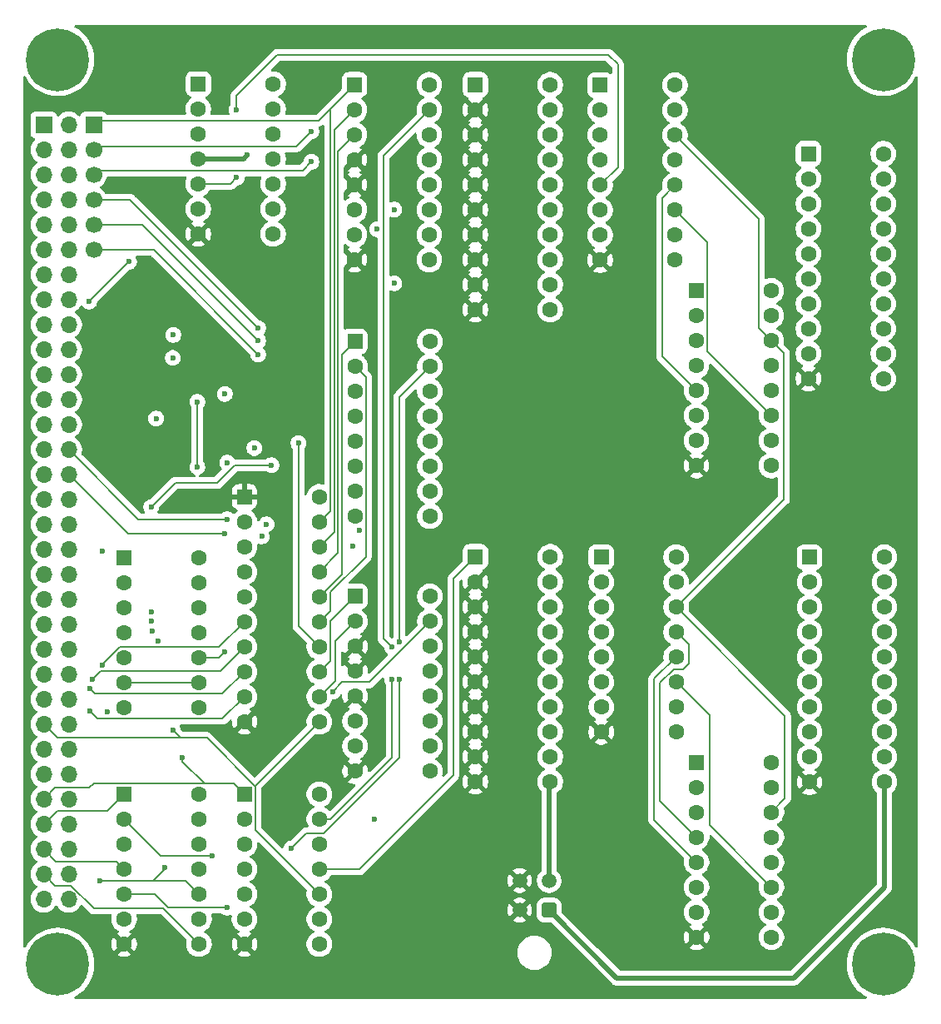
<source format=gbr>
%TF.GenerationSoftware,KiCad,Pcbnew,9.0.4*%
%TF.CreationDate,2025-09-21T21:53:55-04:00*%
%TF.ProjectId,tta8_cu_async,74746138-5f63-4755-9f61-73796e632e6b,0*%
%TF.SameCoordinates,Original*%
%TF.FileFunction,Copper,L4,Bot*%
%TF.FilePolarity,Positive*%
%FSLAX46Y46*%
G04 Gerber Fmt 4.6, Leading zero omitted, Abs format (unit mm)*
G04 Created by KiCad (PCBNEW 9.0.4) date 2025-09-21 21:53:55*
%MOMM*%
%LPD*%
G01*
G04 APERTURE LIST*
G04 Aperture macros list*
%AMRoundRect*
0 Rectangle with rounded corners*
0 $1 Rounding radius*
0 $2 $3 $4 $5 $6 $7 $8 $9 X,Y pos of 4 corners*
0 Add a 4 corners polygon primitive as box body*
4,1,4,$2,$3,$4,$5,$6,$7,$8,$9,$2,$3,0*
0 Add four circle primitives for the rounded corners*
1,1,$1+$1,$2,$3*
1,1,$1+$1,$4,$5*
1,1,$1+$1,$6,$7*
1,1,$1+$1,$8,$9*
0 Add four rect primitives between the rounded corners*
20,1,$1+$1,$2,$3,$4,$5,0*
20,1,$1+$1,$4,$5,$6,$7,0*
20,1,$1+$1,$6,$7,$8,$9,0*
20,1,$1+$1,$8,$9,$2,$3,0*%
G04 Aperture macros list end*
%TA.AperFunction,ComponentPad*%
%ADD10R,1.700000X1.700000*%
%TD*%
%TA.AperFunction,ComponentPad*%
%ADD11C,1.700000*%
%TD*%
%TA.AperFunction,ComponentPad*%
%ADD12RoundRect,0.250000X-0.550000X-0.550000X0.550000X-0.550000X0.550000X0.550000X-0.550000X0.550000X0*%
%TD*%
%TA.AperFunction,ComponentPad*%
%ADD13C,1.600000*%
%TD*%
%TA.AperFunction,ComponentPad*%
%ADD14C,6.400000*%
%TD*%
%TA.AperFunction,ComponentPad*%
%ADD15O,1.700000X1.700000*%
%TD*%
%TA.AperFunction,ComponentPad*%
%ADD16RoundRect,0.250001X0.499999X0.499999X-0.499999X0.499999X-0.499999X-0.499999X0.499999X-0.499999X0*%
%TD*%
%TA.AperFunction,ComponentPad*%
%ADD17C,1.500000*%
%TD*%
%TA.AperFunction,ViaPad*%
%ADD18C,0.600000*%
%TD*%
%TA.AperFunction,Conductor*%
%ADD19C,0.500000*%
%TD*%
%TA.AperFunction,Conductor*%
%ADD20C,0.200000*%
%TD*%
G04 APERTURE END LIST*
D10*
%TO.P,J2,1,Pin_1*%
%TO.N,srce0*%
X62650000Y-57645000D03*
D11*
%TO.P,J2,2,Pin_2*%
%TO.N,srce1*%
X62650000Y-60185000D03*
%TO.P,J2,3,Pin_3*%
%TO.N,srce2*%
X62650000Y-62725000D03*
%TO.P,J2,4,Pin_4*%
%TO.N,dste0*%
X62650000Y-65265000D03*
%TO.P,J2,5,Pin_5*%
%TO.N,dste1*%
X62650000Y-67805000D03*
%TO.P,J2,6,Pin_6*%
%TO.N,dste2*%
X62650000Y-70345000D03*
%TD*%
D12*
%TO.P,U5,1,A0*%
%TO.N,Net-(U4-Q6)*%
X89250000Y-105600000D03*
D13*
%TO.P,U5,2,A1*%
%TO.N,Net-(U4-Q7)*%
X89250000Y-108140000D03*
%TO.P,U5,3,A2*%
%TO.N,GND*%
X89250000Y-110680000D03*
%TO.P,U5,4,~{E1}*%
X89250000Y-113220000D03*
%TO.P,U5,5,~{E2}*%
X89250000Y-115760000D03*
%TO.P,U5,6,E3*%
%TO.N,+5V*%
X89250000Y-118300000D03*
%TO.P,U5,7,Y7*%
%TO.N,unconnected-(U5-Y7-Pad7)*%
X89250000Y-120840000D03*
%TO.P,U5,8,GND*%
%TO.N,GND*%
X89250000Y-123380000D03*
%TO.P,U5,9,Y6*%
%TO.N,unconnected-(U5-Y6-Pad9)*%
X96870000Y-123380000D03*
%TO.P,U5,10,Y5*%
%TO.N,unconnected-(U5-Y5-Pad10)*%
X96870000Y-120840000D03*
%TO.P,U5,11,Y4*%
%TO.N,unconnected-(U5-Y4-Pad11)*%
X96870000Y-118300000D03*
%TO.P,U5,12,Y3*%
%TO.N,MVI*%
X96870000Y-115760000D03*
%TO.P,U5,13,Y2*%
%TO.N,mvz*%
X96870000Y-113220000D03*
%TO.P,U5,14,Y1*%
%TO.N,mvc*%
X96870000Y-110680000D03*
%TO.P,U5,15,Y0*%
%TO.N,mv*%
X96870000Y-108140000D03*
%TO.P,U5,16,VCC*%
%TO.N,+5V*%
X96870000Y-105600000D03*
%TD*%
D14*
%TO.P,H3,1,1*%
%TO.N,unconnected-(H3-Pad1)*%
X59000000Y-143000000D03*
%TD*%
%TO.P,H2,1,1*%
%TO.N,unconnected-(H2-Pad1)*%
X143000000Y-51000000D03*
%TD*%
D12*
%TO.P,U13,1,OE*%
%TO.N,Net-(U13-OE)*%
X135380000Y-60570000D03*
D13*
%TO.P,U13,2,D0*%
%TO.N,a0*%
X135380000Y-63110000D03*
%TO.P,U13,3,D1*%
%TO.N,a1*%
X135380000Y-65650000D03*
%TO.P,U13,4,D2*%
%TO.N,a2*%
X135380000Y-68190000D03*
%TO.P,U13,5,D3*%
%TO.N,a3*%
X135380000Y-70730000D03*
%TO.P,U13,6,D4*%
%TO.N,a4*%
X135380000Y-73270000D03*
%TO.P,U13,7,D5*%
%TO.N,a5*%
X135380000Y-75810000D03*
%TO.P,U13,8,D6*%
%TO.N,a6*%
X135380000Y-78350000D03*
%TO.P,U13,9,D7*%
%TO.N,a7*%
X135380000Y-80890000D03*
%TO.P,U13,10,GND*%
%TO.N,GND*%
X135380000Y-83430000D03*
%TO.P,U13,11,Load*%
%TO.N,+5V*%
X143000000Y-83430000D03*
%TO.P,U13,12,Q7*%
%TO.N,A7*%
X143000000Y-80890000D03*
%TO.P,U13,13,Q6*%
%TO.N,A6*%
X143000000Y-78350000D03*
%TO.P,U13,14,Q5*%
%TO.N,A5*%
X143000000Y-75810000D03*
%TO.P,U13,15,Q4*%
%TO.N,A4*%
X143000000Y-73270000D03*
%TO.P,U13,16,Q3*%
%TO.N,A3*%
X143000000Y-70730000D03*
%TO.P,U13,17,Q2*%
%TO.N,A2*%
X143000000Y-68190000D03*
%TO.P,U13,18,Q1*%
%TO.N,A1*%
X143000000Y-65650000D03*
%TO.P,U13,19,Q0*%
%TO.N,A0*%
X143000000Y-63110000D03*
%TO.P,U13,20,VCC*%
%TO.N,+5V*%
X143000000Y-60570000D03*
%TD*%
D10*
%TO.P,J1,1,Pin_1*%
%TO.N,A0*%
X57570000Y-57645000D03*
D15*
%TO.P,J1,2,Pin_2*%
%TO.N,src0*%
X60110000Y-57645000D03*
%TO.P,J1,3,Pin_3*%
%TO.N,A1*%
X57570000Y-60185000D03*
%TO.P,J1,4,Pin_4*%
%TO.N,SRC1*%
X60110000Y-60185000D03*
%TO.P,J1,5,Pin_5*%
%TO.N,A2*%
X57570000Y-62725000D03*
%TO.P,J1,6,Pin_6*%
%TO.N,SRC2*%
X60110000Y-62725000D03*
%TO.P,J1,7,Pin_7*%
%TO.N,A3*%
X57570000Y-65265000D03*
%TO.P,J1,8,Pin_8*%
%TO.N,SRC3*%
X60110000Y-65265000D03*
%TO.P,J1,9,Pin_9*%
%TO.N,A4*%
X57570000Y-67805000D03*
%TO.P,J1,10,Pin_10*%
%TO.N,SRC4*%
X60110000Y-67805000D03*
%TO.P,J1,11,Pin_11*%
%TO.N,A5*%
X57570000Y-70345000D03*
%TO.P,J1,12,Pin_12*%
%TO.N,SRC5*%
X60110000Y-70345000D03*
%TO.P,J1,13,Pin_13*%
%TO.N,A6*%
X57570000Y-72885000D03*
%TO.P,J1,14,Pin_14*%
%TO.N,SRC6*%
X60110000Y-72885000D03*
%TO.P,J1,15,Pin_15*%
%TO.N,A7*%
X57570000Y-75425000D03*
%TO.P,J1,16,Pin_16*%
%TO.N,SRC7*%
X60110000Y-75425000D03*
%TO.P,J1,17,Pin_17*%
%TO.N,A8*%
X57570000Y-77965000D03*
%TO.P,J1,18,Pin_18*%
%TO.N,dst0*%
X60110000Y-77965000D03*
%TO.P,J1,19,Pin_19*%
%TO.N,A9*%
X57570000Y-80505000D03*
%TO.P,J1,20,Pin_20*%
%TO.N,DST1*%
X60110000Y-80505000D03*
%TO.P,J1,21,Pin_21*%
%TO.N,A10*%
X57570000Y-83045000D03*
%TO.P,J1,22,Pin_22*%
%TO.N,DST2*%
X60110000Y-83045000D03*
%TO.P,J1,23,Pin_23*%
%TO.N,A11*%
X57570000Y-85585000D03*
%TO.P,J1,24,Pin_24*%
%TO.N,DST3*%
X60110000Y-85585000D03*
%TO.P,J1,25,Pin_25*%
%TO.N,A12*%
X57570000Y-88125000D03*
%TO.P,J1,26,Pin_26*%
%TO.N,DST4*%
X60110000Y-88125000D03*
%TO.P,J1,27,Pin_27*%
%TO.N,A13*%
X57570000Y-90665000D03*
%TO.P,J1,28,Pin_28*%
%TO.N,DST5*%
X60110000Y-90665000D03*
%TO.P,J1,29,Pin_29*%
%TO.N,A14*%
X57570000Y-93205000D03*
%TO.P,J1,30,Pin_30*%
%TO.N,DST6*%
X60110000Y-93205000D03*
%TO.P,J1,31,Pin_31*%
%TO.N,A15*%
X57570000Y-95745000D03*
%TO.P,J1,32,Pin_32*%
%TO.N,DST7*%
X60110000Y-95745000D03*
%TO.P,J1,33,Pin_33*%
%TO.N,D0*%
X57570000Y-98285000D03*
%TO.P,J1,34,Pin_34*%
%TO.N,T0*%
X60110000Y-98285000D03*
%TO.P,J1,35,Pin_35*%
%TO.N,D1*%
X57570000Y-100825000D03*
%TO.P,J1,36,Pin_36*%
%TO.N,T1*%
X60110000Y-100825000D03*
%TO.P,J1,37,Pin_37*%
%TO.N,D2*%
X57570000Y-103365000D03*
%TO.P,J1,38,Pin_38*%
%TO.N,T2*%
X60110000Y-103365000D03*
%TO.P,J1,39,Pin_39*%
%TO.N,D3*%
X57570000Y-105905000D03*
%TO.P,J1,40,Pin_40*%
%TO.N,T3*%
X60110000Y-105905000D03*
%TO.P,J1,41,Pin_41*%
%TO.N,D4*%
X57570000Y-108445000D03*
%TO.P,J1,42,Pin_42*%
%TO.N,T4*%
X60110000Y-108445000D03*
%TO.P,J1,43,Pin_43*%
%TO.N,D5*%
X57570000Y-110985000D03*
%TO.P,J1,44,Pin_44*%
%TO.N,T5*%
X60110000Y-110985000D03*
%TO.P,J1,45,Pin_45*%
%TO.N,D6*%
X57570000Y-113525000D03*
%TO.P,J1,46,Pin_46*%
%TO.N,T6*%
X60110000Y-113525000D03*
%TO.P,J1,47,Pin_47*%
%TO.N,D7*%
X57570000Y-116065000D03*
%TO.P,J1,48,Pin_48*%
%TO.N,T7*%
X60110000Y-116065000D03*
%TO.P,J1,49,Pin_49*%
%TO.N,LDI*%
X57570000Y-118605000D03*
%TO.P,J1,50,Pin_50*%
%TO.N,T8*%
X60110000Y-118605000D03*
%TO.P,J1,51,Pin_51*%
%TO.N,EXC*%
X57570000Y-121145000D03*
%TO.P,J1,52,Pin_52*%
%TO.N,T9*%
X60110000Y-121145000D03*
%TO.P,J1,53,Pin_53*%
%TO.N,CLK*%
X57570000Y-123685000D03*
%TO.P,J1,54,Pin_54*%
%TO.N,T10*%
X60110000Y-123685000D03*
%TO.P,J1,55,Pin_55*%
%TO.N,{slash}R*%
X57570000Y-126225000D03*
%TO.P,J1,56,Pin_56*%
%TO.N,T11*%
X60110000Y-126225000D03*
%TO.P,J1,57,Pin_57*%
%TO.N,CARRY*%
X57570000Y-128765000D03*
%TO.P,J1,58,Pin_58*%
%TO.N,T12*%
X60110000Y-128765000D03*
%TO.P,J1,59,Pin_59*%
%TO.N,ZERO*%
X57570000Y-131305000D03*
%TO.P,J1,60,Pin_60*%
%TO.N,T13*%
X60110000Y-131305000D03*
%TO.P,J1,61,Pin_61*%
%TO.N,MOV*%
X57570000Y-133845000D03*
%TO.P,J1,62,Pin_62*%
%TO.N,T14*%
X60110000Y-133845000D03*
%TO.P,J1,63,Pin_63*%
%TO.N,MVI*%
X57570000Y-136385000D03*
%TO.P,J1,64,Pin_64*%
%TO.N,T15*%
X60110000Y-136385000D03*
%TD*%
D12*
%TO.P,U8,1,B*%
%TO.N,T1*%
X114195000Y-53610000D03*
D13*
%TO.P,U8,2,QB*%
%TO.N,a1*%
X114195000Y-56150000D03*
%TO.P,U8,3,QA*%
%TO.N,a0*%
X114195000Y-58690000D03*
%TO.P,U8,4,DOWN*%
%TO.N,+5V*%
X114195000Y-61230000D03*
%TO.P,U8,5,UP*%
%TO.N,EXC*%
X114195000Y-63770000D03*
%TO.P,U8,6,QC*%
%TO.N,a2*%
X114195000Y-66310000D03*
%TO.P,U8,7,QD*%
%TO.N,a3*%
X114195000Y-68850000D03*
%TO.P,U8,8,GND*%
%TO.N,GND*%
X114195000Y-71390000D03*
%TO.P,U8,9,D*%
%TO.N,T3*%
X121815000Y-71390000D03*
%TO.P,U8,10,C*%
%TO.N,T2*%
X121815000Y-68850000D03*
%TO.P,U8,11,~{LOAD}*%
%TO.N,Net-(U10-~{LOAD})*%
X121815000Y-66310000D03*
%TO.P,U8,12,~{CO}*%
%TO.N,Net-(U8-~{CO})*%
X121815000Y-63770000D03*
%TO.P,U8,13,~{BO}*%
%TO.N,Net-(U8-~{BO})*%
X121815000Y-61230000D03*
%TO.P,U8,14,CLR*%
%TO.N,R*%
X121815000Y-58690000D03*
%TO.P,U8,15,A*%
%TO.N,T0*%
X121815000Y-56150000D03*
%TO.P,U8,16,VCC*%
%TO.N,+5V*%
X121815000Y-53610000D03*
%TD*%
D12*
%TO.P,U9,1,B*%
%TO.N,T5*%
X123995000Y-74510000D03*
D13*
%TO.P,U9,2,QB*%
%TO.N,a5*%
X123995000Y-77050000D03*
%TO.P,U9,3,QA*%
%TO.N,a4*%
X123995000Y-79590000D03*
%TO.P,U9,4,DOWN*%
%TO.N,Net-(U8-~{BO})*%
X123995000Y-82130000D03*
%TO.P,U9,5,UP*%
%TO.N,Net-(U8-~{CO})*%
X123995000Y-84670000D03*
%TO.P,U9,6,QC*%
%TO.N,a6*%
X123995000Y-87210000D03*
%TO.P,U9,7,QD*%
%TO.N,a7*%
X123995000Y-89750000D03*
%TO.P,U9,8,GND*%
%TO.N,GND*%
X123995000Y-92290000D03*
%TO.P,U9,9,D*%
%TO.N,T7*%
X131615000Y-92290000D03*
%TO.P,U9,10,C*%
%TO.N,T6*%
X131615000Y-89750000D03*
%TO.P,U9,11,~{LOAD}*%
%TO.N,Net-(U10-~{LOAD})*%
X131615000Y-87210000D03*
%TO.P,U9,12,~{CO}*%
%TO.N,Net-(U10-UP)*%
X131615000Y-84670000D03*
%TO.P,U9,13,~{BO}*%
%TO.N,Net-(U10-DOWN)*%
X131615000Y-82130000D03*
%TO.P,U9,14,CLR*%
%TO.N,R*%
X131615000Y-79590000D03*
%TO.P,U9,15,A*%
%TO.N,T4*%
X131615000Y-77050000D03*
%TO.P,U9,16,VCC*%
%TO.N,+5V*%
X131615000Y-74510000D03*
%TD*%
D12*
%TO.P,U4,1,OE*%
%TO.N,GND*%
X78000000Y-95470000D03*
D13*
%TO.P,U4,2,D0*%
%TO.N,D0*%
X78000000Y-98010000D03*
%TO.P,U4,3,D1*%
%TO.N,D1*%
X78000000Y-100550000D03*
%TO.P,U4,4,D2*%
%TO.N,D2*%
X78000000Y-103090000D03*
%TO.P,U4,5,D3*%
%TO.N,D3*%
X78000000Y-105630000D03*
%TO.P,U4,6,D4*%
%TO.N,D4*%
X78000000Y-108170000D03*
%TO.P,U4,7,D5*%
%TO.N,D5*%
X78000000Y-110710000D03*
%TO.P,U4,8,D6*%
%TO.N,D6*%
X78000000Y-113250000D03*
%TO.P,U4,9,D7*%
%TO.N,D7*%
X78000000Y-115790000D03*
%TO.P,U4,10,GND*%
%TO.N,GND*%
X78000000Y-118330000D03*
%TO.P,U4,11,Load*%
%TO.N,LDI*%
X85620000Y-118330000D03*
%TO.P,U4,12,Q7*%
%TO.N,Net-(U4-Q7)*%
X85620000Y-115790000D03*
%TO.P,U4,13,Q6*%
%TO.N,Net-(U4-Q6)*%
X85620000Y-113250000D03*
%TO.P,U4,14,Q5*%
%TO.N,dste2*%
X85620000Y-110710000D03*
%TO.P,U4,15,Q4*%
%TO.N,dste1*%
X85620000Y-108170000D03*
%TO.P,U4,16,Q3*%
%TO.N,dste0*%
X85620000Y-105630000D03*
%TO.P,U4,17,Q2*%
%TO.N,srce2*%
X85620000Y-103090000D03*
%TO.P,U4,18,Q1*%
%TO.N,srce1*%
X85620000Y-100550000D03*
%TO.P,U4,19,Q0*%
%TO.N,srce0*%
X85620000Y-98010000D03*
%TO.P,U4,20,VCC*%
%TO.N,+5V*%
X85620000Y-95470000D03*
%TD*%
D14*
%TO.P,H1,1,1*%
%TO.N,unconnected-(H1-Pad1)*%
X59000000Y-51000000D03*
%TD*%
D12*
%TO.P,U3,1*%
%TO.N,CARRY*%
X65750000Y-125710000D03*
D13*
%TO.P,U3,2*%
%TO.N,mvc*%
X65750000Y-128250000D03*
%TO.P,U3,3*%
%TO.N,Net-(U2-Pad4)*%
X65750000Y-130790000D03*
%TO.P,U3,4*%
%TO.N,ZERO*%
X65750000Y-133330000D03*
%TO.P,U3,5*%
%TO.N,mvz*%
X65750000Y-135870000D03*
%TO.P,U3,6*%
%TO.N,Net-(U2-Pad5)*%
X65750000Y-138410000D03*
%TO.P,U3,7,GND*%
%TO.N,GND*%
X65750000Y-140950000D03*
%TO.P,U3,8*%
%TO.N,MOV*%
X73370000Y-140950000D03*
%TO.P,U3,9*%
%TO.N,Net-(U2-Pad8)*%
X73370000Y-138410000D03*
%TO.P,U3,10*%
%TO.N,EXC*%
X73370000Y-135870000D03*
%TO.P,U3,11*%
%TO.N,unconnected-(U3-Pad11)*%
X73370000Y-133330000D03*
%TO.P,U3,12*%
%TO.N,unconnected-(U3-Pad12)*%
X73370000Y-130790000D03*
%TO.P,U3,13*%
%TO.N,unconnected-(U3-Pad13)*%
X73370000Y-128250000D03*
%TO.P,U3,14,VCC*%
%TO.N,+5V*%
X73370000Y-125710000D03*
%TD*%
D12*
%TO.P,U1,1,~{R}*%
%TO.N,{slash}R*%
X73295000Y-53480000D03*
D13*
%TO.P,U1,2,D*%
%TO.N,LDI*%
X73295000Y-56020000D03*
%TO.P,U1,3,C*%
%TO.N,CLK*%
X73295000Y-58560000D03*
%TO.P,U1,4,~{S}*%
%TO.N,+5V*%
X73295000Y-61100000D03*
%TO.P,U1,5,Q*%
%TO.N,EXC*%
X73295000Y-63640000D03*
%TO.P,U1,6,~{Q}*%
%TO.N,LDI*%
X73295000Y-66180000D03*
%TO.P,U1,7,GND*%
%TO.N,GND*%
X73295000Y-68720000D03*
%TO.P,U1,8,~{Q}*%
%TO.N,unconnected-(U1B-~{Q}-Pad8)*%
X80915000Y-68720000D03*
%TO.P,U1,9,Q*%
%TO.N,unconnected-(U1B-Q-Pad9)*%
X80915000Y-66180000D03*
%TO.P,U1,10,~{S}*%
%TO.N,unconnected-(U1B-~{S}-Pad10)*%
X80915000Y-63640000D03*
%TO.P,U1,11,C*%
%TO.N,unconnected-(U1B-C-Pad11)*%
X80915000Y-61100000D03*
%TO.P,U1,12,D*%
%TO.N,unconnected-(U1B-D-Pad12)*%
X80915000Y-58560000D03*
%TO.P,U1,13,~{R}*%
%TO.N,unconnected-(U1B-~{R}-Pad13)*%
X80915000Y-56020000D03*
%TO.P,U1,14,VCC*%
%TO.N,+5V*%
X80915000Y-53480000D03*
%TD*%
D12*
%TO.P,U7,1,A0*%
%TO.N,srce0*%
X89195000Y-53560000D03*
D13*
%TO.P,U7,2,A1*%
%TO.N,srce1*%
X89195000Y-56100000D03*
%TO.P,U7,3,A2*%
%TO.N,srce2*%
X89195000Y-58640000D03*
%TO.P,U7,4,~{E1}*%
%TO.N,GND*%
X89195000Y-61180000D03*
%TO.P,U7,5,~{E2}*%
X89195000Y-63720000D03*
%TO.P,U7,6,E3*%
%TO.N,+5V*%
X89195000Y-66260000D03*
%TO.P,U7,7,Y7*%
%TO.N,SRC7*%
X89195000Y-68800000D03*
%TO.P,U7,8,GND*%
%TO.N,GND*%
X89195000Y-71340000D03*
%TO.P,U7,9,Y6*%
%TO.N,SRC6*%
X96815000Y-71340000D03*
%TO.P,U7,10,Y5*%
%TO.N,SRC5*%
X96815000Y-68800000D03*
%TO.P,U7,11,Y4*%
%TO.N,SRC4*%
X96815000Y-66260000D03*
%TO.P,U7,12,Y3*%
%TO.N,SRC3*%
X96815000Y-63720000D03*
%TO.P,U7,13,Y2*%
%TO.N,SRC2*%
X96815000Y-61180000D03*
%TO.P,U7,14,Y1*%
%TO.N,SRC1*%
X96815000Y-58640000D03*
%TO.P,U7,15,Y0*%
%TO.N,src0*%
X96815000Y-56100000D03*
%TO.P,U7,16,VCC*%
%TO.N,+5V*%
X96815000Y-53560000D03*
%TD*%
D12*
%TO.P,U10,1,B*%
%TO.N,T9*%
X114300000Y-101600000D03*
D13*
%TO.P,U10,2,QB*%
%TO.N,a9*%
X114300000Y-104140000D03*
%TO.P,U10,3,QA*%
%TO.N,a8*%
X114300000Y-106680000D03*
%TO.P,U10,4,DOWN*%
%TO.N,Net-(U10-DOWN)*%
X114300000Y-109220000D03*
%TO.P,U10,5,UP*%
%TO.N,Net-(U10-UP)*%
X114300000Y-111760000D03*
%TO.P,U10,6,QC*%
%TO.N,a10*%
X114300000Y-114300000D03*
%TO.P,U10,7,QD*%
%TO.N,a11*%
X114300000Y-116840000D03*
%TO.P,U10,8,GND*%
%TO.N,GND*%
X114300000Y-119380000D03*
%TO.P,U10,9,D*%
%TO.N,T11*%
X121920000Y-119380000D03*
%TO.P,U10,10,C*%
%TO.N,T10*%
X121920000Y-116840000D03*
%TO.P,U10,11,~{LOAD}*%
%TO.N,Net-(U10-~{LOAD})*%
X121920000Y-114300000D03*
%TO.P,U10,12,~{CO}*%
%TO.N,Net-(U10-~{CO})*%
X121920000Y-111760000D03*
%TO.P,U10,13,~{BO}*%
%TO.N,Net-(U10-~{BO})*%
X121920000Y-109220000D03*
%TO.P,U10,14,CLR*%
%TO.N,R*%
X121920000Y-106680000D03*
%TO.P,U10,15,A*%
%TO.N,T8*%
X121920000Y-104140000D03*
%TO.P,U10,16,VCC*%
%TO.N,+5V*%
X121920000Y-101600000D03*
%TD*%
D12*
%TO.P,U11,1,B*%
%TO.N,T13*%
X124000000Y-122460000D03*
D13*
%TO.P,U11,2,QB*%
%TO.N,a13*%
X124000000Y-125000000D03*
%TO.P,U11,3,QA*%
%TO.N,a12*%
X124000000Y-127540000D03*
%TO.P,U11,4,DOWN*%
%TO.N,Net-(U10-~{BO})*%
X124000000Y-130080000D03*
%TO.P,U11,5,UP*%
%TO.N,Net-(U10-~{CO})*%
X124000000Y-132620000D03*
%TO.P,U11,6,QC*%
%TO.N,a14*%
X124000000Y-135160000D03*
%TO.P,U11,7,QD*%
%TO.N,a15*%
X124000000Y-137700000D03*
%TO.P,U11,8,GND*%
%TO.N,GND*%
X124000000Y-140240000D03*
%TO.P,U11,9,D*%
%TO.N,T15*%
X131620000Y-140240000D03*
%TO.P,U11,10,C*%
%TO.N,T14*%
X131620000Y-137700000D03*
%TO.P,U11,11,~{LOAD}*%
%TO.N,Net-(U10-~{LOAD})*%
X131620000Y-135160000D03*
%TO.P,U11,12,~{CO}*%
%TO.N,unconnected-(U11-~{CO}-Pad12)*%
X131620000Y-132620000D03*
%TO.P,U11,13,~{BO}*%
%TO.N,unconnected-(U11-~{BO}-Pad13)*%
X131620000Y-130080000D03*
%TO.P,U11,14,CLR*%
%TO.N,R*%
X131620000Y-127540000D03*
%TO.P,U11,15,A*%
%TO.N,T12*%
X131620000Y-125000000D03*
%TO.P,U11,16,VCC*%
%TO.N,+5V*%
X131620000Y-122460000D03*
%TD*%
D12*
%TO.P,U2,1*%
%TO.N,unconnected-(U2-Pad1)*%
X65750000Y-101700000D03*
D13*
%TO.P,U2,2*%
%TO.N,unconnected-(U2-Pad2)*%
X65750000Y-104240000D03*
%TO.P,U2,3*%
%TO.N,unconnected-(U2-Pad3)*%
X65750000Y-106780000D03*
%TO.P,U2,4*%
%TO.N,Net-(U2-Pad4)*%
X65750000Y-109320000D03*
%TO.P,U2,5*%
%TO.N,Net-(U2-Pad5)*%
X65750000Y-111860000D03*
%TO.P,U2,6*%
%TO.N,Net-(U2-Pad6)*%
X65750000Y-114400000D03*
%TO.P,U2,7,GND*%
%TO.N,GND*%
X65750000Y-116940000D03*
%TO.P,U2,8*%
%TO.N,Net-(U2-Pad8)*%
X73370000Y-116940000D03*
%TO.P,U2,9*%
%TO.N,Net-(U2-Pad6)*%
X73370000Y-114400000D03*
%TO.P,U2,10*%
%TO.N,mv*%
X73370000Y-111860000D03*
%TO.P,U2,11*%
%TO.N,unconnected-(U2-Pad11)*%
X73370000Y-109320000D03*
%TO.P,U2,12*%
%TO.N,unconnected-(U2-Pad12)*%
X73370000Y-106780000D03*
%TO.P,U2,13*%
%TO.N,unconnected-(U2-Pad13)*%
X73370000Y-104240000D03*
%TO.P,U2,14,VCC*%
%TO.N,+5V*%
X73370000Y-101700000D03*
%TD*%
D12*
%TO.P,U6,1,A0*%
%TO.N,dste0*%
X89250000Y-79660000D03*
D13*
%TO.P,U6,2,A1*%
%TO.N,dste1*%
X89250000Y-82200000D03*
%TO.P,U6,3,A2*%
%TO.N,dste2*%
X89250000Y-84740000D03*
%TO.P,U6,4,~{E1}*%
%TO.N,GND*%
X89250000Y-87280000D03*
%TO.P,U6,5,~{E2}*%
X89250000Y-89820000D03*
%TO.P,U6,6,E3*%
%TO.N,+5V*%
X89250000Y-92360000D03*
%TO.P,U6,7,Y7*%
%TO.N,DST7*%
X89250000Y-94900000D03*
%TO.P,U6,8,GND*%
%TO.N,GND*%
X89250000Y-97440000D03*
%TO.P,U6,9,Y6*%
%TO.N,DST6*%
X96870000Y-97440000D03*
%TO.P,U6,10,Y5*%
%TO.N,DST5*%
X96870000Y-94900000D03*
%TO.P,U6,11,Y4*%
%TO.N,DST4*%
X96870000Y-92360000D03*
%TO.P,U6,12,Y3*%
%TO.N,DST3*%
X96870000Y-89820000D03*
%TO.P,U6,13,Y2*%
%TO.N,DST2*%
X96870000Y-87280000D03*
%TO.P,U6,14,Y1*%
%TO.N,DST1*%
X96870000Y-84740000D03*
%TO.P,U6,15,Y0*%
%TO.N,dst0*%
X96870000Y-82200000D03*
%TO.P,U6,16,VCC*%
%TO.N,+5V*%
X96870000Y-79660000D03*
%TD*%
D16*
%TO.P,J3,1,Pin_1*%
%TO.N,+5V*%
X109000000Y-137500000D03*
D17*
%TO.P,J3,2,Pin_2*%
%TO.N,GND*%
X106000000Y-137500000D03*
%TO.P,J3,3,Pin_3*%
%TO.N,+5V*%
X109000000Y-134500000D03*
%TO.P,J3,4,Pin_4*%
%TO.N,GND*%
X106000000Y-134500000D03*
%TD*%
D14*
%TO.P,H4,1,1*%
%TO.N,unconnected-(H4-Pad1)*%
X143000000Y-143000000D03*
%TD*%
D12*
%TO.P,U15,1,OE*%
%TO.N,Net-(U15-OE)*%
X101500000Y-53560000D03*
D13*
%TO.P,U15,2,D0*%
%TO.N,GND*%
X101500000Y-56100000D03*
%TO.P,U15,3,D1*%
X101500000Y-58640000D03*
%TO.P,U15,4,D2*%
X101500000Y-61180000D03*
%TO.P,U15,5,D3*%
X101500000Y-63720000D03*
%TO.P,U15,6,D4*%
X101500000Y-66260000D03*
%TO.P,U15,7,D5*%
X101500000Y-68800000D03*
%TO.P,U15,8,D6*%
X101500000Y-71340000D03*
%TO.P,U15,9,D7*%
X101500000Y-73880000D03*
%TO.P,U15,10,GND*%
X101500000Y-76420000D03*
%TO.P,U15,11,Load*%
%TO.N,+5V*%
X109120000Y-76420000D03*
%TO.P,U15,12,Q7*%
%TO.N,T7*%
X109120000Y-73880000D03*
%TO.P,U15,13,Q6*%
%TO.N,T6*%
X109120000Y-71340000D03*
%TO.P,U15,14,Q5*%
%TO.N,T5*%
X109120000Y-68800000D03*
%TO.P,U15,15,Q4*%
%TO.N,T4*%
X109120000Y-66260000D03*
%TO.P,U15,16,Q3*%
%TO.N,T3*%
X109120000Y-63720000D03*
%TO.P,U15,17,Q2*%
%TO.N,T2*%
X109120000Y-61180000D03*
%TO.P,U15,18,Q1*%
%TO.N,T1*%
X109120000Y-58640000D03*
%TO.P,U15,19,Q0*%
%TO.N,T0*%
X109120000Y-56100000D03*
%TO.P,U15,20,VCC*%
%TO.N,+5V*%
X109120000Y-53560000D03*
%TD*%
D12*
%TO.P,U14,1,OE*%
%TO.N,Net-(U13-OE)*%
X135500000Y-101620000D03*
D13*
%TO.P,U14,2,D0*%
%TO.N,a8*%
X135500000Y-104160000D03*
%TO.P,U14,3,D1*%
%TO.N,a9*%
X135500000Y-106700000D03*
%TO.P,U14,4,D2*%
%TO.N,a10*%
X135500000Y-109240000D03*
%TO.P,U14,5,D3*%
%TO.N,a11*%
X135500000Y-111780000D03*
%TO.P,U14,6,D4*%
%TO.N,a12*%
X135500000Y-114320000D03*
%TO.P,U14,7,D5*%
%TO.N,a13*%
X135500000Y-116860000D03*
%TO.P,U14,8,D6*%
%TO.N,a14*%
X135500000Y-119400000D03*
%TO.P,U14,9,D7*%
%TO.N,a15*%
X135500000Y-121940000D03*
%TO.P,U14,10,GND*%
%TO.N,GND*%
X135500000Y-124480000D03*
%TO.P,U14,11,Load*%
%TO.N,+5V*%
X143120000Y-124480000D03*
%TO.P,U14,12,Q7*%
%TO.N,A15*%
X143120000Y-121940000D03*
%TO.P,U14,13,Q6*%
%TO.N,A14*%
X143120000Y-119400000D03*
%TO.P,U14,14,Q5*%
%TO.N,A13*%
X143120000Y-116860000D03*
%TO.P,U14,15,Q4*%
%TO.N,A12*%
X143120000Y-114320000D03*
%TO.P,U14,16,Q3*%
%TO.N,A11*%
X143120000Y-111780000D03*
%TO.P,U14,17,Q2*%
%TO.N,A10*%
X143120000Y-109240000D03*
%TO.P,U14,18,Q1*%
%TO.N,A9*%
X143120000Y-106700000D03*
%TO.P,U14,19,Q0*%
%TO.N,A8*%
X143120000Y-104160000D03*
%TO.P,U14,20,VCC*%
%TO.N,+5V*%
X143120000Y-101620000D03*
%TD*%
D12*
%TO.P,U12,1*%
%TO.N,{slash}R*%
X78000000Y-125710000D03*
D13*
%TO.P,U12,2*%
X78000000Y-128250000D03*
%TO.P,U12,3*%
%TO.N,R*%
X78000000Y-130790000D03*
%TO.P,U12,4*%
%TO.N,MOV*%
X78000000Y-133330000D03*
%TO.P,U12,5*%
%TO.N,dst0*%
X78000000Y-135870000D03*
%TO.P,U12,6*%
%TO.N,Net-(U10-~{LOAD})*%
X78000000Y-138410000D03*
%TO.P,U12,7,GND*%
%TO.N,GND*%
X78000000Y-140950000D03*
%TO.P,U12,8*%
%TO.N,Net-(U13-OE)*%
X85620000Y-140950000D03*
%TO.P,U12,9*%
%TO.N,LDI*%
X85620000Y-138410000D03*
%TO.P,U12,10*%
X85620000Y-135870000D03*
%TO.P,U12,11*%
%TO.N,Net-(U15-OE)*%
X85620000Y-133330000D03*
%TO.P,U12,12*%
%TO.N,MOV*%
X85620000Y-130790000D03*
%TO.P,U12,13*%
%TO.N,src0*%
X85620000Y-128250000D03*
%TO.P,U12,14,VCC*%
%TO.N,+5V*%
X85620000Y-125710000D03*
%TD*%
D12*
%TO.P,U16,1,OE*%
%TO.N,Net-(U15-OE)*%
X101500000Y-101560000D03*
D13*
%TO.P,U16,2,D0*%
%TO.N,GND*%
X101500000Y-104100000D03*
%TO.P,U16,3,D1*%
X101500000Y-106640000D03*
%TO.P,U16,4,D2*%
X101500000Y-109180000D03*
%TO.P,U16,5,D3*%
X101500000Y-111720000D03*
%TO.P,U16,6,D4*%
X101500000Y-114260000D03*
%TO.P,U16,7,D5*%
X101500000Y-116800000D03*
%TO.P,U16,8,D6*%
X101500000Y-119340000D03*
%TO.P,U16,9,D7*%
X101500000Y-121880000D03*
%TO.P,U16,10,GND*%
X101500000Y-124420000D03*
%TO.P,U16,11,Load*%
%TO.N,+5V*%
X109120000Y-124420000D03*
%TO.P,U16,12,Q7*%
%TO.N,T15*%
X109120000Y-121880000D03*
%TO.P,U16,13,Q6*%
%TO.N,T14*%
X109120000Y-119340000D03*
%TO.P,U16,14,Q5*%
%TO.N,T13*%
X109120000Y-116800000D03*
%TO.P,U16,15,Q4*%
%TO.N,T12*%
X109120000Y-114260000D03*
%TO.P,U16,16,Q3*%
%TO.N,T11*%
X109120000Y-111720000D03*
%TO.P,U16,17,Q2*%
%TO.N,T10*%
X109120000Y-109180000D03*
%TO.P,U16,18,Q1*%
%TO.N,T9*%
X109120000Y-106640000D03*
%TO.P,U16,19,Q0*%
%TO.N,T8*%
X109120000Y-104100000D03*
%TO.P,U16,20,VCC*%
%TO.N,+5V*%
X109120000Y-101560000D03*
%TD*%
D18*
%TO.N,+5V*%
X78300000Y-60700000D03*
%TO.N,LDI*%
X70700000Y-119205000D03*
%TO.N,EXC*%
X69900000Y-133200000D03*
X77200000Y-56100000D03*
X77200000Y-63000000D03*
X63250000Y-134500000D03*
%TO.N,SRC5*%
X91500000Y-68250000D03*
%TO.N,D6*%
X62250000Y-115000000D03*
%TO.N,D1*%
X68500000Y-108100000D03*
%TO.N,DST6*%
X76000000Y-99250000D03*
X89000000Y-100500000D03*
X79750000Y-99500000D03*
%TO.N,src0*%
X93000000Y-110750000D03*
X93000000Y-114059000D03*
%TO.N,DST1*%
X70750000Y-79000000D03*
%TO.N,DST2*%
X70700000Y-81341000D03*
%TO.N,D7*%
X62250000Y-117250000D03*
%TO.N,D2*%
X68600000Y-109100000D03*
%TO.N,MVI*%
X91250000Y-128250000D03*
%TO.N,{slash}R*%
X73200000Y-92439000D03*
X71669000Y-122000000D03*
X73200000Y-85800000D03*
%TO.N,DST4*%
X79000000Y-90500000D03*
X69000000Y-87500000D03*
X76250000Y-92000000D03*
%TO.N,D4*%
X63555645Y-112555645D03*
%TO.N,DST3*%
X76000000Y-85000000D03*
%TO.N,dst0*%
X93797538Y-113996260D03*
X93750000Y-110250000D03*
X82750000Y-131250000D03*
%TO.N,D5*%
X62500000Y-114000000D03*
%TO.N,D3*%
X69214579Y-110159000D03*
%TO.N,D0*%
X68500000Y-107200000D03*
%TO.N,CLK*%
X62200000Y-75600000D03*
X66250000Y-71550000D03*
%TO.N,SRC6*%
X93250000Y-73750000D03*
%TO.N,DST7*%
X68500000Y-96500000D03*
X80750000Y-92250000D03*
X63500000Y-101000000D03*
%TO.N,DST5*%
X89689300Y-98889300D03*
X80250000Y-98250000D03*
X76250000Y-97750000D03*
%TO.N,SRC4*%
X93250000Y-66250000D03*
%TO.N,srce2*%
X84800000Y-61400000D03*
%TO.N,dste0*%
X79400000Y-78300000D03*
%TO.N,dste2*%
X83500000Y-90000000D03*
X79400000Y-81000000D03*
%TO.N,dste1*%
X79400000Y-79600000D03*
%TO.N,srce1*%
X84800000Y-58300000D03*
%TO.N,mv*%
X87004265Y-115259000D03*
X76000000Y-111211000D03*
%TO.N,Net-(U2-Pad4)*%
X64048265Y-117298265D03*
%TO.N,mvz*%
X76250000Y-137250000D03*
%TO.N,mvc*%
X74750000Y-132000000D03*
%TD*%
D19*
%TO.N,+5V*%
X77900000Y-61100000D02*
X73295000Y-61100000D01*
X78300000Y-60700000D02*
X77900000Y-61100000D01*
D20*
%TO.N,EXC*%
X116000000Y-61965000D02*
X114195000Y-63770000D01*
X81348300Y-50500000D02*
X115000000Y-50500000D01*
X115000000Y-50500000D02*
X116000000Y-51500000D01*
X116000000Y-51500000D02*
X116000000Y-61965000D01*
X77200000Y-56100000D02*
X77200000Y-54648300D01*
X77200000Y-54648300D02*
X81348300Y-50500000D01*
X76560000Y-63640000D02*
X73295000Y-63640000D01*
X77200000Y-63000000D02*
X76560000Y-63640000D01*
%TO.N,LDI*%
X71500000Y-119994000D02*
X58959000Y-119994000D01*
X70711000Y-119205000D02*
X71500000Y-119994000D01*
X74170160Y-119994000D02*
X71500000Y-119994000D01*
X79101000Y-124924840D02*
X74170160Y-119994000D01*
X85620000Y-135870000D02*
X79101000Y-129351000D01*
X79101000Y-129351000D02*
X79101000Y-125500000D01*
X79101000Y-124849000D02*
X79101000Y-125500000D01*
X70700000Y-119205000D02*
X70711000Y-119205000D01*
X79101000Y-125500000D02*
X79101000Y-124924840D01*
X58959000Y-119994000D02*
X57570000Y-118605000D01*
X85620000Y-118330000D02*
X79101000Y-124849000D01*
%TO.N,EXC*%
X72000000Y-134500000D02*
X68700000Y-134500000D01*
X69900000Y-133200000D02*
X69900000Y-133300000D01*
X73370000Y-135870000D02*
X72000000Y-134500000D01*
X68700000Y-134500000D02*
X63250000Y-134500000D01*
X69900000Y-133300000D02*
X68700000Y-134500000D01*
%TO.N,D6*%
X62751000Y-115501000D02*
X62250000Y-115000000D01*
X75749000Y-115501000D02*
X62751000Y-115501000D01*
X78000000Y-113250000D02*
X75749000Y-115501000D01*
%TO.N,DST6*%
X76000000Y-99250000D02*
X66155000Y-99250000D01*
X66155000Y-99250000D02*
X60110000Y-93205000D01*
%TO.N,src0*%
X86751370Y-128250000D02*
X85620000Y-128250000D01*
X93000000Y-122001370D02*
X86751370Y-128250000D01*
X92153550Y-109903550D02*
X93000000Y-110750000D01*
X93000000Y-114059000D02*
X93000000Y-122001370D01*
X92153550Y-60761450D02*
X92153550Y-109903550D01*
X96815000Y-56100000D02*
X92153550Y-60761450D01*
%TO.N,D7*%
X75749000Y-118041000D02*
X63041000Y-118041000D01*
X78000000Y-115790000D02*
X75749000Y-118041000D01*
X63041000Y-118041000D02*
X62250000Y-117250000D01*
%TO.N,ZERO*%
X65750000Y-133330000D02*
X64950001Y-132530001D01*
X64950001Y-132530001D02*
X58795001Y-132530001D01*
X58795001Y-132530001D02*
X57570000Y-131305000D01*
%TO.N,{slash}R*%
X62187000Y-125074000D02*
X58721000Y-125074000D01*
X62652000Y-124609000D02*
X62187000Y-125074000D01*
X78000000Y-125710000D02*
X76899000Y-124609000D01*
X58721000Y-125074000D02*
X57570000Y-126225000D01*
X73200000Y-85800000D02*
X73200000Y-92439000D01*
X71669000Y-122000000D02*
X71700000Y-122031000D01*
X76899000Y-124609000D02*
X74500000Y-124609000D01*
X71700000Y-122031000D02*
X71700000Y-122400000D01*
X71700000Y-122400000D02*
X73909000Y-124609000D01*
X73909000Y-124609000D02*
X74500000Y-124609000D01*
X74500000Y-124609000D02*
X62652000Y-124609000D01*
%TO.N,D4*%
X75411000Y-110759000D02*
X65293950Y-110759000D01*
X65293950Y-110759000D02*
X63555645Y-112497305D01*
X78000000Y-108170000D02*
X75411000Y-110759000D01*
X63555645Y-112497305D02*
X63555645Y-112555645D01*
%TO.N,dst0*%
X93797538Y-121967512D02*
X86076050Y-129689000D01*
X84311000Y-129689000D02*
X82750000Y-131250000D01*
X93750000Y-85320000D02*
X93750000Y-110250000D01*
X96870000Y-82200000D02*
X93750000Y-85320000D01*
X86076050Y-129689000D02*
X84311000Y-129689000D01*
X93797538Y-113996260D02*
X93797538Y-121967512D01*
%TO.N,D5*%
X63343355Y-113156645D02*
X62500000Y-114000000D01*
X78000000Y-110710000D02*
X75553355Y-113156645D01*
X75553355Y-113156645D02*
X63343355Y-113156645D01*
%TO.N,CLK*%
X66250000Y-71550000D02*
X62200000Y-75600000D01*
%TO.N,MOV*%
X73370000Y-140950000D02*
X69729000Y-137309000D01*
X58725000Y-135000000D02*
X57570000Y-133845000D01*
X62661760Y-137309000D02*
X60352760Y-135000000D01*
X60352760Y-135000000D02*
X58725000Y-135000000D01*
X69729000Y-137309000D02*
X62661760Y-137309000D01*
%TO.N,DST7*%
X80750000Y-92250000D02*
X77000000Y-92250000D01*
X70959000Y-94041000D02*
X68500000Y-96500000D01*
X75209000Y-94041000D02*
X70959000Y-94041000D01*
X77000000Y-92250000D02*
X75209000Y-94041000D01*
%TO.N,CARRY*%
X64084000Y-127376000D02*
X58959000Y-127376000D01*
X58959000Y-127376000D02*
X57570000Y-128765000D01*
X65750000Y-125710000D02*
X64084000Y-127376000D01*
%TO.N,DST5*%
X76250000Y-97750000D02*
X67195000Y-97750000D01*
X67195000Y-97750000D02*
X60110000Y-90665000D01*
D19*
%TO.N,+5V*%
X115900000Y-144400000D02*
X133900000Y-144400000D01*
X109000000Y-137500000D02*
X115900000Y-144400000D01*
X143120000Y-135180000D02*
X143120000Y-124480000D01*
X109000000Y-134500000D02*
X109000000Y-124540000D01*
X133900000Y-144400000D02*
X143120000Y-135180000D01*
X109000000Y-124540000D02*
X109120000Y-124420000D01*
D20*
%TO.N,srce2*%
X87523000Y-60312000D02*
X87523000Y-101187000D01*
X89195000Y-58640000D02*
X87523000Y-60312000D01*
X83900000Y-62300000D02*
X84800000Y-61400000D01*
X63075000Y-62300000D02*
X83900000Y-62300000D01*
X87523000Y-101187000D02*
X85620000Y-103090000D01*
X62650000Y-62725000D02*
X63075000Y-62300000D01*
%TO.N,dste0*%
X87924000Y-103326000D02*
X85620000Y-105630000D01*
X87924000Y-80986000D02*
X87924000Y-103326000D01*
X66365000Y-65265000D02*
X62650000Y-65265000D01*
X89250000Y-79660000D02*
X87924000Y-80986000D01*
X79400000Y-78300000D02*
X66365000Y-65265000D01*
%TO.N,srce0*%
X86721000Y-56034000D02*
X86721000Y-96909000D01*
X85555000Y-57200000D02*
X89195000Y-53560000D01*
X62650000Y-57645000D02*
X63095000Y-57200000D01*
X63095000Y-57200000D02*
X85555000Y-57200000D01*
X86721000Y-96909000D02*
X85620000Y-98010000D01*
X89195000Y-53560000D02*
X86721000Y-56034000D01*
%TO.N,dste2*%
X62650000Y-70345000D02*
X68745000Y-70345000D01*
X83500000Y-90000000D02*
X83500000Y-108590000D01*
X83500000Y-108590000D02*
X85620000Y-110710000D01*
X68745000Y-70345000D02*
X79400000Y-81000000D01*
%TO.N,dste1*%
X86721000Y-105173950D02*
X90351000Y-101543950D01*
X85620000Y-108170000D02*
X86721000Y-107069000D01*
X86721000Y-107069000D02*
X86721000Y-105173950D01*
X67605000Y-67805000D02*
X79400000Y-79600000D01*
X90351000Y-101543950D02*
X90351000Y-83301000D01*
X62650000Y-67805000D02*
X67605000Y-67805000D01*
X90351000Y-83301000D02*
X89250000Y-82200000D01*
%TO.N,srce1*%
X87122000Y-99048000D02*
X85620000Y-100550000D01*
X87122000Y-58173000D02*
X87122000Y-99048000D01*
X83300000Y-59800000D02*
X84800000Y-58300000D01*
X63035000Y-59800000D02*
X83300000Y-59800000D01*
X89195000Y-56100000D02*
X87122000Y-58173000D01*
X62650000Y-60185000D02*
X63035000Y-59800000D01*
%TO.N,R*%
X130300000Y-67175000D02*
X130300000Y-78275000D01*
X131615000Y-79590000D02*
X132900000Y-80875000D01*
X133000000Y-117760000D02*
X133000000Y-126160000D01*
X133000000Y-126160000D02*
X131620000Y-127540000D01*
X121815000Y-58690000D02*
X130300000Y-67175000D01*
X121920000Y-106680000D02*
X133000000Y-117760000D01*
X132900000Y-95700000D02*
X121920000Y-106680000D01*
X130300000Y-78275000D02*
X131615000Y-79590000D01*
X132900000Y-80875000D02*
X132900000Y-95700000D01*
%TO.N,Net-(U2-Pad6)*%
X65750000Y-114400000D02*
X73370000Y-114400000D01*
%TO.N,mv*%
X90689000Y-114321000D02*
X96870000Y-108140000D01*
X75351000Y-111860000D02*
X76000000Y-111211000D01*
X87942265Y-114321000D02*
X90689000Y-114321000D01*
X73370000Y-111860000D02*
X75351000Y-111860000D01*
X87004265Y-115259000D02*
X87942265Y-114321000D01*
%TO.N,mvz*%
X70237100Y-137250000D02*
X68857100Y-135870000D01*
X76250000Y-137250000D02*
X70237100Y-137250000D01*
X68857100Y-135870000D02*
X65750000Y-135870000D01*
%TO.N,mvc*%
X74750000Y-132000000D02*
X69500000Y-132000000D01*
X69500000Y-132000000D02*
X65750000Y-128250000D01*
%TO.N,Net-(U4-Q7)*%
X89250000Y-108140000D02*
X87250000Y-110140000D01*
X87250000Y-114160000D02*
X85620000Y-115790000D01*
X87250000Y-110140000D02*
X87250000Y-114160000D01*
%TO.N,Net-(U4-Q6)*%
X86721000Y-108129000D02*
X86721000Y-112149000D01*
X86721000Y-112149000D02*
X85620000Y-113250000D01*
X89250000Y-105600000D02*
X86721000Y-108129000D01*
%TO.N,Net-(U10-~{LOAD})*%
X125096000Y-80691000D02*
X131615000Y-87210000D01*
X121815000Y-66310000D02*
X125096000Y-69591000D01*
X121920000Y-114300000D02*
X125300000Y-117680000D01*
X125096000Y-69591000D02*
X125096000Y-80691000D01*
X125300000Y-128840000D02*
X131620000Y-135160000D01*
X125300000Y-117680000D02*
X125300000Y-128840000D01*
%TO.N,Net-(U10-~{BO})*%
X120300000Y-114362950D02*
X120300000Y-126380000D01*
X120300000Y-126380000D02*
X124000000Y-130080000D01*
X123200000Y-112400000D02*
X122600000Y-113000000D01*
X121920000Y-109220000D02*
X123200000Y-110500000D01*
X122600000Y-113000000D02*
X121662950Y-113000000D01*
X123200000Y-110500000D02*
X123200000Y-112400000D01*
X121662950Y-113000000D02*
X120300000Y-114362950D01*
%TO.N,Net-(U10-~{CO})*%
X119700000Y-128320000D02*
X124000000Y-132620000D01*
X119700000Y-113980000D02*
X119700000Y-128320000D01*
X121920000Y-111760000D02*
X119700000Y-113980000D01*
%TO.N,Net-(U8-~{CO})*%
X121815000Y-63770000D02*
X120500000Y-65085000D01*
X120500000Y-65085000D02*
X120500000Y-81175000D01*
X120500000Y-81175000D02*
X123995000Y-84670000D01*
%TO.N,Net-(U15-OE)*%
X99250000Y-123797050D02*
X89717050Y-133330000D01*
X89717050Y-133330000D02*
X85620000Y-133330000D01*
X101500000Y-101560000D02*
X99250000Y-103810000D01*
X99250000Y-103810000D02*
X99250000Y-123797050D01*
%TD*%
%TA.AperFunction,Conductor*%
%TO.N,GND*%
G36*
X87889270Y-115584348D02*
G01*
X87936882Y-115635484D01*
X87950000Y-115690992D01*
X87950000Y-115862317D01*
X87982009Y-116064417D01*
X88045244Y-116259031D01*
X88138141Y-116441350D01*
X88138147Y-116441359D01*
X88170523Y-116485921D01*
X88170524Y-116485922D01*
X88850000Y-115806446D01*
X88850000Y-115812661D01*
X88877259Y-115914394D01*
X88929920Y-116005606D01*
X89004394Y-116080080D01*
X89095606Y-116132741D01*
X89197339Y-116160000D01*
X89203553Y-116160000D01*
X88524076Y-116839474D01*
X88568652Y-116871861D01*
X88661628Y-116919234D01*
X88712425Y-116967208D01*
X88729220Y-117035029D01*
X88706683Y-117101164D01*
X88661630Y-117140203D01*
X88568388Y-117187713D01*
X88402786Y-117308028D01*
X88258028Y-117452786D01*
X88137715Y-117618386D01*
X88044781Y-117800776D01*
X87981522Y-117995465D01*
X87958100Y-118143349D01*
X87949500Y-118197648D01*
X87949500Y-118402352D01*
X87950399Y-118408028D01*
X87981522Y-118604534D01*
X88044781Y-118799223D01*
X88106952Y-118921239D01*
X88132563Y-118971503D01*
X88137715Y-118981613D01*
X88258028Y-119147213D01*
X88402786Y-119291971D01*
X88541377Y-119392661D01*
X88568390Y-119412287D01*
X88627396Y-119442352D01*
X88661080Y-119459515D01*
X88711876Y-119507490D01*
X88728671Y-119575311D01*
X88706134Y-119641446D01*
X88661080Y-119680485D01*
X88568386Y-119727715D01*
X88402786Y-119848028D01*
X88258028Y-119992786D01*
X88137715Y-120158386D01*
X88044781Y-120340776D01*
X87981522Y-120535465D01*
X87949500Y-120737648D01*
X87949500Y-120942351D01*
X87981522Y-121144534D01*
X88044781Y-121339223D01*
X88137715Y-121521613D01*
X88258028Y-121687213D01*
X88402786Y-121831971D01*
X88568385Y-121952284D01*
X88568387Y-121952285D01*
X88568390Y-121952287D01*
X88627394Y-121982351D01*
X88661630Y-121999795D01*
X88712426Y-122047770D01*
X88729221Y-122115591D01*
X88706684Y-122181725D01*
X88661630Y-122220765D01*
X88568644Y-122268143D01*
X88524077Y-122300523D01*
X88524077Y-122300524D01*
X89203554Y-122980000D01*
X89197339Y-122980000D01*
X89095606Y-123007259D01*
X89004394Y-123059920D01*
X88929920Y-123134394D01*
X88877259Y-123225606D01*
X88850000Y-123327339D01*
X88850000Y-123333553D01*
X88170524Y-122654077D01*
X88170523Y-122654077D01*
X88138143Y-122698644D01*
X88045244Y-122880968D01*
X87982009Y-123075582D01*
X87950000Y-123277682D01*
X87950000Y-123482317D01*
X87982009Y-123684417D01*
X88045244Y-123879031D01*
X88138141Y-124061350D01*
X88138147Y-124061359D01*
X88170523Y-124105921D01*
X88170524Y-124105922D01*
X88850000Y-123426446D01*
X88850000Y-123432661D01*
X88877259Y-123534394D01*
X88929920Y-123625606D01*
X89004394Y-123700080D01*
X89095606Y-123752741D01*
X89197339Y-123780000D01*
X89203553Y-123780000D01*
X88524076Y-124459474D01*
X88568650Y-124491859D01*
X88750968Y-124584755D01*
X88945582Y-124647990D01*
X89147683Y-124680000D01*
X89172771Y-124680000D01*
X89239810Y-124699685D01*
X89285565Y-124752489D01*
X89295509Y-124821647D01*
X89266484Y-124885203D01*
X89260452Y-124891681D01*
X86768340Y-127383793D01*
X86707017Y-127417278D01*
X86637325Y-127412294D01*
X86592978Y-127383793D01*
X86467213Y-127258028D01*
X86301614Y-127137715D01*
X86295006Y-127134348D01*
X86208917Y-127090483D01*
X86158123Y-127042511D01*
X86141328Y-126974690D01*
X86163865Y-126908555D01*
X86208917Y-126869516D01*
X86301610Y-126822287D01*
X86364338Y-126776713D01*
X86467213Y-126701971D01*
X86467215Y-126701968D01*
X86467219Y-126701966D01*
X86611966Y-126557219D01*
X86611968Y-126557215D01*
X86611971Y-126557213D01*
X86706055Y-126427715D01*
X86732287Y-126391610D01*
X86825220Y-126209219D01*
X86888477Y-126014534D01*
X86920500Y-125812352D01*
X86920500Y-125607648D01*
X86913834Y-125565562D01*
X86888477Y-125405465D01*
X86843556Y-125267213D01*
X86825220Y-125210781D01*
X86825218Y-125210778D01*
X86825218Y-125210776D01*
X86791503Y-125144607D01*
X86732287Y-125028390D01*
X86724556Y-125017749D01*
X86611971Y-124862786D01*
X86467213Y-124718028D01*
X86301613Y-124597715D01*
X86301612Y-124597714D01*
X86301610Y-124597713D01*
X86236987Y-124564786D01*
X86119223Y-124504781D01*
X85924534Y-124441522D01*
X85749995Y-124413878D01*
X85722352Y-124409500D01*
X85517648Y-124409500D01*
X85493329Y-124413351D01*
X85315465Y-124441522D01*
X85120776Y-124504781D01*
X84938386Y-124597715D01*
X84772786Y-124718028D01*
X84628028Y-124862786D01*
X84507715Y-125028386D01*
X84414781Y-125210776D01*
X84351522Y-125405465D01*
X84319500Y-125607648D01*
X84319500Y-125812351D01*
X84351522Y-126014534D01*
X84414781Y-126209223D01*
X84507715Y-126391613D01*
X84628028Y-126557213D01*
X84772786Y-126701971D01*
X84927749Y-126814556D01*
X84938390Y-126822287D01*
X85009246Y-126858390D01*
X85031080Y-126869515D01*
X85081876Y-126917490D01*
X85098671Y-126985311D01*
X85076134Y-127051446D01*
X85031080Y-127090485D01*
X84938386Y-127137715D01*
X84772786Y-127258028D01*
X84628028Y-127402786D01*
X84507715Y-127568386D01*
X84414781Y-127750776D01*
X84351522Y-127945465D01*
X84319500Y-128147648D01*
X84319500Y-128352351D01*
X84351522Y-128554534D01*
X84414781Y-128749223D01*
X84495788Y-128908205D01*
X84508684Y-128976874D01*
X84482408Y-129041614D01*
X84425302Y-129081872D01*
X84385303Y-129088500D01*
X84231941Y-129088500D01*
X84199402Y-129097218D01*
X84199403Y-129097219D01*
X84079214Y-129129423D01*
X84079209Y-129129426D01*
X83942290Y-129208475D01*
X83942282Y-129208481D01*
X82735339Y-130415425D01*
X82674016Y-130448910D01*
X82671850Y-130449361D01*
X82516508Y-130480261D01*
X82516498Y-130480264D01*
X82370827Y-130540602D01*
X82370814Y-130540609D01*
X82239711Y-130628210D01*
X82239707Y-130628213D01*
X82128213Y-130739707D01*
X82128210Y-130739711D01*
X82040609Y-130870814D01*
X82040602Y-130870827D01*
X81980264Y-131016498D01*
X81980261Y-131016508D01*
X81965042Y-131093020D01*
X81932657Y-131154931D01*
X81871941Y-131189505D01*
X81802171Y-131185764D01*
X81755744Y-131156509D01*
X79737819Y-129138584D01*
X79704334Y-129077261D01*
X79701500Y-129050903D01*
X79701500Y-125149096D01*
X79721185Y-125082057D01*
X79737814Y-125061420D01*
X85175158Y-119624075D01*
X85236479Y-119590592D01*
X85301151Y-119593825D01*
X85315466Y-119598477D01*
X85517648Y-119630500D01*
X85517649Y-119630500D01*
X85722351Y-119630500D01*
X85722352Y-119630500D01*
X85924534Y-119598477D01*
X86119219Y-119535220D01*
X86301610Y-119442287D01*
X86395854Y-119373815D01*
X86467213Y-119321971D01*
X86467215Y-119321968D01*
X86467219Y-119321966D01*
X86611966Y-119177219D01*
X86611968Y-119177215D01*
X86611971Y-119177213D01*
X86664732Y-119104590D01*
X86732287Y-119011610D01*
X86825220Y-118829219D01*
X86888477Y-118634534D01*
X86920500Y-118432352D01*
X86920500Y-118227648D01*
X86898158Y-118086588D01*
X86888477Y-118025465D01*
X86851564Y-117911859D01*
X86825220Y-117830781D01*
X86825218Y-117830778D01*
X86825218Y-117830776D01*
X86771430Y-117725213D01*
X86732287Y-117648390D01*
X86700092Y-117604077D01*
X86611971Y-117482786D01*
X86467213Y-117338028D01*
X86301614Y-117217715D01*
X86266846Y-117200000D01*
X86208917Y-117170483D01*
X86158123Y-117122511D01*
X86141328Y-117054690D01*
X86163865Y-116988555D01*
X86208917Y-116949516D01*
X86301610Y-116902287D01*
X86369915Y-116852661D01*
X86467213Y-116781971D01*
X86467215Y-116781968D01*
X86467219Y-116781966D01*
X86611966Y-116637219D01*
X86611968Y-116637215D01*
X86611971Y-116637213D01*
X86667474Y-116560818D01*
X86732287Y-116471610D01*
X86825220Y-116289219D01*
X86870611Y-116149521D01*
X86872021Y-116145181D01*
X86911459Y-116087506D01*
X86975818Y-116060308D01*
X86989952Y-116059500D01*
X87083109Y-116059500D01*
X87083110Y-116059499D01*
X87237762Y-116028737D01*
X87383444Y-115968394D01*
X87514554Y-115880789D01*
X87626054Y-115769289D01*
X87713659Y-115638179D01*
X87713661Y-115638172D01*
X87716529Y-115632809D01*
X87719016Y-115634138D01*
X87755277Y-115589138D01*
X87821571Y-115567071D01*
X87889270Y-115584348D01*
G37*
%TD.AperFunction*%
%TA.AperFunction,Conductor*%
G36*
X86027678Y-57665909D02*
G01*
X86054617Y-57671432D01*
X86060289Y-57676969D01*
X86067797Y-57679516D01*
X86084931Y-57701027D01*
X86104611Y-57720240D01*
X86106751Y-57728421D01*
X86111329Y-57734168D01*
X86113285Y-57753395D01*
X86120500Y-57780969D01*
X86120500Y-94094524D01*
X86100815Y-94161563D01*
X86048011Y-94207318D01*
X85978853Y-94217262D01*
X85958183Y-94212455D01*
X85924542Y-94201524D01*
X85924535Y-94201523D01*
X85791758Y-94180493D01*
X85722352Y-94169500D01*
X85517648Y-94169500D01*
X85493329Y-94173351D01*
X85315465Y-94201522D01*
X85120776Y-94264781D01*
X84938386Y-94357715D01*
X84772786Y-94478028D01*
X84628028Y-94622786D01*
X84507715Y-94788386D01*
X84414781Y-94970776D01*
X84351522Y-95165465D01*
X84346973Y-95194192D01*
X84317044Y-95257327D01*
X84257732Y-95294258D01*
X84187869Y-95293260D01*
X84129637Y-95254650D01*
X84101523Y-95190686D01*
X84100500Y-95174794D01*
X84100500Y-90579765D01*
X84120185Y-90512726D01*
X84121398Y-90510874D01*
X84181347Y-90421155D01*
X84209394Y-90379179D01*
X84269737Y-90233497D01*
X84300500Y-90078842D01*
X84300500Y-89921158D01*
X84300500Y-89921155D01*
X84300499Y-89921153D01*
X84290853Y-89872661D01*
X84269737Y-89766503D01*
X84269735Y-89766498D01*
X84209397Y-89620827D01*
X84209390Y-89620814D01*
X84121789Y-89489711D01*
X84121786Y-89489707D01*
X84010292Y-89378213D01*
X84010288Y-89378210D01*
X83879185Y-89290609D01*
X83879172Y-89290602D01*
X83733501Y-89230264D01*
X83733489Y-89230261D01*
X83578845Y-89199500D01*
X83578842Y-89199500D01*
X83421158Y-89199500D01*
X83421155Y-89199500D01*
X83266510Y-89230261D01*
X83266498Y-89230264D01*
X83120827Y-89290602D01*
X83120814Y-89290609D01*
X82989711Y-89378210D01*
X82989707Y-89378213D01*
X82878213Y-89489707D01*
X82878210Y-89489711D01*
X82790609Y-89620814D01*
X82790602Y-89620827D01*
X82730264Y-89766498D01*
X82730261Y-89766510D01*
X82699500Y-89921153D01*
X82699500Y-90078846D01*
X82730261Y-90233489D01*
X82730264Y-90233501D01*
X82790602Y-90379172D01*
X82790609Y-90379185D01*
X82878602Y-90510874D01*
X82899480Y-90577551D01*
X82899500Y-90579765D01*
X82899500Y-108503330D01*
X82899499Y-108503348D01*
X82899499Y-108669054D01*
X82899498Y-108669054D01*
X82929227Y-108780000D01*
X82940423Y-108821785D01*
X82957643Y-108851610D01*
X82989420Y-108906650D01*
X83019479Y-108958715D01*
X83138349Y-109077585D01*
X83138355Y-109077590D01*
X84325921Y-110265157D01*
X84359406Y-110326480D01*
X84356173Y-110391149D01*
X84351523Y-110405460D01*
X84351523Y-110405462D01*
X84319500Y-110607648D01*
X84319500Y-110812351D01*
X84351522Y-111014534D01*
X84414781Y-111209223D01*
X84467822Y-111313320D01*
X84501382Y-111379185D01*
X84507715Y-111391613D01*
X84628028Y-111557213D01*
X84772786Y-111701971D01*
X84897094Y-111792284D01*
X84938390Y-111822287D01*
X85017020Y-111862351D01*
X85031080Y-111869515D01*
X85081876Y-111917490D01*
X85098671Y-111985311D01*
X85076134Y-112051446D01*
X85031080Y-112090485D01*
X84938386Y-112137715D01*
X84772786Y-112258028D01*
X84628028Y-112402786D01*
X84507715Y-112568386D01*
X84414781Y-112750776D01*
X84351522Y-112945465D01*
X84319500Y-113147648D01*
X84319500Y-113352351D01*
X84351522Y-113554534D01*
X84414781Y-113749223D01*
X84465938Y-113849622D01*
X84507470Y-113931134D01*
X84507715Y-113931613D01*
X84628028Y-114097213D01*
X84772786Y-114241971D01*
X84897094Y-114332284D01*
X84938390Y-114362287D01*
X85008300Y-114397908D01*
X85031080Y-114409515D01*
X85081876Y-114457490D01*
X85098671Y-114525311D01*
X85076134Y-114591446D01*
X85031080Y-114630485D01*
X84938386Y-114677715D01*
X84772786Y-114798028D01*
X84628028Y-114942786D01*
X84507715Y-115108386D01*
X84414781Y-115290776D01*
X84351522Y-115485465D01*
X84319500Y-115687648D01*
X84319500Y-115892351D01*
X84351522Y-116094534D01*
X84414781Y-116289223D01*
X84471226Y-116400000D01*
X84496447Y-116449500D01*
X84507715Y-116471613D01*
X84628028Y-116637213D01*
X84772786Y-116781971D01*
X84897094Y-116872284D01*
X84938390Y-116902287D01*
X85017020Y-116942351D01*
X85031080Y-116949515D01*
X85081876Y-116997490D01*
X85098671Y-117065311D01*
X85076134Y-117131446D01*
X85031080Y-117170485D01*
X84938386Y-117217715D01*
X84772786Y-117338028D01*
X84628028Y-117482786D01*
X84507715Y-117648386D01*
X84414781Y-117830776D01*
X84351522Y-118025465D01*
X84319500Y-118227648D01*
X84319500Y-118432351D01*
X84351522Y-118634534D01*
X84356173Y-118648848D01*
X84358165Y-118718690D01*
X84325921Y-118774842D01*
X79150760Y-123950003D01*
X79089437Y-123983488D01*
X79019745Y-123978504D01*
X78975400Y-123950004D01*
X74657749Y-119632354D01*
X74657748Y-119632352D01*
X74538877Y-119513481D01*
X74538872Y-119513477D01*
X74462879Y-119469603D01*
X74462878Y-119469603D01*
X74415678Y-119442352D01*
X74415677Y-119442351D01*
X74415675Y-119442350D01*
X74401945Y-119434423D01*
X74249217Y-119393499D01*
X74091103Y-119393499D01*
X74083507Y-119393499D01*
X74083491Y-119393500D01*
X71800098Y-119393500D01*
X71733059Y-119373815D01*
X71712417Y-119357181D01*
X71531842Y-119176606D01*
X71498357Y-119115283D01*
X71497906Y-119113116D01*
X71469738Y-118971510D01*
X71469737Y-118971503D01*
X71448917Y-118921239D01*
X71409395Y-118825822D01*
X71408397Y-118823955D01*
X71408169Y-118822864D01*
X71407063Y-118820192D01*
X71407569Y-118819982D01*
X71394154Y-118755552D01*
X71419153Y-118690308D01*
X71475457Y-118648937D01*
X71517754Y-118641500D01*
X75662331Y-118641500D01*
X75662347Y-118641501D01*
X75669943Y-118641501D01*
X75828054Y-118641501D01*
X75828057Y-118641501D01*
X75980785Y-118600577D01*
X76060592Y-118554500D01*
X76117716Y-118521520D01*
X76229520Y-118409716D01*
X76229520Y-118409714D01*
X76239724Y-118399511D01*
X76239727Y-118399506D01*
X76488319Y-118150914D01*
X76549642Y-118117430D01*
X76619334Y-118122414D01*
X76675267Y-118164286D01*
X76699684Y-118229750D01*
X76700000Y-118238596D01*
X76700000Y-118432317D01*
X76732009Y-118634417D01*
X76795244Y-118829031D01*
X76888141Y-119011350D01*
X76888147Y-119011359D01*
X76920523Y-119055921D01*
X76920524Y-119055922D01*
X77600000Y-118376446D01*
X77600000Y-118382661D01*
X77627259Y-118484394D01*
X77679920Y-118575606D01*
X77754394Y-118650080D01*
X77845606Y-118702741D01*
X77947339Y-118730000D01*
X77953553Y-118730000D01*
X77274076Y-119409474D01*
X77318650Y-119441859D01*
X77500968Y-119534755D01*
X77695582Y-119597990D01*
X77897683Y-119630000D01*
X78102317Y-119630000D01*
X78304417Y-119597990D01*
X78499031Y-119534755D01*
X78681349Y-119441859D01*
X78725921Y-119409474D01*
X78046447Y-118730000D01*
X78052661Y-118730000D01*
X78154394Y-118702741D01*
X78245606Y-118650080D01*
X78320080Y-118575606D01*
X78372741Y-118484394D01*
X78400000Y-118382661D01*
X78400000Y-118376447D01*
X79079474Y-119055921D01*
X79111859Y-119011349D01*
X79204755Y-118829031D01*
X79267990Y-118634417D01*
X79300000Y-118432317D01*
X79300000Y-118227682D01*
X79267990Y-118025582D01*
X79204755Y-117830968D01*
X79111859Y-117648650D01*
X79079474Y-117604077D01*
X79079474Y-117604076D01*
X78400000Y-118283551D01*
X78400000Y-118277339D01*
X78372741Y-118175606D01*
X78320080Y-118084394D01*
X78245606Y-118009920D01*
X78154394Y-117957259D01*
X78052661Y-117930000D01*
X78046446Y-117930000D01*
X78725922Y-117250524D01*
X78725921Y-117250523D01*
X78681359Y-117218147D01*
X78681350Y-117218141D01*
X78588369Y-117170765D01*
X78537573Y-117122790D01*
X78520778Y-117054969D01*
X78543315Y-116988835D01*
X78588370Y-116949795D01*
X78602980Y-116942351D01*
X78681610Y-116902287D01*
X78749915Y-116852661D01*
X78847213Y-116781971D01*
X78847215Y-116781968D01*
X78847219Y-116781966D01*
X78991966Y-116637219D01*
X78991968Y-116637215D01*
X78991971Y-116637213D01*
X79047474Y-116560818D01*
X79112287Y-116471610D01*
X79205220Y-116289219D01*
X79268477Y-116094534D01*
X79300500Y-115892352D01*
X79300500Y-115687648D01*
X79291084Y-115628198D01*
X79268477Y-115485465D01*
X79230474Y-115368506D01*
X79205220Y-115290781D01*
X79205218Y-115290778D01*
X79205218Y-115290776D01*
X79151430Y-115185213D01*
X79112287Y-115108390D01*
X79090488Y-115078386D01*
X78991971Y-114942786D01*
X78847213Y-114798028D01*
X78681614Y-114677715D01*
X78632621Y-114652752D01*
X78588917Y-114630483D01*
X78538123Y-114582511D01*
X78521328Y-114514690D01*
X78543865Y-114448555D01*
X78588917Y-114409516D01*
X78681610Y-114362287D01*
X78777663Y-114292501D01*
X78847213Y-114241971D01*
X78847215Y-114241968D01*
X78847219Y-114241966D01*
X78991966Y-114097219D01*
X78991968Y-114097215D01*
X78991971Y-114097213D01*
X79050801Y-114016239D01*
X79112287Y-113931610D01*
X79205220Y-113749219D01*
X79268477Y-113554534D01*
X79300500Y-113352352D01*
X79300500Y-113147648D01*
X79291767Y-113092511D01*
X79268477Y-112945465D01*
X79231564Y-112831859D01*
X79205220Y-112750781D01*
X79205218Y-112750778D01*
X79205218Y-112750776D01*
X79151430Y-112645213D01*
X79112287Y-112568390D01*
X79090680Y-112538650D01*
X78991971Y-112402786D01*
X78847213Y-112258028D01*
X78681614Y-112137715D01*
X78646846Y-112120000D01*
X78588917Y-112090483D01*
X78538123Y-112042511D01*
X78521328Y-111974690D01*
X78543865Y-111908555D01*
X78588917Y-111869516D01*
X78681610Y-111822287D01*
X78723491Y-111791859D01*
X78847213Y-111701971D01*
X78847215Y-111701968D01*
X78847219Y-111701966D01*
X78991966Y-111557219D01*
X78991968Y-111557215D01*
X78991971Y-111557213D01*
X79045899Y-111482986D01*
X79112287Y-111391610D01*
X79205220Y-111209219D01*
X79268477Y-111014534D01*
X79300500Y-110812352D01*
X79300500Y-110607648D01*
X79278621Y-110469509D01*
X79268477Y-110405465D01*
X79231564Y-110291859D01*
X79205220Y-110210781D01*
X79205218Y-110210778D01*
X79205218Y-110210776D01*
X79151430Y-110105213D01*
X79112287Y-110028390D01*
X79073607Y-109975151D01*
X78991971Y-109862786D01*
X78847213Y-109718028D01*
X78681614Y-109597715D01*
X78646846Y-109580000D01*
X78588917Y-109550483D01*
X78538123Y-109502511D01*
X78521328Y-109434690D01*
X78543865Y-109368555D01*
X78588917Y-109329516D01*
X78681610Y-109282287D01*
X78822396Y-109180001D01*
X78847213Y-109161971D01*
X78847215Y-109161968D01*
X78847219Y-109161966D01*
X78991966Y-109017219D01*
X78991968Y-109017215D01*
X78991971Y-109017213D01*
X79112286Y-108851612D01*
X79205218Y-108669223D01*
X79205218Y-108669222D01*
X79205220Y-108669219D01*
X79268477Y-108474534D01*
X79300500Y-108272352D01*
X79300500Y-108067648D01*
X79287804Y-107987490D01*
X79268477Y-107865465D01*
X79231564Y-107751859D01*
X79205220Y-107670781D01*
X79205218Y-107670778D01*
X79205218Y-107670776D01*
X79161399Y-107584778D01*
X79112287Y-107488390D01*
X79090488Y-107458386D01*
X78991971Y-107322786D01*
X78847213Y-107178028D01*
X78681614Y-107057715D01*
X78646846Y-107040000D01*
X78588917Y-107010483D01*
X78538123Y-106962511D01*
X78521328Y-106894690D01*
X78543865Y-106828555D01*
X78588917Y-106789516D01*
X78681610Y-106742287D01*
X78749915Y-106692661D01*
X78847213Y-106621971D01*
X78847215Y-106621968D01*
X78847219Y-106621966D01*
X78991966Y-106477219D01*
X78991968Y-106477215D01*
X78991971Y-106477213D01*
X79048432Y-106399500D01*
X79112287Y-106311610D01*
X79205220Y-106129219D01*
X79268477Y-105934534D01*
X79300500Y-105732352D01*
X79300500Y-105527648D01*
X79287804Y-105447490D01*
X79268477Y-105325465D01*
X79231564Y-105211859D01*
X79205220Y-105130781D01*
X79205218Y-105130778D01*
X79205218Y-105130776D01*
X79151430Y-105025213D01*
X79112287Y-104948390D01*
X79034710Y-104841613D01*
X78991971Y-104782786D01*
X78847213Y-104638028D01*
X78681614Y-104517715D01*
X78646846Y-104500000D01*
X78588917Y-104470483D01*
X78538123Y-104422511D01*
X78521328Y-104354690D01*
X78543865Y-104288555D01*
X78588917Y-104249516D01*
X78681610Y-104202287D01*
X78770579Y-104137648D01*
X78847213Y-104081971D01*
X78847215Y-104081968D01*
X78847219Y-104081966D01*
X78991966Y-103937219D01*
X78991968Y-103937215D01*
X78991971Y-103937213D01*
X79044732Y-103864590D01*
X79112287Y-103771610D01*
X79205220Y-103589219D01*
X79268477Y-103394534D01*
X79300500Y-103192352D01*
X79300500Y-102987648D01*
X79292132Y-102934814D01*
X79268477Y-102785465D01*
X79231702Y-102672284D01*
X79205220Y-102590781D01*
X79205218Y-102590778D01*
X79205218Y-102590776D01*
X79153530Y-102489334D01*
X79112287Y-102408390D01*
X79058887Y-102334890D01*
X78991971Y-102242786D01*
X78847213Y-102098028D01*
X78681614Y-101977715D01*
X78646652Y-101959901D01*
X78588917Y-101930483D01*
X78538123Y-101882511D01*
X78521328Y-101814690D01*
X78543865Y-101748555D01*
X78588917Y-101709516D01*
X78681610Y-101662287D01*
X78702770Y-101646913D01*
X78847213Y-101541971D01*
X78847215Y-101541968D01*
X78847219Y-101541966D01*
X78991966Y-101397219D01*
X78991968Y-101397215D01*
X78991971Y-101397213D01*
X79050789Y-101316256D01*
X79112287Y-101231610D01*
X79205220Y-101049219D01*
X79268477Y-100854534D01*
X79300500Y-100652352D01*
X79300500Y-100447648D01*
X79289814Y-100380182D01*
X79298768Y-100310891D01*
X79343764Y-100257439D01*
X79410515Y-100236799D01*
X79459739Y-100246225D01*
X79491791Y-100259501D01*
X79516503Y-100269737D01*
X79626023Y-100291522D01*
X79671153Y-100300499D01*
X79671156Y-100300500D01*
X79671158Y-100300500D01*
X79828844Y-100300500D01*
X79828845Y-100300499D01*
X79983497Y-100269737D01*
X80129179Y-100209394D01*
X80260289Y-100121789D01*
X80371789Y-100010289D01*
X80459394Y-99879179D01*
X80519737Y-99733497D01*
X80550500Y-99578842D01*
X80550500Y-99421158D01*
X80550500Y-99421155D01*
X80550499Y-99421153D01*
X80544399Y-99390485D01*
X80519737Y-99266503D01*
X80501221Y-99221801D01*
X80474638Y-99157622D01*
X80467169Y-99088153D01*
X80498445Y-99025674D01*
X80541742Y-98995611D01*
X80629179Y-98959394D01*
X80760289Y-98871789D01*
X80871789Y-98760289D01*
X80959394Y-98629179D01*
X81019737Y-98483497D01*
X81050500Y-98328842D01*
X81050500Y-98171158D01*
X81050500Y-98171155D01*
X81050499Y-98171153D01*
X81040237Y-98119563D01*
X81019737Y-98016503D01*
X81000724Y-97970601D01*
X80959397Y-97870827D01*
X80959390Y-97870814D01*
X80871789Y-97739711D01*
X80871786Y-97739707D01*
X80760292Y-97628213D01*
X80760288Y-97628210D01*
X80629185Y-97540609D01*
X80629172Y-97540602D01*
X80483501Y-97480264D01*
X80483489Y-97480261D01*
X80328845Y-97449500D01*
X80328842Y-97449500D01*
X80171158Y-97449500D01*
X80171155Y-97449500D01*
X80016510Y-97480261D01*
X80016498Y-97480264D01*
X79870827Y-97540602D01*
X79870814Y-97540609D01*
X79739711Y-97628210D01*
X79739707Y-97628213D01*
X79628213Y-97739707D01*
X79628210Y-97739711D01*
X79540609Y-97870814D01*
X79540603Y-97870826D01*
X79530948Y-97894135D01*
X79487106Y-97948538D01*
X79420811Y-97970601D01*
X79353112Y-97953321D01*
X79305503Y-97902182D01*
X79293916Y-97866081D01*
X79268477Y-97705466D01*
X79205220Y-97510781D01*
X79205218Y-97510778D01*
X79205218Y-97510776D01*
X79151430Y-97405213D01*
X79112287Y-97328390D01*
X79058887Y-97254890D01*
X78991971Y-97162786D01*
X78847217Y-97018032D01*
X78847212Y-97018028D01*
X78753051Y-96949616D01*
X78710385Y-96894286D01*
X78704406Y-96824673D01*
X78737012Y-96762878D01*
X78786933Y-96731592D01*
X78869117Y-96704359D01*
X78869124Y-96704356D01*
X79018345Y-96612315D01*
X79142315Y-96488345D01*
X79234356Y-96339124D01*
X79234358Y-96339119D01*
X79289505Y-96172697D01*
X79289506Y-96172690D01*
X79299999Y-96069986D01*
X79300000Y-96069973D01*
X79300000Y-95720000D01*
X78315686Y-95720000D01*
X78320080Y-95715606D01*
X78372741Y-95624394D01*
X78400000Y-95522661D01*
X78400000Y-95417339D01*
X78372741Y-95315606D01*
X78320080Y-95224394D01*
X78315686Y-95220000D01*
X79299999Y-95220000D01*
X79299999Y-94870028D01*
X79299998Y-94870013D01*
X79289505Y-94767302D01*
X79234358Y-94600880D01*
X79234356Y-94600875D01*
X79142315Y-94451654D01*
X79018345Y-94327684D01*
X78869124Y-94235643D01*
X78869119Y-94235641D01*
X78702697Y-94180494D01*
X78702690Y-94180493D01*
X78599986Y-94170000D01*
X78250000Y-94170000D01*
X78250000Y-95154314D01*
X78245606Y-95149920D01*
X78154394Y-95097259D01*
X78052661Y-95070000D01*
X77947339Y-95070000D01*
X77845606Y-95097259D01*
X77754394Y-95149920D01*
X77750000Y-95154314D01*
X77750000Y-94170000D01*
X77400028Y-94170000D01*
X77400012Y-94170001D01*
X77297302Y-94180494D01*
X77130880Y-94235641D01*
X77130875Y-94235643D01*
X76981654Y-94327684D01*
X76857684Y-94451654D01*
X76765643Y-94600875D01*
X76765641Y-94600880D01*
X76710494Y-94767302D01*
X76710493Y-94767309D01*
X76700000Y-94870013D01*
X76700000Y-95220000D01*
X77684314Y-95220000D01*
X77679920Y-95224394D01*
X77627259Y-95315606D01*
X77600000Y-95417339D01*
X77600000Y-95522661D01*
X77627259Y-95624394D01*
X77679920Y-95715606D01*
X77684314Y-95720000D01*
X76700001Y-95720000D01*
X76700001Y-96069986D01*
X76710494Y-96172697D01*
X76765641Y-96339119D01*
X76765643Y-96339124D01*
X76857684Y-96488345D01*
X76981654Y-96612315D01*
X77130875Y-96704356D01*
X77130882Y-96704359D01*
X77213067Y-96731592D01*
X77270512Y-96771364D01*
X77297336Y-96835880D01*
X77285021Y-96904656D01*
X77246949Y-96949616D01*
X77152787Y-97018028D01*
X77152782Y-97018032D01*
X77008032Y-97162782D01*
X77008026Y-97162789D01*
X77003658Y-97168801D01*
X76948324Y-97211461D01*
X76878710Y-97217434D01*
X76816918Y-97184822D01*
X76815666Y-97183587D01*
X76760292Y-97128213D01*
X76760288Y-97128210D01*
X76629185Y-97040609D01*
X76629172Y-97040602D01*
X76483501Y-96980264D01*
X76483489Y-96980261D01*
X76328845Y-96949500D01*
X76328842Y-96949500D01*
X76171158Y-96949500D01*
X76171155Y-96949500D01*
X76016510Y-96980261D01*
X76016498Y-96980264D01*
X75870827Y-97040602D01*
X75870814Y-97040609D01*
X75739125Y-97128602D01*
X75672447Y-97149480D01*
X75670234Y-97149500D01*
X69260759Y-97149500D01*
X69193720Y-97129815D01*
X69147965Y-97077011D01*
X69138021Y-97007853D01*
X69157657Y-96956609D01*
X69168236Y-96940776D01*
X69209394Y-96879179D01*
X69269737Y-96733497D01*
X69293842Y-96612315D01*
X69300638Y-96578150D01*
X69333023Y-96516239D01*
X69334518Y-96514716D01*
X71171416Y-94677819D01*
X71232739Y-94644334D01*
X71259097Y-94641500D01*
X75122331Y-94641500D01*
X75122347Y-94641501D01*
X75129943Y-94641501D01*
X75288054Y-94641501D01*
X75288057Y-94641501D01*
X75440785Y-94600577D01*
X75518860Y-94555500D01*
X75577716Y-94521520D01*
X75689520Y-94409716D01*
X75689520Y-94409714D01*
X75699724Y-94399511D01*
X75699727Y-94399506D01*
X77212416Y-92886819D01*
X77273739Y-92853334D01*
X77300097Y-92850500D01*
X80170234Y-92850500D01*
X80237273Y-92870185D01*
X80239125Y-92871398D01*
X80370814Y-92959390D01*
X80370827Y-92959397D01*
X80516498Y-93019735D01*
X80516503Y-93019737D01*
X80671153Y-93050499D01*
X80671156Y-93050500D01*
X80671158Y-93050500D01*
X80828844Y-93050500D01*
X80828845Y-93050499D01*
X80983497Y-93019737D01*
X81096166Y-92973067D01*
X81129172Y-92959397D01*
X81129172Y-92959396D01*
X81129179Y-92959394D01*
X81260289Y-92871789D01*
X81371789Y-92760289D01*
X81459394Y-92629179D01*
X81519737Y-92483497D01*
X81550500Y-92328842D01*
X81550500Y-92171158D01*
X81550500Y-92171155D01*
X81550499Y-92171153D01*
X81532137Y-92078842D01*
X81519737Y-92016503D01*
X81478629Y-91917259D01*
X81459397Y-91870827D01*
X81459390Y-91870814D01*
X81371789Y-91739711D01*
X81371786Y-91739707D01*
X81260292Y-91628213D01*
X81260288Y-91628210D01*
X81129185Y-91540609D01*
X81129172Y-91540602D01*
X80983501Y-91480264D01*
X80983489Y-91480261D01*
X80828845Y-91449500D01*
X80828842Y-91449500D01*
X80671158Y-91449500D01*
X80671155Y-91449500D01*
X80516510Y-91480261D01*
X80516498Y-91480264D01*
X80370827Y-91540602D01*
X80370814Y-91540609D01*
X80239125Y-91628602D01*
X80172447Y-91649480D01*
X80170234Y-91649500D01*
X77044836Y-91649500D01*
X76977797Y-91629815D01*
X76941734Y-91594391D01*
X76871789Y-91489710D01*
X76760292Y-91378213D01*
X76760288Y-91378210D01*
X76629185Y-91290609D01*
X76629172Y-91290602D01*
X76483501Y-91230264D01*
X76483489Y-91230261D01*
X76328845Y-91199500D01*
X76328842Y-91199500D01*
X76171158Y-91199500D01*
X76171155Y-91199500D01*
X76016510Y-91230261D01*
X76016498Y-91230264D01*
X75870827Y-91290602D01*
X75870814Y-91290609D01*
X75739711Y-91378210D01*
X75739707Y-91378213D01*
X75628213Y-91489707D01*
X75628210Y-91489711D01*
X75540609Y-91620814D01*
X75540602Y-91620827D01*
X75480264Y-91766498D01*
X75480261Y-91766510D01*
X75449500Y-91921153D01*
X75449500Y-92078846D01*
X75480261Y-92233489D01*
X75480264Y-92233501D01*
X75540602Y-92379172D01*
X75540609Y-92379185D01*
X75628210Y-92510288D01*
X75628213Y-92510292D01*
X75671661Y-92553740D01*
X75705146Y-92615063D01*
X75700162Y-92684755D01*
X75671661Y-92729102D01*
X74996584Y-93404181D01*
X74935261Y-93437666D01*
X74908903Y-93440500D01*
X73497362Y-93440500D01*
X73430323Y-93420815D01*
X73384568Y-93368011D01*
X73374624Y-93298853D01*
X73403649Y-93235297D01*
X73449910Y-93201939D01*
X73579172Y-93148397D01*
X73579172Y-93148396D01*
X73579179Y-93148394D01*
X73710289Y-93060789D01*
X73821789Y-92949289D01*
X73909394Y-92818179D01*
X73969737Y-92672497D01*
X74000500Y-92517842D01*
X74000500Y-92360158D01*
X74000500Y-92360155D01*
X74000499Y-92360153D01*
X73986545Y-92290001D01*
X73969737Y-92205503D01*
X73940785Y-92135606D01*
X73909397Y-92059827D01*
X73909390Y-92059814D01*
X73821398Y-91928125D01*
X73800520Y-91861447D01*
X73800500Y-91859234D01*
X73800500Y-90421153D01*
X78199500Y-90421153D01*
X78199500Y-90578846D01*
X78230261Y-90733489D01*
X78230264Y-90733501D01*
X78290602Y-90879172D01*
X78290609Y-90879185D01*
X78378210Y-91010288D01*
X78378213Y-91010292D01*
X78489707Y-91121786D01*
X78489711Y-91121789D01*
X78620814Y-91209390D01*
X78620827Y-91209397D01*
X78766498Y-91269735D01*
X78766503Y-91269737D01*
X78900863Y-91296463D01*
X78921153Y-91300499D01*
X78921156Y-91300500D01*
X78921158Y-91300500D01*
X79078844Y-91300500D01*
X79078845Y-91300499D01*
X79233497Y-91269737D01*
X79376451Y-91210524D01*
X79379172Y-91209397D01*
X79379172Y-91209396D01*
X79379179Y-91209394D01*
X79510289Y-91121789D01*
X79621789Y-91010289D01*
X79709394Y-90879179D01*
X79769737Y-90733497D01*
X79800500Y-90578842D01*
X79800500Y-90421158D01*
X79800500Y-90421155D01*
X79800499Y-90421153D01*
X79786098Y-90348757D01*
X79769737Y-90266503D01*
X79769735Y-90266498D01*
X79709397Y-90120827D01*
X79709390Y-90120814D01*
X79621789Y-89989711D01*
X79621786Y-89989707D01*
X79510292Y-89878213D01*
X79510288Y-89878210D01*
X79379185Y-89790609D01*
X79379172Y-89790602D01*
X79233501Y-89730264D01*
X79233489Y-89730261D01*
X79078845Y-89699500D01*
X79078842Y-89699500D01*
X78921158Y-89699500D01*
X78921155Y-89699500D01*
X78766510Y-89730261D01*
X78766498Y-89730264D01*
X78620827Y-89790602D01*
X78620814Y-89790609D01*
X78489711Y-89878210D01*
X78489707Y-89878213D01*
X78378213Y-89989707D01*
X78378210Y-89989711D01*
X78290609Y-90120814D01*
X78290602Y-90120827D01*
X78230264Y-90266498D01*
X78230261Y-90266510D01*
X78199500Y-90421153D01*
X73800500Y-90421153D01*
X73800500Y-86379765D01*
X73820185Y-86312726D01*
X73821398Y-86310874D01*
X73869424Y-86238999D01*
X73909394Y-86179179D01*
X73969737Y-86033497D01*
X74000500Y-85878842D01*
X74000500Y-85721158D01*
X74000500Y-85721155D01*
X74000499Y-85721153D01*
X73980734Y-85621789D01*
X73969737Y-85566503D01*
X73964168Y-85553057D01*
X73909397Y-85420827D01*
X73909390Y-85420814D01*
X73821789Y-85289711D01*
X73821786Y-85289707D01*
X73710292Y-85178213D01*
X73710288Y-85178210D01*
X73579185Y-85090609D01*
X73579172Y-85090602D01*
X73433501Y-85030264D01*
X73433489Y-85030261D01*
X73278845Y-84999500D01*
X73278842Y-84999500D01*
X73121158Y-84999500D01*
X73121155Y-84999500D01*
X72966510Y-85030261D01*
X72966498Y-85030264D01*
X72820827Y-85090602D01*
X72820814Y-85090609D01*
X72689711Y-85178210D01*
X72689707Y-85178213D01*
X72578213Y-85289707D01*
X72578210Y-85289711D01*
X72490609Y-85420814D01*
X72490602Y-85420827D01*
X72430264Y-85566498D01*
X72430261Y-85566510D01*
X72399500Y-85721153D01*
X72399500Y-85878846D01*
X72430261Y-86033489D01*
X72430264Y-86033501D01*
X72490602Y-86179172D01*
X72490609Y-86179185D01*
X72578602Y-86310874D01*
X72599480Y-86377551D01*
X72599500Y-86379765D01*
X72599500Y-91859234D01*
X72579815Y-91926273D01*
X72578602Y-91928125D01*
X72490609Y-92059814D01*
X72490602Y-92059827D01*
X72430264Y-92205498D01*
X72430261Y-92205510D01*
X72399500Y-92360153D01*
X72399500Y-92517846D01*
X72430261Y-92672489D01*
X72430264Y-92672501D01*
X72490602Y-92818172D01*
X72490609Y-92818185D01*
X72578210Y-92949288D01*
X72578213Y-92949292D01*
X72689707Y-93060786D01*
X72689711Y-93060789D01*
X72820814Y-93148390D01*
X72820827Y-93148397D01*
X72950090Y-93201939D01*
X73004494Y-93245780D01*
X73026559Y-93312074D01*
X73009280Y-93379773D01*
X72958143Y-93427384D01*
X72902638Y-93440500D01*
X70879943Y-93440500D01*
X70727213Y-93481423D01*
X70700521Y-93496835D01*
X70700520Y-93496835D01*
X70590287Y-93560477D01*
X70590282Y-93560481D01*
X68485339Y-95665425D01*
X68424016Y-95698910D01*
X68421850Y-95699361D01*
X68266508Y-95730261D01*
X68266498Y-95730264D01*
X68120827Y-95790602D01*
X68120814Y-95790609D01*
X67989711Y-95878210D01*
X67989707Y-95878213D01*
X67878213Y-95989707D01*
X67878210Y-95989711D01*
X67790609Y-96120814D01*
X67790602Y-96120827D01*
X67730264Y-96266498D01*
X67730261Y-96266510D01*
X67699500Y-96421153D01*
X67699500Y-96578846D01*
X67730261Y-96733489D01*
X67730264Y-96733501D01*
X67790602Y-96879172D01*
X67790609Y-96879184D01*
X67842343Y-96956609D01*
X67845380Y-96966309D01*
X67852035Y-96973989D01*
X67855643Y-96999086D01*
X67863221Y-97023286D01*
X67860532Y-97033086D01*
X67861979Y-97043147D01*
X67851444Y-97066213D01*
X67844737Y-97090666D01*
X67837176Y-97097457D01*
X67832954Y-97106703D01*
X67811621Y-97120412D01*
X67792758Y-97137357D01*
X67781160Y-97139988D01*
X67774176Y-97144477D01*
X67739241Y-97149500D01*
X67495097Y-97149500D01*
X67428058Y-97129815D01*
X67407416Y-97113181D01*
X61443757Y-91149522D01*
X61410272Y-91088199D01*
X61413507Y-91023523D01*
X61427246Y-90981243D01*
X61460500Y-90771287D01*
X61460500Y-90558713D01*
X61427246Y-90348757D01*
X61361557Y-90146588D01*
X61265051Y-89957184D01*
X61265049Y-89957181D01*
X61265048Y-89957179D01*
X61140109Y-89785213D01*
X60989786Y-89634890D01*
X60817820Y-89509951D01*
X60817115Y-89509591D01*
X60809054Y-89505485D01*
X60758259Y-89457512D01*
X60741463Y-89389692D01*
X60763999Y-89323556D01*
X60809054Y-89284515D01*
X60817816Y-89280051D01*
X60858110Y-89250776D01*
X60989786Y-89155109D01*
X60989788Y-89155106D01*
X60989792Y-89155104D01*
X61140104Y-89004792D01*
X61140106Y-89004788D01*
X61140109Y-89004786D01*
X61265048Y-88832820D01*
X61265047Y-88832820D01*
X61265051Y-88832816D01*
X61361557Y-88643412D01*
X61427246Y-88441243D01*
X61460500Y-88231287D01*
X61460500Y-88018713D01*
X61427246Y-87808757D01*
X61361557Y-87606588D01*
X61267073Y-87421153D01*
X68199500Y-87421153D01*
X68199500Y-87578846D01*
X68230261Y-87733489D01*
X68230264Y-87733501D01*
X68290602Y-87879172D01*
X68290609Y-87879185D01*
X68378210Y-88010288D01*
X68378213Y-88010292D01*
X68489707Y-88121786D01*
X68489711Y-88121789D01*
X68620814Y-88209390D01*
X68620827Y-88209397D01*
X68766498Y-88269735D01*
X68766503Y-88269737D01*
X68921153Y-88300499D01*
X68921156Y-88300500D01*
X68921158Y-88300500D01*
X69078844Y-88300500D01*
X69078845Y-88300499D01*
X69233497Y-88269737D01*
X69379179Y-88209394D01*
X69510289Y-88121789D01*
X69621789Y-88010289D01*
X69709394Y-87879179D01*
X69769737Y-87733497D01*
X69800500Y-87578842D01*
X69800500Y-87421158D01*
X69800500Y-87421155D01*
X69800499Y-87421153D01*
X69769738Y-87266510D01*
X69769737Y-87266503D01*
X69769735Y-87266498D01*
X69709397Y-87120827D01*
X69709390Y-87120814D01*
X69621789Y-86989711D01*
X69621786Y-86989707D01*
X69510292Y-86878213D01*
X69510288Y-86878210D01*
X69379185Y-86790609D01*
X69379172Y-86790602D01*
X69233501Y-86730264D01*
X69233489Y-86730261D01*
X69078845Y-86699500D01*
X69078842Y-86699500D01*
X68921158Y-86699500D01*
X68921155Y-86699500D01*
X68766510Y-86730261D01*
X68766498Y-86730264D01*
X68620827Y-86790602D01*
X68620814Y-86790609D01*
X68489711Y-86878210D01*
X68489707Y-86878213D01*
X68378213Y-86989707D01*
X68378210Y-86989711D01*
X68290609Y-87120814D01*
X68290602Y-87120827D01*
X68230264Y-87266498D01*
X68230261Y-87266510D01*
X68199500Y-87421153D01*
X61267073Y-87421153D01*
X61265051Y-87417184D01*
X61265050Y-87417182D01*
X61140109Y-87245213D01*
X60989786Y-87094890D01*
X60817820Y-86969951D01*
X60817115Y-86969591D01*
X60809054Y-86965485D01*
X60758259Y-86917512D01*
X60741463Y-86849692D01*
X60763999Y-86783556D01*
X60809054Y-86744515D01*
X60817816Y-86740051D01*
X60873630Y-86699500D01*
X60989786Y-86615109D01*
X60989788Y-86615106D01*
X60989792Y-86615104D01*
X61140104Y-86464792D01*
X61140106Y-86464788D01*
X61140109Y-86464786D01*
X61265048Y-86292820D01*
X61265047Y-86292820D01*
X61265051Y-86292816D01*
X61361557Y-86103412D01*
X61427246Y-85901243D01*
X61460500Y-85691287D01*
X61460500Y-85478713D01*
X61427246Y-85268757D01*
X61361557Y-85066588D01*
X61287454Y-84921153D01*
X75199500Y-84921153D01*
X75199500Y-85078846D01*
X75230261Y-85233489D01*
X75230264Y-85233501D01*
X75290602Y-85379172D01*
X75290609Y-85379185D01*
X75378210Y-85510288D01*
X75378213Y-85510292D01*
X75489707Y-85621786D01*
X75489711Y-85621789D01*
X75620814Y-85709390D01*
X75620827Y-85709397D01*
X75766498Y-85769735D01*
X75766503Y-85769737D01*
X75921153Y-85800499D01*
X75921156Y-85800500D01*
X75921158Y-85800500D01*
X76078844Y-85800500D01*
X76078845Y-85800499D01*
X76233497Y-85769737D01*
X76379179Y-85709394D01*
X76510289Y-85621789D01*
X76621789Y-85510289D01*
X76709394Y-85379179D01*
X76769737Y-85233497D01*
X76800500Y-85078842D01*
X76800500Y-84921158D01*
X76800500Y-84921155D01*
X76800499Y-84921153D01*
X76791753Y-84877184D01*
X76769737Y-84766503D01*
X76769735Y-84766498D01*
X76709397Y-84620827D01*
X76709390Y-84620814D01*
X76621789Y-84489711D01*
X76621786Y-84489707D01*
X76510292Y-84378213D01*
X76510288Y-84378210D01*
X76379185Y-84290609D01*
X76379172Y-84290602D01*
X76233501Y-84230264D01*
X76233489Y-84230261D01*
X76078845Y-84199500D01*
X76078842Y-84199500D01*
X75921158Y-84199500D01*
X75921155Y-84199500D01*
X75766510Y-84230261D01*
X75766498Y-84230264D01*
X75620827Y-84290602D01*
X75620814Y-84290609D01*
X75489711Y-84378210D01*
X75489707Y-84378213D01*
X75378213Y-84489707D01*
X75378210Y-84489711D01*
X75290609Y-84620814D01*
X75290602Y-84620827D01*
X75230264Y-84766498D01*
X75230261Y-84766510D01*
X75199500Y-84921153D01*
X61287454Y-84921153D01*
X61265051Y-84877184D01*
X61265049Y-84877181D01*
X61265048Y-84877179D01*
X61140109Y-84705213D01*
X60989786Y-84554890D01*
X60817820Y-84429951D01*
X60817115Y-84429591D01*
X60809054Y-84425485D01*
X60758259Y-84377512D01*
X60741463Y-84309692D01*
X60763999Y-84243556D01*
X60809054Y-84204515D01*
X60817816Y-84200051D01*
X60878556Y-84155921D01*
X60989786Y-84075109D01*
X60989788Y-84075106D01*
X60989792Y-84075104D01*
X61140104Y-83924792D01*
X61140106Y-83924788D01*
X61140109Y-83924786D01*
X61265048Y-83752820D01*
X61265047Y-83752820D01*
X61265051Y-83752816D01*
X61361557Y-83563412D01*
X61427246Y-83361243D01*
X61460500Y-83151287D01*
X61460500Y-82938713D01*
X61427246Y-82728757D01*
X61361557Y-82526588D01*
X61265051Y-82337184D01*
X61265049Y-82337181D01*
X61265048Y-82337179D01*
X61140109Y-82165213D01*
X60989786Y-82014890D01*
X60817820Y-81889951D01*
X60817115Y-81889591D01*
X60809054Y-81885485D01*
X60758259Y-81837512D01*
X60741463Y-81769692D01*
X60763999Y-81703556D01*
X60809054Y-81664515D01*
X60817816Y-81660051D01*
X60858110Y-81630776D01*
X60989786Y-81535109D01*
X60989788Y-81535106D01*
X60989792Y-81535104D01*
X61140104Y-81384792D01*
X61140106Y-81384788D01*
X61140109Y-81384786D01*
X61229206Y-81262153D01*
X69899500Y-81262153D01*
X69899500Y-81419846D01*
X69930261Y-81574489D01*
X69930264Y-81574501D01*
X69990602Y-81720172D01*
X69990609Y-81720185D01*
X70078210Y-81851288D01*
X70078213Y-81851292D01*
X70189707Y-81962786D01*
X70189711Y-81962789D01*
X70320814Y-82050390D01*
X70320827Y-82050397D01*
X70466498Y-82110735D01*
X70466503Y-82110737D01*
X70621153Y-82141499D01*
X70621156Y-82141500D01*
X70621158Y-82141500D01*
X70778844Y-82141500D01*
X70778845Y-82141499D01*
X70933497Y-82110737D01*
X71079179Y-82050394D01*
X71210289Y-81962789D01*
X71321789Y-81851289D01*
X71409394Y-81720179D01*
X71412579Y-81712491D01*
X71438034Y-81651036D01*
X71469737Y-81574497D01*
X71500500Y-81419842D01*
X71500500Y-81262158D01*
X71500500Y-81262155D01*
X71500499Y-81262153D01*
X71488090Y-81199768D01*
X71469737Y-81107503D01*
X71445395Y-81048735D01*
X71409397Y-80961827D01*
X71409390Y-80961814D01*
X71321789Y-80830711D01*
X71321786Y-80830707D01*
X71210292Y-80719213D01*
X71210288Y-80719210D01*
X71079185Y-80631609D01*
X71079172Y-80631602D01*
X70933501Y-80571264D01*
X70933489Y-80571261D01*
X70778845Y-80540500D01*
X70778842Y-80540500D01*
X70621158Y-80540500D01*
X70621155Y-80540500D01*
X70466510Y-80571261D01*
X70466498Y-80571264D01*
X70320827Y-80631602D01*
X70320814Y-80631609D01*
X70189711Y-80719210D01*
X70189707Y-80719213D01*
X70078213Y-80830707D01*
X70078210Y-80830711D01*
X69990609Y-80961814D01*
X69990602Y-80961827D01*
X69930264Y-81107498D01*
X69930261Y-81107510D01*
X69899500Y-81262153D01*
X61229206Y-81262153D01*
X61265049Y-81212819D01*
X61267488Y-81208034D01*
X61361557Y-81023412D01*
X61427246Y-80821243D01*
X61460500Y-80611287D01*
X61460500Y-80398713D01*
X61427246Y-80188757D01*
X61361557Y-79986588D01*
X61265051Y-79797184D01*
X61265049Y-79797181D01*
X61265048Y-79797179D01*
X61140109Y-79625213D01*
X60989786Y-79474890D01*
X60817820Y-79349951D01*
X60817115Y-79349591D01*
X60809054Y-79345485D01*
X60758259Y-79297512D01*
X60741463Y-79229692D01*
X60763999Y-79163556D01*
X60809054Y-79124515D01*
X60817816Y-79120051D01*
X60874536Y-79078842D01*
X60989786Y-78995109D01*
X60989788Y-78995106D01*
X60989792Y-78995104D01*
X61063743Y-78921153D01*
X69949500Y-78921153D01*
X69949500Y-79078846D01*
X69980261Y-79233489D01*
X69980264Y-79233501D01*
X70040602Y-79379172D01*
X70040609Y-79379185D01*
X70128210Y-79510288D01*
X70128213Y-79510292D01*
X70239707Y-79621786D01*
X70239711Y-79621789D01*
X70370814Y-79709390D01*
X70370827Y-79709397D01*
X70498671Y-79762351D01*
X70516503Y-79769737D01*
X70671153Y-79800499D01*
X70671156Y-79800500D01*
X70671158Y-79800500D01*
X70828844Y-79800500D01*
X70828845Y-79800499D01*
X70983497Y-79769737D01*
X71129179Y-79709394D01*
X71260289Y-79621789D01*
X71371789Y-79510289D01*
X71459394Y-79379179D01*
X71519737Y-79233497D01*
X71550500Y-79078842D01*
X71550500Y-78921158D01*
X71550500Y-78921155D01*
X71550499Y-78921153D01*
X71535309Y-78844790D01*
X71519737Y-78766503D01*
X71483569Y-78679185D01*
X71459397Y-78620827D01*
X71459390Y-78620814D01*
X71371789Y-78489711D01*
X71371786Y-78489707D01*
X71260292Y-78378213D01*
X71260288Y-78378210D01*
X71129185Y-78290609D01*
X71129172Y-78290602D01*
X70983501Y-78230264D01*
X70983489Y-78230261D01*
X70828845Y-78199500D01*
X70828842Y-78199500D01*
X70671158Y-78199500D01*
X70671155Y-78199500D01*
X70516510Y-78230261D01*
X70516498Y-78230264D01*
X70370827Y-78290602D01*
X70370814Y-78290609D01*
X70239711Y-78378210D01*
X70239707Y-78378213D01*
X70128213Y-78489707D01*
X70128210Y-78489711D01*
X70040609Y-78620814D01*
X70040602Y-78620827D01*
X69980264Y-78766498D01*
X69980261Y-78766510D01*
X69949500Y-78921153D01*
X61063743Y-78921153D01*
X61140104Y-78844792D01*
X61140257Y-78844581D01*
X61142002Y-78842181D01*
X61265048Y-78672820D01*
X61265047Y-78672820D01*
X61265051Y-78672816D01*
X61361557Y-78483412D01*
X61427246Y-78281243D01*
X61460500Y-78071287D01*
X61460500Y-77858713D01*
X61427246Y-77648757D01*
X61361557Y-77446588D01*
X61265051Y-77257184D01*
X61265049Y-77257181D01*
X61265048Y-77257179D01*
X61140109Y-77085213D01*
X60989786Y-76934890D01*
X60817820Y-76809951D01*
X60817115Y-76809591D01*
X60809054Y-76805485D01*
X60758259Y-76757512D01*
X60741463Y-76689692D01*
X60763999Y-76623556D01*
X60809054Y-76584515D01*
X60817816Y-76580051D01*
X60858110Y-76550776D01*
X60989786Y-76455109D01*
X60989788Y-76455106D01*
X60989792Y-76455104D01*
X61140104Y-76304792D01*
X61140106Y-76304788D01*
X61140109Y-76304786D01*
X61265050Y-76132817D01*
X61273892Y-76115465D01*
X61311001Y-76042634D01*
X61358975Y-75991837D01*
X61426796Y-75975042D01*
X61492931Y-75997579D01*
X61524588Y-76030037D01*
X61578210Y-76110288D01*
X61578213Y-76110292D01*
X61689707Y-76221786D01*
X61689711Y-76221789D01*
X61820814Y-76309390D01*
X61820827Y-76309397D01*
X61963241Y-76368386D01*
X61966503Y-76369737D01*
X62121153Y-76400499D01*
X62121156Y-76400500D01*
X62121158Y-76400500D01*
X62278844Y-76400500D01*
X62278845Y-76400499D01*
X62433497Y-76369737D01*
X62579179Y-76309394D01*
X62710289Y-76221789D01*
X62821789Y-76110289D01*
X62909394Y-75979179D01*
X62969737Y-75833497D01*
X63000500Y-75678842D01*
X63000638Y-75678150D01*
X63033023Y-75616239D01*
X63034518Y-75614716D01*
X66264662Y-72384572D01*
X66325983Y-72351089D01*
X66328150Y-72350638D01*
X66386085Y-72339113D01*
X66483497Y-72319737D01*
X66629179Y-72259394D01*
X66760289Y-72171789D01*
X66871789Y-72060289D01*
X66959394Y-71929179D01*
X66959653Y-71928555D01*
X66990165Y-71854890D01*
X67019737Y-71783497D01*
X67050500Y-71628842D01*
X67050500Y-71471158D01*
X67050500Y-71471155D01*
X67050499Y-71471153D01*
X67019737Y-71316503D01*
X66987089Y-71237682D01*
X66959397Y-71170827D01*
X66959391Y-71170816D01*
X66937725Y-71138390D01*
X66916848Y-71071712D01*
X66935333Y-71004332D01*
X66987312Y-70957643D01*
X67040828Y-70945500D01*
X68444903Y-70945500D01*
X68511942Y-70965185D01*
X68532584Y-70981819D01*
X78565425Y-81014660D01*
X78598910Y-81075983D01*
X78599361Y-81078149D01*
X78630261Y-81233491D01*
X78630264Y-81233501D01*
X78690602Y-81379172D01*
X78690609Y-81379185D01*
X78778210Y-81510288D01*
X78778213Y-81510292D01*
X78889707Y-81621786D01*
X78889711Y-81621789D01*
X79020814Y-81709390D01*
X79020827Y-81709397D01*
X79134683Y-81756557D01*
X79166503Y-81769737D01*
X79321153Y-81800499D01*
X79321156Y-81800500D01*
X79321158Y-81800500D01*
X79478844Y-81800500D01*
X79478845Y-81800499D01*
X79633497Y-81769737D01*
X79779179Y-81709394D01*
X79910289Y-81621789D01*
X80021789Y-81510289D01*
X80109394Y-81379179D01*
X80169737Y-81233497D01*
X80200500Y-81078842D01*
X80200500Y-80921158D01*
X80200500Y-80921155D01*
X80200499Y-80921153D01*
X80182436Y-80830346D01*
X80169737Y-80766503D01*
X80169735Y-80766498D01*
X80109397Y-80620827D01*
X80109390Y-80620814D01*
X80021789Y-80489711D01*
X80021786Y-80489707D01*
X79919760Y-80387681D01*
X79886275Y-80326358D01*
X79891259Y-80256666D01*
X79919760Y-80212319D01*
X80021786Y-80110292D01*
X80021789Y-80110289D01*
X80109394Y-79979179D01*
X80111739Y-79973519D01*
X80143005Y-79898034D01*
X80169737Y-79833497D01*
X80200500Y-79678842D01*
X80200500Y-79521158D01*
X80200500Y-79521155D01*
X80200499Y-79521153D01*
X80188789Y-79462284D01*
X80169737Y-79366503D01*
X80141160Y-79297512D01*
X80109397Y-79220827D01*
X80109390Y-79220814D01*
X80021789Y-79089711D01*
X80021786Y-79089707D01*
X79969760Y-79037681D01*
X79936275Y-78976358D01*
X79941259Y-78906666D01*
X79969760Y-78862319D01*
X80021786Y-78810292D01*
X80021789Y-78810289D01*
X80109394Y-78679179D01*
X80169737Y-78533497D01*
X80200500Y-78378842D01*
X80200500Y-78221158D01*
X80200500Y-78221155D01*
X80200499Y-78221153D01*
X80188789Y-78162284D01*
X80169737Y-78066503D01*
X80159574Y-78041966D01*
X80109397Y-77920827D01*
X80109390Y-77920814D01*
X80021789Y-77789711D01*
X80021786Y-77789707D01*
X79910292Y-77678213D01*
X79910288Y-77678210D01*
X79779185Y-77590609D01*
X79779172Y-77590602D01*
X79633501Y-77530264D01*
X79633491Y-77530261D01*
X79478151Y-77499362D01*
X79416241Y-77466977D01*
X79414662Y-77465426D01*
X75612017Y-73662781D01*
X66852589Y-64903354D01*
X66852588Y-64903352D01*
X66733717Y-64784481D01*
X66733716Y-64784480D01*
X66646904Y-64734360D01*
X66646904Y-64734359D01*
X66646900Y-64734358D01*
X66596785Y-64705423D01*
X66444057Y-64664499D01*
X66285943Y-64664499D01*
X66278347Y-64664499D01*
X66278331Y-64664500D01*
X63935719Y-64664500D01*
X63868680Y-64644815D01*
X63825235Y-64596795D01*
X63805052Y-64557185D01*
X63805051Y-64557184D01*
X63680109Y-64385213D01*
X63529786Y-64234890D01*
X63357820Y-64109951D01*
X63357115Y-64109591D01*
X63349054Y-64105485D01*
X63298259Y-64057512D01*
X63281463Y-63989692D01*
X63303999Y-63923556D01*
X63349054Y-63884515D01*
X63357816Y-63880051D01*
X63420412Y-63834573D01*
X63529786Y-63755109D01*
X63529788Y-63755106D01*
X63529792Y-63755104D01*
X63680104Y-63604792D01*
X63680106Y-63604788D01*
X63680109Y-63604786D01*
X63805048Y-63432820D01*
X63805047Y-63432820D01*
X63805051Y-63432816D01*
X63901557Y-63243412D01*
X63967246Y-63041243D01*
X63972970Y-63005099D01*
X64002899Y-62941968D01*
X64062210Y-62905036D01*
X64095443Y-62900500D01*
X72009859Y-62900500D01*
X72076898Y-62920185D01*
X72122653Y-62972989D01*
X72132597Y-63042147D01*
X72120344Y-63080794D01*
X72089782Y-63140773D01*
X72026522Y-63335465D01*
X71994500Y-63537648D01*
X71994500Y-63742351D01*
X72026522Y-63944534D01*
X72089781Y-64139223D01*
X72132105Y-64222287D01*
X72179457Y-64315220D01*
X72182715Y-64321613D01*
X72303028Y-64487213D01*
X72447786Y-64631971D01*
X72588714Y-64734359D01*
X72613390Y-64752287D01*
X72704840Y-64798883D01*
X72706080Y-64799515D01*
X72756876Y-64847490D01*
X72773671Y-64915311D01*
X72751134Y-64981446D01*
X72706080Y-65020485D01*
X72613386Y-65067715D01*
X72447786Y-65188028D01*
X72303028Y-65332786D01*
X72182715Y-65498386D01*
X72089781Y-65680776D01*
X72026522Y-65875465D01*
X71994500Y-66077648D01*
X71994500Y-66282351D01*
X72026522Y-66484534D01*
X72089781Y-66679223D01*
X72132105Y-66762287D01*
X72179457Y-66855220D01*
X72182715Y-66861613D01*
X72303028Y-67027213D01*
X72447786Y-67171971D01*
X72613385Y-67292284D01*
X72613387Y-67292285D01*
X72613390Y-67292287D01*
X72706000Y-67339474D01*
X72706630Y-67339795D01*
X72757426Y-67387770D01*
X72774221Y-67455591D01*
X72751684Y-67521725D01*
X72706630Y-67560765D01*
X72613644Y-67608143D01*
X72569077Y-67640523D01*
X72569077Y-67640524D01*
X73248554Y-68320000D01*
X73242339Y-68320000D01*
X73140606Y-68347259D01*
X73049394Y-68399920D01*
X72974920Y-68474394D01*
X72922259Y-68565606D01*
X72895000Y-68667339D01*
X72895000Y-68673553D01*
X72215524Y-67994077D01*
X72215523Y-67994077D01*
X72183143Y-68038644D01*
X72090244Y-68220968D01*
X72027009Y-68415582D01*
X71995000Y-68617682D01*
X71995000Y-68822317D01*
X72027009Y-69024417D01*
X72090244Y-69219031D01*
X72183141Y-69401350D01*
X72183147Y-69401359D01*
X72215523Y-69445921D01*
X72215524Y-69445922D01*
X72895000Y-68766446D01*
X72895000Y-68772661D01*
X72922259Y-68874394D01*
X72974920Y-68965606D01*
X73049394Y-69040080D01*
X73140606Y-69092741D01*
X73242339Y-69120000D01*
X73248553Y-69120000D01*
X72569076Y-69799474D01*
X72613650Y-69831859D01*
X72795968Y-69924755D01*
X72990582Y-69987990D01*
X73192683Y-70020000D01*
X73397317Y-70020000D01*
X73599417Y-69987990D01*
X73794031Y-69924755D01*
X73976349Y-69831859D01*
X74020921Y-69799474D01*
X73341447Y-69120000D01*
X73347661Y-69120000D01*
X73449394Y-69092741D01*
X73540606Y-69040080D01*
X73615080Y-68965606D01*
X73667741Y-68874394D01*
X73695000Y-68772661D01*
X73695000Y-68766448D01*
X74374474Y-69445922D01*
X74374474Y-69445921D01*
X74406859Y-69401349D01*
X74499755Y-69219031D01*
X74562990Y-69024417D01*
X74595000Y-68822317D01*
X74595000Y-68617682D01*
X74562990Y-68415582D01*
X74499755Y-68220968D01*
X74406859Y-68038650D01*
X74374474Y-67994077D01*
X74374474Y-67994076D01*
X73695000Y-68673551D01*
X73695000Y-68667339D01*
X73667741Y-68565606D01*
X73615080Y-68474394D01*
X73540606Y-68399920D01*
X73449394Y-68347259D01*
X73347661Y-68320000D01*
X73341446Y-68320000D01*
X74020922Y-67640524D01*
X74020921Y-67640523D01*
X73976359Y-67608147D01*
X73976350Y-67608141D01*
X73883369Y-67560765D01*
X73832573Y-67512790D01*
X73815778Y-67444969D01*
X73838315Y-67378835D01*
X73883370Y-67339795D01*
X73884000Y-67339474D01*
X73976610Y-67292287D01*
X74057753Y-67233334D01*
X74142213Y-67171971D01*
X74142215Y-67171968D01*
X74142219Y-67171966D01*
X74286966Y-67027219D01*
X74286968Y-67027215D01*
X74286971Y-67027213D01*
X74361077Y-66925213D01*
X74407287Y-66861610D01*
X74500220Y-66679219D01*
X74563477Y-66484534D01*
X74595500Y-66282352D01*
X74595500Y-66077648D01*
X74565345Y-65887259D01*
X74563477Y-65875465D01*
X74526274Y-65760968D01*
X74500220Y-65680781D01*
X74500218Y-65680778D01*
X74500218Y-65680776D01*
X74449503Y-65581243D01*
X74407287Y-65498390D01*
X74394116Y-65480261D01*
X74286971Y-65332786D01*
X74142213Y-65188028D01*
X73976614Y-65067715D01*
X73963757Y-65061164D01*
X73883917Y-65020483D01*
X73833123Y-64972511D01*
X73816328Y-64904690D01*
X73838865Y-64838555D01*
X73883917Y-64799516D01*
X73976610Y-64752287D01*
X74032108Y-64711966D01*
X74142213Y-64631971D01*
X74142215Y-64631968D01*
X74142219Y-64631966D01*
X74286966Y-64487219D01*
X74286968Y-64487215D01*
X74286971Y-64487213D01*
X74407284Y-64321614D01*
X74407285Y-64321613D01*
X74407287Y-64321610D01*
X74414117Y-64308204D01*
X74462091Y-64257409D01*
X74524602Y-64240500D01*
X76473331Y-64240500D01*
X76473347Y-64240501D01*
X76480943Y-64240501D01*
X76639054Y-64240501D01*
X76639057Y-64240501D01*
X76791785Y-64199577D01*
X76883635Y-64146547D01*
X76928716Y-64120520D01*
X77040520Y-64008716D01*
X77040520Y-64008714D01*
X77050720Y-63998515D01*
X77050723Y-63998510D01*
X77214664Y-63834570D01*
X77275983Y-63801089D01*
X77278150Y-63800638D01*
X77336085Y-63789113D01*
X77433497Y-63769737D01*
X77579179Y-63709394D01*
X77710289Y-63621789D01*
X77821789Y-63510289D01*
X77909394Y-63379179D01*
X77969737Y-63233497D01*
X78000500Y-63078842D01*
X78000500Y-63024500D01*
X78020185Y-62957461D01*
X78072989Y-62911706D01*
X78124500Y-62900500D01*
X79629859Y-62900500D01*
X79696898Y-62920185D01*
X79742653Y-62972989D01*
X79752597Y-63042147D01*
X79740344Y-63080794D01*
X79709782Y-63140773D01*
X79646522Y-63335465D01*
X79614500Y-63537648D01*
X79614500Y-63742351D01*
X79646522Y-63944534D01*
X79709781Y-64139223D01*
X79752105Y-64222287D01*
X79799457Y-64315220D01*
X79802715Y-64321613D01*
X79923028Y-64487213D01*
X80067786Y-64631971D01*
X80208714Y-64734359D01*
X80233390Y-64752287D01*
X80324840Y-64798883D01*
X80326080Y-64799515D01*
X80376876Y-64847490D01*
X80393671Y-64915311D01*
X80371134Y-64981446D01*
X80326080Y-65020485D01*
X80233386Y-65067715D01*
X80067786Y-65188028D01*
X79923028Y-65332786D01*
X79802715Y-65498386D01*
X79709781Y-65680776D01*
X79646522Y-65875465D01*
X79614500Y-66077648D01*
X79614500Y-66282351D01*
X79646522Y-66484534D01*
X79709781Y-66679223D01*
X79752105Y-66762287D01*
X79799457Y-66855220D01*
X79802715Y-66861613D01*
X79923028Y-67027213D01*
X80067786Y-67171971D01*
X80177899Y-67251971D01*
X80233390Y-67292287D01*
X80324840Y-67338883D01*
X80326080Y-67339515D01*
X80376876Y-67387490D01*
X80393671Y-67455311D01*
X80371134Y-67521446D01*
X80326080Y-67560485D01*
X80233386Y-67607715D01*
X80067786Y-67728028D01*
X79923028Y-67872786D01*
X79802715Y-68038386D01*
X79709781Y-68220776D01*
X79646522Y-68415465D01*
X79614500Y-68617648D01*
X79614500Y-68822351D01*
X79646522Y-69024534D01*
X79709781Y-69219223D01*
X79752105Y-69302287D01*
X79802585Y-69401359D01*
X79802715Y-69401613D01*
X79923028Y-69567213D01*
X80067786Y-69711971D01*
X80177899Y-69791971D01*
X80233390Y-69832287D01*
X80326000Y-69879474D01*
X80415776Y-69925218D01*
X80415778Y-69925218D01*
X80415781Y-69925220D01*
X80520137Y-69959127D01*
X80610465Y-69988477D01*
X80711557Y-70004488D01*
X80812648Y-70020500D01*
X80812649Y-70020500D01*
X81017351Y-70020500D01*
X81017352Y-70020500D01*
X81219534Y-69988477D01*
X81414219Y-69925220D01*
X81596610Y-69832287D01*
X81689590Y-69764732D01*
X81762213Y-69711971D01*
X81762215Y-69711968D01*
X81762219Y-69711966D01*
X81906966Y-69567219D01*
X81906968Y-69567215D01*
X81906971Y-69567213D01*
X81981077Y-69465213D01*
X82027287Y-69401610D01*
X82120220Y-69219219D01*
X82183477Y-69024534D01*
X82215500Y-68822352D01*
X82215500Y-68617648D01*
X82193686Y-68479920D01*
X82183477Y-68415465D01*
X82146274Y-68300968D01*
X82120220Y-68220781D01*
X82120218Y-68220778D01*
X82120218Y-68220776D01*
X82069503Y-68121243D01*
X82027287Y-68038390D01*
X82011382Y-68016498D01*
X81906971Y-67872786D01*
X81762213Y-67728028D01*
X81596614Y-67607715D01*
X81584308Y-67601445D01*
X81503917Y-67560483D01*
X81453123Y-67512511D01*
X81436328Y-67444690D01*
X81458865Y-67378555D01*
X81503917Y-67339516D01*
X81596610Y-67292287D01*
X81677753Y-67233334D01*
X81762213Y-67171971D01*
X81762215Y-67171968D01*
X81762219Y-67171966D01*
X81906966Y-67027219D01*
X81906968Y-67027215D01*
X81906971Y-67027213D01*
X81981077Y-66925213D01*
X82027287Y-66861610D01*
X82120220Y-66679219D01*
X82183477Y-66484534D01*
X82215500Y-66282352D01*
X82215500Y-66077648D01*
X82185345Y-65887259D01*
X82183477Y-65875465D01*
X82146274Y-65760968D01*
X82120220Y-65680781D01*
X82120218Y-65680778D01*
X82120218Y-65680776D01*
X82069503Y-65581243D01*
X82027287Y-65498390D01*
X82014116Y-65480261D01*
X81906971Y-65332786D01*
X81762213Y-65188028D01*
X81596614Y-65067715D01*
X81583757Y-65061164D01*
X81503917Y-65020483D01*
X81453123Y-64972511D01*
X81436328Y-64904690D01*
X81458865Y-64838555D01*
X81503917Y-64799516D01*
X81596610Y-64752287D01*
X81652108Y-64711966D01*
X81762213Y-64631971D01*
X81762215Y-64631968D01*
X81762219Y-64631966D01*
X81906966Y-64487219D01*
X81906968Y-64487215D01*
X81906971Y-64487213D01*
X81981077Y-64385213D01*
X82027287Y-64321610D01*
X82120220Y-64139219D01*
X82183477Y-63944534D01*
X82215500Y-63742352D01*
X82215500Y-63537648D01*
X82204067Y-63465465D01*
X82183477Y-63335465D01*
X82146274Y-63220968D01*
X82120220Y-63140781D01*
X82120218Y-63140778D01*
X82120217Y-63140773D01*
X82089656Y-63080794D01*
X82076760Y-63012125D01*
X82103037Y-62947385D01*
X82160143Y-62907128D01*
X82200141Y-62900500D01*
X83813331Y-62900500D01*
X83813347Y-62900501D01*
X83820943Y-62900501D01*
X83979054Y-62900501D01*
X83979057Y-62900501D01*
X84131785Y-62859577D01*
X84217211Y-62810256D01*
X84225510Y-62805465D01*
X84268709Y-62780524D01*
X84268708Y-62780524D01*
X84268716Y-62780520D01*
X84380520Y-62668716D01*
X84380520Y-62668714D01*
X84390724Y-62658511D01*
X84390727Y-62658506D01*
X84814662Y-62234572D01*
X84875983Y-62201089D01*
X84878150Y-62200638D01*
X84936085Y-62189113D01*
X85033497Y-62169737D01*
X85179179Y-62109394D01*
X85310289Y-62021789D01*
X85421789Y-61910289D01*
X85509394Y-61779179D01*
X85569737Y-61633497D01*
X85600500Y-61478842D01*
X85600500Y-61321158D01*
X85600500Y-61321155D01*
X85600499Y-61321153D01*
X85590880Y-61272795D01*
X85569737Y-61166503D01*
X85533569Y-61079185D01*
X85509397Y-61020827D01*
X85509390Y-61020814D01*
X85421789Y-60889711D01*
X85421786Y-60889707D01*
X85310292Y-60778213D01*
X85310288Y-60778210D01*
X85179185Y-60690609D01*
X85179172Y-60690602D01*
X85033501Y-60630264D01*
X85033489Y-60630261D01*
X84878845Y-60599500D01*
X84878842Y-60599500D01*
X84721158Y-60599500D01*
X84721155Y-60599500D01*
X84566510Y-60630261D01*
X84566498Y-60630264D01*
X84420827Y-60690602D01*
X84420814Y-60690609D01*
X84289711Y-60778210D01*
X84289707Y-60778213D01*
X84178213Y-60889707D01*
X84178210Y-60889711D01*
X84090609Y-61020814D01*
X84090602Y-61020827D01*
X84030264Y-61166498D01*
X84030261Y-61166508D01*
X83999361Y-61321850D01*
X83966976Y-61383761D01*
X83965425Y-61385339D01*
X83687584Y-61663181D01*
X83626261Y-61696666D01*
X83599903Y-61699500D01*
X82258308Y-61699500D01*
X82191269Y-61679815D01*
X82145514Y-61627011D01*
X82135570Y-61557853D01*
X82140377Y-61537181D01*
X82149617Y-61508745D01*
X82183477Y-61404534D01*
X82215500Y-61202352D01*
X82215500Y-60997648D01*
X82192193Y-60850496D01*
X82183477Y-60795465D01*
X82146274Y-60680968D01*
X82120220Y-60600781D01*
X82120218Y-60600778D01*
X82120217Y-60600773D01*
X82110037Y-60580794D01*
X82097141Y-60512125D01*
X82123418Y-60447384D01*
X82180525Y-60407128D01*
X82220522Y-60400500D01*
X83213331Y-60400500D01*
X83213347Y-60400501D01*
X83220943Y-60400501D01*
X83379054Y-60400501D01*
X83379057Y-60400501D01*
X83531785Y-60359577D01*
X83598912Y-60320821D01*
X83668716Y-60280520D01*
X83780520Y-60168716D01*
X83780520Y-60168714D01*
X83790724Y-60158511D01*
X83790727Y-60158506D01*
X84814662Y-59134572D01*
X84875983Y-59101089D01*
X84878150Y-59100638D01*
X84936085Y-59089113D01*
X85033497Y-59069737D01*
X85179179Y-59009394D01*
X85310289Y-58921789D01*
X85421789Y-58810289D01*
X85509394Y-58679179D01*
X85511080Y-58675110D01*
X85562908Y-58549984D01*
X85569737Y-58533497D01*
X85600500Y-58378842D01*
X85600500Y-58221158D01*
X85600500Y-58221155D01*
X85600499Y-58221153D01*
X85569738Y-58066510D01*
X85569738Y-58066508D01*
X85569737Y-58066503D01*
X85545666Y-58008390D01*
X85530421Y-57971584D01*
X85522952Y-57902115D01*
X85554227Y-57839636D01*
X85614317Y-57803984D01*
X85628800Y-57801192D01*
X85634043Y-57800501D01*
X85634057Y-57800501D01*
X85786785Y-57759577D01*
X85849211Y-57723535D01*
X85923716Y-57680520D01*
X85925223Y-57679012D01*
X85933833Y-57673970D01*
X85960518Y-57667320D01*
X85986170Y-57657400D01*
X85993936Y-57658992D01*
X86001630Y-57657075D01*
X86027678Y-57665909D01*
G37*
%TD.AperFunction*%
%TA.AperFunction,Conductor*%
G36*
X92121030Y-113840717D02*
G01*
X92176963Y-113882589D01*
X92201380Y-113948053D01*
X92199755Y-113974059D01*
X92200097Y-113974093D01*
X92199500Y-113980155D01*
X92199500Y-114137846D01*
X92230261Y-114292489D01*
X92230264Y-114292501D01*
X92290602Y-114438172D01*
X92290609Y-114438185D01*
X92348826Y-114525311D01*
X92372970Y-114561446D01*
X92378602Y-114569874D01*
X92399480Y-114636551D01*
X92399500Y-114638765D01*
X92399500Y-121701272D01*
X92379815Y-121768311D01*
X92363181Y-121788953D01*
X90761681Y-123390452D01*
X90700358Y-123423937D01*
X90630666Y-123418953D01*
X90574733Y-123377081D01*
X90550316Y-123311617D01*
X90550000Y-123302771D01*
X90550000Y-123277682D01*
X90517990Y-123075582D01*
X90454755Y-122880968D01*
X90361859Y-122698650D01*
X90329474Y-122654077D01*
X90329474Y-122654076D01*
X89650000Y-123333553D01*
X89650000Y-123327339D01*
X89622741Y-123225606D01*
X89570080Y-123134394D01*
X89495606Y-123059920D01*
X89404394Y-123007259D01*
X89302661Y-122980000D01*
X89296446Y-122980000D01*
X89975922Y-122300524D01*
X89975921Y-122300523D01*
X89931359Y-122268147D01*
X89931350Y-122268141D01*
X89838369Y-122220765D01*
X89787573Y-122172790D01*
X89770778Y-122104969D01*
X89793315Y-122038835D01*
X89838370Y-121999795D01*
X89872606Y-121982351D01*
X89931610Y-121952287D01*
X90031104Y-121880001D01*
X90097213Y-121831971D01*
X90097215Y-121831968D01*
X90097219Y-121831966D01*
X90241966Y-121687219D01*
X90241968Y-121687215D01*
X90241971Y-121687213D01*
X90323074Y-121575582D01*
X90362287Y-121521610D01*
X90455220Y-121339219D01*
X90518477Y-121144534D01*
X90550500Y-120942352D01*
X90550500Y-120737648D01*
X90541598Y-120681445D01*
X90518477Y-120535465D01*
X90480789Y-120419474D01*
X90455220Y-120340781D01*
X90455218Y-120340778D01*
X90455218Y-120340776D01*
X90416716Y-120265213D01*
X90362287Y-120158390D01*
X90324167Y-120105922D01*
X90241971Y-119992786D01*
X90097213Y-119848028D01*
X89931614Y-119727715D01*
X89902226Y-119712741D01*
X89838917Y-119680483D01*
X89788123Y-119632511D01*
X89771328Y-119564690D01*
X89793865Y-119498555D01*
X89838917Y-119459516D01*
X89931610Y-119412287D01*
X90031104Y-119340001D01*
X90097213Y-119291971D01*
X90097215Y-119291968D01*
X90097219Y-119291966D01*
X90241966Y-119147219D01*
X90241968Y-119147215D01*
X90241971Y-119147213D01*
X90305392Y-119059920D01*
X90362287Y-118981610D01*
X90455220Y-118799219D01*
X90518477Y-118604534D01*
X90550500Y-118402352D01*
X90550500Y-118197648D01*
X90541598Y-118141445D01*
X90518477Y-117995465D01*
X90478291Y-117871786D01*
X90455220Y-117800781D01*
X90455218Y-117800778D01*
X90455218Y-117800776D01*
X90416716Y-117725213D01*
X90362287Y-117618390D01*
X90296772Y-117528215D01*
X90241971Y-117452786D01*
X90097213Y-117308028D01*
X89931611Y-117187713D01*
X89838369Y-117140203D01*
X89787574Y-117092229D01*
X89770779Y-117024407D01*
X89793317Y-116958273D01*
X89838371Y-116919234D01*
X89931346Y-116871861D01*
X89931347Y-116871861D01*
X89975921Y-116839474D01*
X89296447Y-116160000D01*
X89302661Y-116160000D01*
X89404394Y-116132741D01*
X89495606Y-116080080D01*
X89570080Y-116005606D01*
X89622741Y-115914394D01*
X89650000Y-115812661D01*
X89650000Y-115806447D01*
X90329474Y-116485921D01*
X90361859Y-116441349D01*
X90454755Y-116259031D01*
X90517990Y-116064417D01*
X90550000Y-115862317D01*
X90550000Y-115657682D01*
X90517990Y-115455582D01*
X90454755Y-115260968D01*
X90373652Y-115101795D01*
X90373143Y-115099089D01*
X90371343Y-115097011D01*
X90366734Y-115064961D01*
X90360756Y-115033126D01*
X90361790Y-115030576D01*
X90361399Y-115027853D01*
X90374852Y-114998394D01*
X90387032Y-114968385D01*
X90389281Y-114966799D01*
X90390424Y-114964297D01*
X90417667Y-114946788D01*
X90444139Y-114928128D01*
X90447595Y-114927555D01*
X90449202Y-114926523D01*
X90484137Y-114921500D01*
X90602331Y-114921500D01*
X90602347Y-114921501D01*
X90609943Y-114921501D01*
X90768054Y-114921501D01*
X90768057Y-114921501D01*
X90920785Y-114880577D01*
X90983564Y-114844331D01*
X91057716Y-114801520D01*
X91169520Y-114689716D01*
X91169520Y-114689714D01*
X91179724Y-114679511D01*
X91179728Y-114679506D01*
X91990017Y-113869216D01*
X92051338Y-113835733D01*
X92121030Y-113840717D01*
G37*
%TD.AperFunction*%
%TA.AperFunction,Conductor*%
G36*
X88850000Y-110732661D02*
G01*
X88877259Y-110834394D01*
X88929920Y-110925606D01*
X89004394Y-111000080D01*
X89095606Y-111052741D01*
X89197339Y-111080000D01*
X89203553Y-111080000D01*
X88524076Y-111759474D01*
X88568650Y-111791859D01*
X88662180Y-111839515D01*
X88712976Y-111887489D01*
X88729771Y-111955310D01*
X88707234Y-112021445D01*
X88662180Y-112060485D01*
X88568644Y-112108143D01*
X88524077Y-112140523D01*
X88524077Y-112140524D01*
X89203554Y-112820000D01*
X89197339Y-112820000D01*
X89095606Y-112847259D01*
X89004394Y-112899920D01*
X88929920Y-112974394D01*
X88877259Y-113065606D01*
X88850000Y-113167339D01*
X88850000Y-113173553D01*
X88170524Y-112494077D01*
X88170523Y-112494077D01*
X88138143Y-112538644D01*
X88084985Y-112642974D01*
X88037010Y-112693770D01*
X87969189Y-112710565D01*
X87903054Y-112688027D01*
X87859603Y-112633312D01*
X87850500Y-112586679D01*
X87850500Y-111313320D01*
X87870185Y-111246281D01*
X87922989Y-111200526D01*
X87992147Y-111190582D01*
X88055703Y-111219607D01*
X88084985Y-111257025D01*
X88138141Y-111361350D01*
X88138147Y-111361359D01*
X88170523Y-111405921D01*
X88170524Y-111405922D01*
X88850000Y-110726446D01*
X88850000Y-110732661D01*
G37*
%TD.AperFunction*%
%TA.AperFunction,Conductor*%
G36*
X88328703Y-69773334D02*
G01*
X88335181Y-69779366D01*
X88347786Y-69791971D01*
X88513385Y-69912284D01*
X88513387Y-69912285D01*
X88513390Y-69912287D01*
X88606080Y-69959515D01*
X88606630Y-69959795D01*
X88657426Y-70007770D01*
X88674221Y-70075591D01*
X88651684Y-70141725D01*
X88606630Y-70180765D01*
X88513644Y-70228143D01*
X88469077Y-70260523D01*
X88469077Y-70260524D01*
X89148554Y-70940000D01*
X89142339Y-70940000D01*
X89040606Y-70967259D01*
X88949394Y-71019920D01*
X88874920Y-71094394D01*
X88822259Y-71185606D01*
X88795000Y-71287339D01*
X88795000Y-71293553D01*
X88159819Y-70658372D01*
X88126334Y-70597049D01*
X88123500Y-70570691D01*
X88123500Y-69867047D01*
X88143185Y-69800008D01*
X88195989Y-69754253D01*
X88265147Y-69744309D01*
X88328703Y-69773334D01*
G37*
%TD.AperFunction*%
%TA.AperFunction,Conductor*%
G36*
X88795000Y-63772661D02*
G01*
X88822259Y-63874394D01*
X88874920Y-63965606D01*
X88949394Y-64040080D01*
X89040606Y-64092741D01*
X89142339Y-64120000D01*
X89148553Y-64120000D01*
X88469076Y-64799474D01*
X88513652Y-64831861D01*
X88606628Y-64879234D01*
X88657425Y-64927208D01*
X88674220Y-64995029D01*
X88651683Y-65061164D01*
X88606630Y-65100203D01*
X88513388Y-65147713D01*
X88347786Y-65268028D01*
X88347782Y-65268032D01*
X88335181Y-65280634D01*
X88273858Y-65314119D01*
X88204166Y-65309135D01*
X88148233Y-65267263D01*
X88123816Y-65201799D01*
X88123500Y-65192953D01*
X88123500Y-64489308D01*
X88143185Y-64422269D01*
X88159819Y-64401627D01*
X88795000Y-63766446D01*
X88795000Y-63772661D01*
G37*
%TD.AperFunction*%
%TA.AperFunction,Conductor*%
G36*
X88795000Y-61232661D02*
G01*
X88822259Y-61334394D01*
X88874920Y-61425606D01*
X88949394Y-61500080D01*
X89040606Y-61552741D01*
X89142339Y-61580000D01*
X89148553Y-61580000D01*
X88469076Y-62259474D01*
X88513650Y-62291859D01*
X88607180Y-62339515D01*
X88657976Y-62387489D01*
X88674771Y-62455310D01*
X88652234Y-62521445D01*
X88607180Y-62560485D01*
X88513644Y-62608143D01*
X88469077Y-62640523D01*
X88469077Y-62640524D01*
X89148554Y-63320000D01*
X89142339Y-63320000D01*
X89040606Y-63347259D01*
X88949394Y-63399920D01*
X88874920Y-63474394D01*
X88822259Y-63565606D01*
X88795000Y-63667339D01*
X88795000Y-63673553D01*
X88159819Y-63038372D01*
X88126334Y-62977049D01*
X88123500Y-62950691D01*
X88123500Y-61949308D01*
X88143185Y-61882269D01*
X88159819Y-61861627D01*
X88795000Y-61226446D01*
X88795000Y-61232661D01*
G37*
%TD.AperFunction*%
%TA.AperFunction,Conductor*%
G36*
X141269031Y-47520185D02*
G01*
X141314786Y-47572989D01*
X141324730Y-47642147D01*
X141295705Y-47705703D01*
X141260445Y-47733858D01*
X141095279Y-47822140D01*
X141095261Y-47822151D01*
X140792964Y-48024140D01*
X140792950Y-48024150D01*
X140511893Y-48254807D01*
X140254807Y-48511893D01*
X140024150Y-48792950D01*
X140024140Y-48792964D01*
X139822151Y-49095261D01*
X139822140Y-49095279D01*
X139650756Y-49415916D01*
X139650754Y-49415921D01*
X139511614Y-49751834D01*
X139406067Y-50099776D01*
X139406064Y-50099787D01*
X139335137Y-50456369D01*
X139299500Y-50818209D01*
X139299500Y-51181790D01*
X139335137Y-51543630D01*
X139406064Y-51900212D01*
X139406067Y-51900223D01*
X139511614Y-52248165D01*
X139650754Y-52584078D01*
X139650756Y-52584083D01*
X139822140Y-52904720D01*
X139822151Y-52904738D01*
X140024140Y-53207035D01*
X140024150Y-53207049D01*
X140254807Y-53488106D01*
X140511893Y-53745192D01*
X140511898Y-53745196D01*
X140511899Y-53745197D01*
X140792956Y-53975854D01*
X141095268Y-54177853D01*
X141095277Y-54177858D01*
X141095279Y-54177859D01*
X141415916Y-54349243D01*
X141415918Y-54349243D01*
X141415924Y-54349247D01*
X141751836Y-54488386D01*
X142099767Y-54593930D01*
X142099773Y-54593931D01*
X142099776Y-54593932D01*
X142099787Y-54593935D01*
X142456369Y-54664862D01*
X142818206Y-54700500D01*
X142818209Y-54700500D01*
X143181791Y-54700500D01*
X143181794Y-54700500D01*
X143543631Y-54664862D01*
X143613045Y-54651054D01*
X143900212Y-54593935D01*
X143900223Y-54593932D01*
X143900223Y-54593931D01*
X143900233Y-54593930D01*
X144248164Y-54488386D01*
X144584076Y-54349247D01*
X144904732Y-54177853D01*
X145207044Y-53975854D01*
X145488101Y-53745197D01*
X145745197Y-53488101D01*
X145975854Y-53207044D01*
X146177853Y-52904732D01*
X146266142Y-52739555D01*
X146315104Y-52689711D01*
X146383242Y-52674250D01*
X146448921Y-52698082D01*
X146491290Y-52753639D01*
X146499500Y-52798008D01*
X146499500Y-141201991D01*
X146479815Y-141269030D01*
X146427011Y-141314785D01*
X146357853Y-141324729D01*
X146294297Y-141295704D01*
X146266142Y-141260444D01*
X146177859Y-141095279D01*
X146177858Y-141095277D01*
X146177853Y-141095268D01*
X145975854Y-140792956D01*
X145745197Y-140511899D01*
X145745196Y-140511898D01*
X145745192Y-140511893D01*
X145488106Y-140254807D01*
X145207049Y-140024150D01*
X145207048Y-140024149D01*
X145207044Y-140024146D01*
X144904732Y-139822147D01*
X144904727Y-139822144D01*
X144904720Y-139822140D01*
X144584083Y-139650756D01*
X144584078Y-139650754D01*
X144514179Y-139621801D01*
X144387950Y-139569515D01*
X144248165Y-139511614D01*
X143900223Y-139406067D01*
X143900212Y-139406064D01*
X143543630Y-139335137D01*
X143271111Y-139308296D01*
X143181794Y-139299500D01*
X142818206Y-139299500D01*
X142735679Y-139307628D01*
X142456369Y-139335137D01*
X142099787Y-139406064D01*
X142099776Y-139406067D01*
X141751834Y-139511614D01*
X141415921Y-139650754D01*
X141415916Y-139650756D01*
X141095279Y-139822140D01*
X141095261Y-139822151D01*
X140792964Y-140024140D01*
X140792950Y-140024150D01*
X140511893Y-140254807D01*
X140254807Y-140511893D01*
X140024150Y-140792950D01*
X140024140Y-140792964D01*
X139822151Y-141095261D01*
X139822140Y-141095279D01*
X139650756Y-141415916D01*
X139650754Y-141415921D01*
X139511614Y-141751834D01*
X139406067Y-142099776D01*
X139406064Y-142099787D01*
X139335137Y-142456369D01*
X139321396Y-142595890D01*
X139301824Y-142794617D01*
X139299500Y-142818209D01*
X139299500Y-143181790D01*
X139335137Y-143543630D01*
X139406064Y-143900212D01*
X139406067Y-143900223D01*
X139511614Y-144248165D01*
X139650754Y-144584078D01*
X139650756Y-144584083D01*
X139822140Y-144904720D01*
X139822151Y-144904738D01*
X140024140Y-145207035D01*
X140024150Y-145207049D01*
X140254807Y-145488106D01*
X140511893Y-145745192D01*
X140511898Y-145745196D01*
X140511899Y-145745197D01*
X140792956Y-145975854D01*
X141095268Y-146177853D01*
X141095277Y-146177858D01*
X141095279Y-146177859D01*
X141260445Y-146266142D01*
X141310289Y-146315104D01*
X141325750Y-146383242D01*
X141301918Y-146448921D01*
X141246361Y-146491290D01*
X141201992Y-146499500D01*
X60798008Y-146499500D01*
X60730969Y-146479815D01*
X60685214Y-146427011D01*
X60675270Y-146357853D01*
X60704295Y-146294297D01*
X60739555Y-146266142D01*
X60785286Y-146241698D01*
X60904732Y-146177853D01*
X61207044Y-145975854D01*
X61488101Y-145745197D01*
X61745197Y-145488101D01*
X61975854Y-145207044D01*
X62177853Y-144904732D01*
X62349247Y-144584076D01*
X62488386Y-144248164D01*
X62593930Y-143900233D01*
X62593932Y-143900223D01*
X62593935Y-143900212D01*
X62664862Y-143543630D01*
X62671015Y-143481157D01*
X62700500Y-143181794D01*
X62700500Y-142818206D01*
X62664862Y-142456369D01*
X62650445Y-142383887D01*
X62593935Y-142099787D01*
X62593929Y-142099763D01*
X62587578Y-142078829D01*
X62488386Y-141751836D01*
X62349247Y-141415924D01*
X62319299Y-141359896D01*
X62177859Y-141095279D01*
X62177858Y-141095277D01*
X62177853Y-141095268D01*
X61975854Y-140792956D01*
X61745197Y-140511899D01*
X61745196Y-140511898D01*
X61745192Y-140511893D01*
X61488106Y-140254807D01*
X61207049Y-140024150D01*
X61207048Y-140024149D01*
X61207044Y-140024146D01*
X60904732Y-139822147D01*
X60904727Y-139822144D01*
X60904720Y-139822140D01*
X60584083Y-139650756D01*
X60584078Y-139650754D01*
X60514179Y-139621801D01*
X60387950Y-139569515D01*
X60248165Y-139511614D01*
X59900223Y-139406067D01*
X59900212Y-139406064D01*
X59543630Y-139335137D01*
X59271111Y-139308296D01*
X59181794Y-139299500D01*
X58818206Y-139299500D01*
X58735679Y-139307628D01*
X58456369Y-139335137D01*
X58099787Y-139406064D01*
X58099776Y-139406067D01*
X57751834Y-139511614D01*
X57415921Y-139650754D01*
X57415916Y-139650756D01*
X57095279Y-139822140D01*
X57095261Y-139822151D01*
X56792964Y-140024140D01*
X56792950Y-140024150D01*
X56511893Y-140254807D01*
X56254807Y-140511893D01*
X56024150Y-140792950D01*
X56024140Y-140792964D01*
X55822151Y-141095261D01*
X55822140Y-141095279D01*
X55733858Y-141260444D01*
X55684896Y-141310289D01*
X55616758Y-141325749D01*
X55551078Y-141301917D01*
X55508710Y-141246360D01*
X55500500Y-141201991D01*
X55500500Y-56747135D01*
X56219500Y-56747135D01*
X56219500Y-58542870D01*
X56219501Y-58542876D01*
X56225908Y-58602483D01*
X56276202Y-58737328D01*
X56276206Y-58737335D01*
X56362452Y-58852544D01*
X56362455Y-58852547D01*
X56477664Y-58938793D01*
X56477671Y-58938797D01*
X56609082Y-58987810D01*
X56665016Y-59029681D01*
X56689433Y-59095145D01*
X56674582Y-59163418D01*
X56653431Y-59191673D01*
X56539889Y-59305215D01*
X56414951Y-59477179D01*
X56318444Y-59666585D01*
X56252753Y-59868760D01*
X56219500Y-60078713D01*
X56219500Y-60291286D01*
X56247251Y-60466503D01*
X56252754Y-60501243D01*
X56311613Y-60682393D01*
X56318444Y-60703414D01*
X56414951Y-60892820D01*
X56539890Y-61064786D01*
X56690213Y-61215109D01*
X56862182Y-61340050D01*
X56870946Y-61344516D01*
X56921742Y-61392491D01*
X56938536Y-61460312D01*
X56915998Y-61526447D01*
X56870946Y-61565484D01*
X56862182Y-61569949D01*
X56690213Y-61694890D01*
X56539890Y-61845213D01*
X56414951Y-62017179D01*
X56318444Y-62206585D01*
X56252753Y-62408760D01*
X56219500Y-62618713D01*
X56219500Y-62831286D01*
X56245283Y-62994077D01*
X56252754Y-63041243D01*
X56315221Y-63233497D01*
X56318444Y-63243414D01*
X56414951Y-63432820D01*
X56539890Y-63604786D01*
X56690213Y-63755109D01*
X56862182Y-63880050D01*
X56870946Y-63884516D01*
X56921742Y-63932491D01*
X56938536Y-64000312D01*
X56915998Y-64066447D01*
X56870946Y-64105484D01*
X56862182Y-64109949D01*
X56690213Y-64234890D01*
X56539890Y-64385213D01*
X56414951Y-64557179D01*
X56318444Y-64746585D01*
X56252753Y-64948760D01*
X56220803Y-65150485D01*
X56219500Y-65158713D01*
X56219500Y-65371287D01*
X56226072Y-65412781D01*
X56246317Y-65540606D01*
X56252754Y-65581243D01*
X56311150Y-65760968D01*
X56318444Y-65783414D01*
X56414951Y-65972820D01*
X56539890Y-66144786D01*
X56690213Y-66295109D01*
X56862182Y-66420050D01*
X56870946Y-66424516D01*
X56921742Y-66472491D01*
X56938536Y-66540312D01*
X56915998Y-66606447D01*
X56870946Y-66645484D01*
X56862182Y-66649949D01*
X56690213Y-66774890D01*
X56539890Y-66925213D01*
X56414951Y-67097179D01*
X56318444Y-67286585D01*
X56252753Y-67488760D01*
X56219500Y-67698713D01*
X56219500Y-67911286D01*
X56245283Y-68074077D01*
X56252754Y-68121243D01*
X56317334Y-68320000D01*
X56318444Y-68323414D01*
X56414951Y-68512820D01*
X56539890Y-68684786D01*
X56690213Y-68835109D01*
X56862182Y-68960050D01*
X56870946Y-68964516D01*
X56921742Y-69012491D01*
X56938536Y-69080312D01*
X56915998Y-69146447D01*
X56870946Y-69185484D01*
X56862182Y-69189949D01*
X56690213Y-69314890D01*
X56539890Y-69465213D01*
X56414951Y-69637179D01*
X56318444Y-69826585D01*
X56252753Y-70028760D01*
X56219500Y-70238713D01*
X56219500Y-70451286D01*
X56245283Y-70614077D01*
X56252754Y-70661243D01*
X56311150Y-70840968D01*
X56318444Y-70863414D01*
X56414951Y-71052820D01*
X56539890Y-71224786D01*
X56690213Y-71375109D01*
X56862182Y-71500050D01*
X56870946Y-71504516D01*
X56921742Y-71552491D01*
X56938536Y-71620312D01*
X56915998Y-71686447D01*
X56870946Y-71725484D01*
X56862182Y-71729949D01*
X56690213Y-71854890D01*
X56539890Y-72005213D01*
X56414951Y-72177179D01*
X56318444Y-72366585D01*
X56252753Y-72568760D01*
X56219500Y-72778713D01*
X56219500Y-72991286D01*
X56245283Y-73154077D01*
X56252754Y-73201243D01*
X56316591Y-73397713D01*
X56318444Y-73403414D01*
X56414951Y-73592820D01*
X56539890Y-73764786D01*
X56690213Y-73915109D01*
X56862182Y-74040050D01*
X56870946Y-74044516D01*
X56921742Y-74092491D01*
X56938536Y-74160312D01*
X56915998Y-74226447D01*
X56870946Y-74265484D01*
X56862182Y-74269949D01*
X56690213Y-74394890D01*
X56539890Y-74545213D01*
X56414951Y-74717179D01*
X56318444Y-74906585D01*
X56252753Y-75108760D01*
X56219500Y-75318713D01*
X56219500Y-75531286D01*
X56247576Y-75708555D01*
X56252754Y-75741243D01*
X56316591Y-75937713D01*
X56318444Y-75943414D01*
X56414951Y-76132820D01*
X56539890Y-76304786D01*
X56690213Y-76455109D01*
X56862182Y-76580050D01*
X56870946Y-76584516D01*
X56921742Y-76632491D01*
X56938536Y-76700312D01*
X56915998Y-76766447D01*
X56870946Y-76805484D01*
X56862182Y-76809949D01*
X56690213Y-76934890D01*
X56539890Y-77085213D01*
X56414951Y-77257179D01*
X56318444Y-77446585D01*
X56252753Y-77648760D01*
X56219500Y-77858713D01*
X56219500Y-78071286D01*
X56249674Y-78261801D01*
X56252754Y-78281243D01*
X56316591Y-78477713D01*
X56318444Y-78483414D01*
X56414951Y-78672820D01*
X56539890Y-78844786D01*
X56690213Y-78995109D01*
X56862182Y-79120050D01*
X56870946Y-79124516D01*
X56921742Y-79172491D01*
X56938536Y-79240312D01*
X56915998Y-79306447D01*
X56870946Y-79345484D01*
X56862182Y-79349949D01*
X56690213Y-79474890D01*
X56539890Y-79625213D01*
X56414951Y-79797179D01*
X56318444Y-79986585D01*
X56252753Y-80188760D01*
X56219500Y-80398713D01*
X56219500Y-80611286D01*
X56249818Y-80802710D01*
X56252754Y-80821243D01*
X56316591Y-81017713D01*
X56318444Y-81023414D01*
X56414951Y-81212820D01*
X56539890Y-81384786D01*
X56690213Y-81535109D01*
X56862182Y-81660050D01*
X56870946Y-81664516D01*
X56921742Y-81712491D01*
X56938536Y-81780312D01*
X56915998Y-81846447D01*
X56870946Y-81885484D01*
X56862182Y-81889949D01*
X56690213Y-82014890D01*
X56539890Y-82165213D01*
X56414951Y-82337179D01*
X56318444Y-82526585D01*
X56252753Y-82728760D01*
X56219500Y-82938713D01*
X56219500Y-83151286D01*
X56249674Y-83341801D01*
X56252754Y-83361243D01*
X56317273Y-83559812D01*
X56318444Y-83563414D01*
X56414951Y-83752820D01*
X56539890Y-83924786D01*
X56690213Y-84075109D01*
X56862182Y-84200050D01*
X56870946Y-84204516D01*
X56921742Y-84252491D01*
X56938536Y-84320312D01*
X56915998Y-84386447D01*
X56870946Y-84425484D01*
X56862182Y-84429949D01*
X56690213Y-84554890D01*
X56539890Y-84705213D01*
X56414951Y-84877179D01*
X56318444Y-85066585D01*
X56252753Y-85268760D01*
X56219500Y-85478713D01*
X56219500Y-85691286D01*
X56249674Y-85881801D01*
X56252754Y-85901243D01*
X56317273Y-86099812D01*
X56318444Y-86103414D01*
X56414951Y-86292820D01*
X56539890Y-86464786D01*
X56690213Y-86615109D01*
X56862182Y-86740050D01*
X56870946Y-86744516D01*
X56921742Y-86792491D01*
X56938536Y-86860312D01*
X56915998Y-86926447D01*
X56870946Y-86965484D01*
X56862182Y-86969949D01*
X56690213Y-87094890D01*
X56539890Y-87245213D01*
X56414951Y-87417179D01*
X56318444Y-87606585D01*
X56252753Y-87808760D01*
X56219500Y-88018713D01*
X56219500Y-88231286D01*
X56247576Y-88408555D01*
X56252754Y-88441243D01*
X56317273Y-88639812D01*
X56318444Y-88643414D01*
X56414951Y-88832820D01*
X56539890Y-89004786D01*
X56690213Y-89155109D01*
X56862182Y-89280050D01*
X56870946Y-89284516D01*
X56921742Y-89332491D01*
X56938536Y-89400312D01*
X56915998Y-89466447D01*
X56870946Y-89505484D01*
X56862182Y-89509949D01*
X56690213Y-89634890D01*
X56539890Y-89785213D01*
X56414951Y-89957179D01*
X56318444Y-90146585D01*
X56252753Y-90348760D01*
X56219500Y-90558713D01*
X56219500Y-90771286D01*
X56252753Y-90981239D01*
X56252753Y-90981241D01*
X56252754Y-90981243D01*
X56317273Y-91179812D01*
X56318444Y-91183414D01*
X56414951Y-91372820D01*
X56539890Y-91544786D01*
X56690213Y-91695109D01*
X56862182Y-91820050D01*
X56870946Y-91824516D01*
X56921742Y-91872491D01*
X56938536Y-91940312D01*
X56915998Y-92006447D01*
X56870946Y-92045484D01*
X56862182Y-92049949D01*
X56690213Y-92174890D01*
X56539890Y-92325213D01*
X56414951Y-92497179D01*
X56318444Y-92686585D01*
X56252753Y-92888760D01*
X56219500Y-93098713D01*
X56219500Y-93311286D01*
X56252753Y-93521239D01*
X56252753Y-93521241D01*
X56252754Y-93521243D01*
X56307431Y-93689522D01*
X56318444Y-93723414D01*
X56414951Y-93912820D01*
X56539890Y-94084786D01*
X56690213Y-94235109D01*
X56862182Y-94360050D01*
X56870946Y-94364516D01*
X56921742Y-94412491D01*
X56938536Y-94480312D01*
X56915998Y-94546447D01*
X56870946Y-94585484D01*
X56862182Y-94589949D01*
X56690213Y-94714890D01*
X56539890Y-94865213D01*
X56414951Y-95037179D01*
X56318444Y-95226585D01*
X56252753Y-95428760D01*
X56219500Y-95638713D01*
X56219500Y-95851286D01*
X56244999Y-96012284D01*
X56252754Y-96061243D01*
X56288965Y-96172690D01*
X56318444Y-96263414D01*
X56414951Y-96452820D01*
X56539890Y-96624786D01*
X56690213Y-96775109D01*
X56862182Y-96900050D01*
X56870946Y-96904516D01*
X56921742Y-96952491D01*
X56938536Y-97020312D01*
X56915998Y-97086447D01*
X56870946Y-97125484D01*
X56862182Y-97129949D01*
X56690213Y-97254890D01*
X56539890Y-97405213D01*
X56414951Y-97577179D01*
X56318444Y-97766585D01*
X56252753Y-97968760D01*
X56228544Y-98121610D01*
X56219500Y-98178713D01*
X56219500Y-98391287D01*
X56223929Y-98419248D01*
X56251349Y-98592377D01*
X56252754Y-98601243D01*
X56314281Y-98790604D01*
X56318444Y-98803414D01*
X56414951Y-98992820D01*
X56539890Y-99164786D01*
X56690213Y-99315109D01*
X56862182Y-99440050D01*
X56870946Y-99444516D01*
X56921742Y-99492491D01*
X56938536Y-99560312D01*
X56915998Y-99626447D01*
X56870946Y-99665484D01*
X56862182Y-99669949D01*
X56690213Y-99794890D01*
X56539890Y-99945213D01*
X56414951Y-100117179D01*
X56318444Y-100306585D01*
X56252753Y-100508760D01*
X56225419Y-100681342D01*
X56219500Y-100718713D01*
X56219500Y-100931287D01*
X56224047Y-100959998D01*
X56249672Y-101121789D01*
X56252754Y-101141243D01*
X56309619Y-101316256D01*
X56318444Y-101343414D01*
X56414951Y-101532820D01*
X56539890Y-101704786D01*
X56690213Y-101855109D01*
X56862182Y-101980050D01*
X56870946Y-101984516D01*
X56921742Y-102032491D01*
X56938536Y-102100312D01*
X56915998Y-102166447D01*
X56870946Y-102205484D01*
X56862182Y-102209949D01*
X56690213Y-102334890D01*
X56539890Y-102485213D01*
X56414951Y-102657179D01*
X56318444Y-102846585D01*
X56318443Y-102846587D01*
X56318443Y-102846588D01*
X56287934Y-102940485D01*
X56252753Y-103048760D01*
X56219500Y-103258713D01*
X56219500Y-103471287D01*
X56220625Y-103478390D01*
X56246344Y-103640776D01*
X56252754Y-103681243D01*
X56309362Y-103855465D01*
X56318444Y-103883414D01*
X56414951Y-104072820D01*
X56539890Y-104244786D01*
X56690213Y-104395109D01*
X56862182Y-104520050D01*
X56870946Y-104524516D01*
X56921742Y-104572491D01*
X56938536Y-104640312D01*
X56915998Y-104706447D01*
X56870946Y-104745484D01*
X56862182Y-104749949D01*
X56690213Y-104874890D01*
X56539890Y-105025213D01*
X56414951Y-105197179D01*
X56318444Y-105386585D01*
X56252753Y-105588760D01*
X56221192Y-105788028D01*
X56219500Y-105798713D01*
X56219500Y-106011287D01*
X56220625Y-106018390D01*
X56246344Y-106180776D01*
X56252754Y-106221243D01*
X56310673Y-106399500D01*
X56318444Y-106423414D01*
X56414951Y-106612820D01*
X56539890Y-106784786D01*
X56690213Y-106935109D01*
X56862182Y-107060050D01*
X56870946Y-107064516D01*
X56921742Y-107112491D01*
X56938536Y-107180312D01*
X56915998Y-107246447D01*
X56870946Y-107285484D01*
X56862182Y-107289949D01*
X56690213Y-107414890D01*
X56539890Y-107565213D01*
X56414951Y-107737179D01*
X56318444Y-107926585D01*
X56252753Y-108128760D01*
X56219500Y-108338713D01*
X56219500Y-108551287D01*
X56220625Y-108558390D01*
X56249553Y-108741036D01*
X56252754Y-108761243D01*
X56316917Y-108958716D01*
X56318444Y-108963414D01*
X56414951Y-109152820D01*
X56539890Y-109324786D01*
X56690213Y-109475109D01*
X56862182Y-109600050D01*
X56870946Y-109604516D01*
X56921742Y-109652491D01*
X56938536Y-109720312D01*
X56915998Y-109786447D01*
X56870946Y-109825484D01*
X56862182Y-109829949D01*
X56690213Y-109954890D01*
X56539890Y-110105213D01*
X56414951Y-110277179D01*
X56318444Y-110466585D01*
X56252753Y-110668760D01*
X56227399Y-110828842D01*
X56219500Y-110878713D01*
X56219500Y-111091287D01*
X56229534Y-111154644D01*
X56246344Y-111260776D01*
X56252754Y-111301243D01*
X56311806Y-111482986D01*
X56318444Y-111503414D01*
X56414951Y-111692820D01*
X56539890Y-111864786D01*
X56690213Y-112015109D01*
X56862182Y-112140050D01*
X56870946Y-112144516D01*
X56921742Y-112192491D01*
X56938536Y-112260312D01*
X56915998Y-112326447D01*
X56870946Y-112365484D01*
X56862182Y-112369949D01*
X56690213Y-112494890D01*
X56539890Y-112645213D01*
X56414951Y-112817179D01*
X56318444Y-113006585D01*
X56252753Y-113208760D01*
X56229036Y-113358503D01*
X56219500Y-113418713D01*
X56219500Y-113631287D01*
X56220625Y-113638390D01*
X56252670Y-113840717D01*
X56252754Y-113841243D01*
X56309362Y-114015465D01*
X56318444Y-114043414D01*
X56414951Y-114232820D01*
X56539890Y-114404786D01*
X56690213Y-114555109D01*
X56862182Y-114680050D01*
X56870946Y-114684516D01*
X56921742Y-114732491D01*
X56938536Y-114800312D01*
X56915998Y-114866447D01*
X56870946Y-114905484D01*
X56862182Y-114909949D01*
X56690213Y-115034890D01*
X56539890Y-115185213D01*
X56414951Y-115357179D01*
X56318444Y-115546585D01*
X56252753Y-115748760D01*
X56226519Y-115914394D01*
X56219500Y-115958713D01*
X56219500Y-116171287D01*
X56220625Y-116178390D01*
X56249553Y-116361036D01*
X56252754Y-116381243D01*
X56314876Y-116572435D01*
X56318444Y-116583414D01*
X56414951Y-116772820D01*
X56539890Y-116944786D01*
X56690213Y-117095109D01*
X56862182Y-117220050D01*
X56870946Y-117224516D01*
X56921742Y-117272491D01*
X56938536Y-117340312D01*
X56915998Y-117406447D01*
X56870946Y-117445484D01*
X56862182Y-117449949D01*
X56690213Y-117574890D01*
X56539890Y-117725213D01*
X56414951Y-117897179D01*
X56318444Y-118086585D01*
X56252753Y-118288760D01*
X56221768Y-118484394D01*
X56219500Y-118498713D01*
X56219500Y-118711287D01*
X56220625Y-118718390D01*
X56246344Y-118880776D01*
X56252754Y-118921243D01*
X56309362Y-119095465D01*
X56318444Y-119123414D01*
X56414951Y-119312820D01*
X56539890Y-119484786D01*
X56690213Y-119635109D01*
X56862182Y-119760050D01*
X56870946Y-119764516D01*
X56921742Y-119812491D01*
X56938536Y-119880312D01*
X56915998Y-119946447D01*
X56870946Y-119985484D01*
X56862182Y-119989949D01*
X56690213Y-120114890D01*
X56539890Y-120265213D01*
X56414951Y-120437179D01*
X56318444Y-120626585D01*
X56252753Y-120828760D01*
X56243366Y-120888028D01*
X56219500Y-121038713D01*
X56219500Y-121251287D01*
X56220625Y-121258390D01*
X56240039Y-121380968D01*
X56252754Y-121461243D01*
X56309362Y-121635465D01*
X56318444Y-121663414D01*
X56414951Y-121852820D01*
X56539890Y-122024786D01*
X56690213Y-122175109D01*
X56862182Y-122300050D01*
X56870946Y-122304516D01*
X56921742Y-122352491D01*
X56938536Y-122420312D01*
X56915998Y-122486447D01*
X56870946Y-122525484D01*
X56862182Y-122529949D01*
X56690213Y-122654890D01*
X56539890Y-122805213D01*
X56414951Y-122977179D01*
X56318444Y-123166585D01*
X56252753Y-123368760D01*
X56231782Y-123501166D01*
X56219500Y-123578713D01*
X56219500Y-123791287D01*
X56220625Y-123798390D01*
X56250785Y-123988815D01*
X56252754Y-124001243D01*
X56309400Y-124175582D01*
X56318444Y-124203414D01*
X56414951Y-124392820D01*
X56539890Y-124564786D01*
X56690213Y-124715109D01*
X56862182Y-124840050D01*
X56870946Y-124844516D01*
X56921742Y-124892491D01*
X56938536Y-124960312D01*
X56915998Y-125026447D01*
X56870946Y-125065484D01*
X56862182Y-125069949D01*
X56690213Y-125194890D01*
X56539890Y-125345213D01*
X56414951Y-125517179D01*
X56318444Y-125706585D01*
X56252753Y-125908760D01*
X56219500Y-126118713D01*
X56219500Y-126331286D01*
X56250768Y-126528709D01*
X56252754Y-126541243D01*
X56317068Y-126739181D01*
X56318444Y-126743414D01*
X56414951Y-126932820D01*
X56539890Y-127104786D01*
X56690213Y-127255109D01*
X56862182Y-127380050D01*
X56870946Y-127384516D01*
X56921742Y-127432491D01*
X56938536Y-127500312D01*
X56915998Y-127566447D01*
X56870946Y-127605484D01*
X56862182Y-127609949D01*
X56690213Y-127734890D01*
X56539890Y-127885213D01*
X56414951Y-128057179D01*
X56318444Y-128246585D01*
X56252753Y-128448760D01*
X56219500Y-128658713D01*
X56219500Y-128871286D01*
X56247948Y-129050903D01*
X56252754Y-129081243D01*
X56304976Y-129241966D01*
X56318444Y-129283414D01*
X56414951Y-129472820D01*
X56539890Y-129644786D01*
X56690213Y-129795109D01*
X56862182Y-129920050D01*
X56870946Y-129924516D01*
X56921742Y-129972491D01*
X56938536Y-130040312D01*
X56915998Y-130106447D01*
X56870946Y-130145484D01*
X56862182Y-130149949D01*
X56690213Y-130274890D01*
X56539890Y-130425213D01*
X56414951Y-130597179D01*
X56318444Y-130786585D01*
X56252753Y-130988760D01*
X56219500Y-131198713D01*
X56219500Y-131411286D01*
X56252753Y-131621239D01*
X56252753Y-131621241D01*
X56252754Y-131621243D01*
X56306889Y-131787854D01*
X56318444Y-131823414D01*
X56414951Y-132012820D01*
X56539890Y-132184786D01*
X56690213Y-132335109D01*
X56862182Y-132460050D01*
X56870946Y-132464516D01*
X56921742Y-132512491D01*
X56938536Y-132580312D01*
X56915998Y-132646447D01*
X56870946Y-132685484D01*
X56862182Y-132689949D01*
X56690213Y-132814890D01*
X56539890Y-132965213D01*
X56414951Y-133137179D01*
X56318444Y-133326585D01*
X56252753Y-133528760D01*
X56219500Y-133738713D01*
X56219500Y-133951286D01*
X56246352Y-134120827D01*
X56252754Y-134161243D01*
X56304976Y-134321966D01*
X56318444Y-134363414D01*
X56414951Y-134552820D01*
X56539890Y-134724786D01*
X56690213Y-134875109D01*
X56862182Y-135000050D01*
X56870946Y-135004516D01*
X56921742Y-135052491D01*
X56938536Y-135120312D01*
X56915998Y-135186447D01*
X56870946Y-135225484D01*
X56862182Y-135229949D01*
X56690213Y-135354890D01*
X56539890Y-135505213D01*
X56414951Y-135677179D01*
X56318444Y-135866585D01*
X56252753Y-136068760D01*
X56239575Y-136151966D01*
X56219500Y-136278713D01*
X56219500Y-136491287D01*
X56225845Y-136531345D01*
X56250785Y-136688815D01*
X56252754Y-136701243D01*
X56307853Y-136870821D01*
X56318444Y-136903414D01*
X56414951Y-137092820D01*
X56539890Y-137264786D01*
X56690213Y-137415109D01*
X56862179Y-137540048D01*
X56862181Y-137540049D01*
X56862184Y-137540051D01*
X57051588Y-137636557D01*
X57253757Y-137702246D01*
X57463713Y-137735500D01*
X57463714Y-137735500D01*
X57676286Y-137735500D01*
X57676287Y-137735500D01*
X57886243Y-137702246D01*
X58088412Y-137636557D01*
X58277816Y-137540051D01*
X58332943Y-137499999D01*
X58449786Y-137415109D01*
X58449788Y-137415106D01*
X58449792Y-137415104D01*
X58600104Y-137264792D01*
X58600106Y-137264788D01*
X58600109Y-137264786D01*
X58725048Y-137092820D01*
X58725050Y-137092817D01*
X58725051Y-137092816D01*
X58729514Y-137084054D01*
X58777488Y-137033259D01*
X58845308Y-137016463D01*
X58911444Y-137038999D01*
X58950486Y-137084056D01*
X58954951Y-137092820D01*
X59079890Y-137264786D01*
X59230213Y-137415109D01*
X59402179Y-137540048D01*
X59402181Y-137540049D01*
X59402184Y-137540051D01*
X59591588Y-137636557D01*
X59793757Y-137702246D01*
X60003713Y-137735500D01*
X60003714Y-137735500D01*
X60216286Y-137735500D01*
X60216287Y-137735500D01*
X60426243Y-137702246D01*
X60628412Y-137636557D01*
X60817816Y-137540051D01*
X60872943Y-137499999D01*
X60989786Y-137415109D01*
X60989788Y-137415106D01*
X60989792Y-137415104D01*
X61140104Y-137264792D01*
X61140106Y-137264788D01*
X61140109Y-137264786D01*
X61265050Y-137092817D01*
X61265519Y-137091898D01*
X61299391Y-137025418D01*
X61347365Y-136974623D01*
X61415185Y-136957827D01*
X61481321Y-136980364D01*
X61497557Y-136994032D01*
X62176899Y-137673374D01*
X62176909Y-137673385D01*
X62181239Y-137677715D01*
X62181240Y-137677716D01*
X62293044Y-137789520D01*
X62373490Y-137835965D01*
X62420701Y-137863223D01*
X62429975Y-137868577D01*
X62582703Y-137909500D01*
X64374524Y-137909500D01*
X64441563Y-137929185D01*
X64487318Y-137981989D01*
X64497262Y-138051147D01*
X64492455Y-138071817D01*
X64481524Y-138105457D01*
X64481523Y-138105464D01*
X64449500Y-138307648D01*
X64449500Y-138512351D01*
X64481522Y-138714534D01*
X64544781Y-138909223D01*
X64607743Y-139032790D01*
X64632187Y-139080765D01*
X64637715Y-139091613D01*
X64758028Y-139257213D01*
X64902786Y-139401971D01*
X65068385Y-139522284D01*
X65068387Y-139522285D01*
X65068390Y-139522287D01*
X65161080Y-139569515D01*
X65161630Y-139569795D01*
X65212426Y-139617770D01*
X65229221Y-139685591D01*
X65206684Y-139751725D01*
X65161630Y-139790765D01*
X65068644Y-139838143D01*
X65024077Y-139870523D01*
X65024077Y-139870524D01*
X65703554Y-140550000D01*
X65697339Y-140550000D01*
X65595606Y-140577259D01*
X65504394Y-140629920D01*
X65429920Y-140704394D01*
X65377259Y-140795606D01*
X65350000Y-140897339D01*
X65350000Y-140903553D01*
X64670524Y-140224077D01*
X64670523Y-140224077D01*
X64638143Y-140268644D01*
X64545244Y-140450968D01*
X64482009Y-140645582D01*
X64450000Y-140847682D01*
X64450000Y-141052317D01*
X64482009Y-141254417D01*
X64545244Y-141449031D01*
X64638141Y-141631350D01*
X64638147Y-141631359D01*
X64670523Y-141675921D01*
X64670524Y-141675922D01*
X65350000Y-140996446D01*
X65350000Y-141002661D01*
X65377259Y-141104394D01*
X65429920Y-141195606D01*
X65504394Y-141270080D01*
X65595606Y-141322741D01*
X65697339Y-141350000D01*
X65703553Y-141350000D01*
X65024076Y-142029474D01*
X65068650Y-142061859D01*
X65250968Y-142154755D01*
X65445582Y-142217990D01*
X65647683Y-142250000D01*
X65852317Y-142250000D01*
X66054417Y-142217990D01*
X66249031Y-142154755D01*
X66431349Y-142061859D01*
X66475921Y-142029474D01*
X65796447Y-141350000D01*
X65802661Y-141350000D01*
X65904394Y-141322741D01*
X65995606Y-141270080D01*
X66070080Y-141195606D01*
X66122741Y-141104394D01*
X66150000Y-141002661D01*
X66150000Y-140996447D01*
X66829474Y-141675921D01*
X66861859Y-141631349D01*
X66954755Y-141449031D01*
X67017990Y-141254417D01*
X67050000Y-141052317D01*
X67050000Y-140847682D01*
X67017990Y-140645582D01*
X66954755Y-140450968D01*
X66861859Y-140268650D01*
X66829474Y-140224077D01*
X66829474Y-140224076D01*
X66150000Y-140903551D01*
X66150000Y-140897339D01*
X66122741Y-140795606D01*
X66070080Y-140704394D01*
X65995606Y-140629920D01*
X65904394Y-140577259D01*
X65802661Y-140550000D01*
X65796446Y-140550000D01*
X66475922Y-139870524D01*
X66475921Y-139870523D01*
X66431359Y-139838147D01*
X66431350Y-139838141D01*
X66338369Y-139790765D01*
X66287573Y-139742790D01*
X66270778Y-139674969D01*
X66293315Y-139608835D01*
X66338370Y-139569795D01*
X66338920Y-139569515D01*
X66431610Y-139522287D01*
X66481144Y-139486298D01*
X66597213Y-139401971D01*
X66597215Y-139401968D01*
X66597219Y-139401966D01*
X66741966Y-139257219D01*
X66741968Y-139257215D01*
X66741971Y-139257213D01*
X66812219Y-139160523D01*
X66862287Y-139091610D01*
X66955220Y-138909219D01*
X67018477Y-138714534D01*
X67050500Y-138512352D01*
X67050500Y-138307648D01*
X67018477Y-138105466D01*
X67018475Y-138105462D01*
X67018475Y-138105457D01*
X67007545Y-138071817D01*
X67005550Y-138001976D01*
X67041631Y-137942144D01*
X67104332Y-137911316D01*
X67125476Y-137909500D01*
X69428903Y-137909500D01*
X69495942Y-137929185D01*
X69516584Y-137945819D01*
X72075921Y-140505157D01*
X72109406Y-140566480D01*
X72106173Y-140631149D01*
X72101523Y-140645460D01*
X72101523Y-140645462D01*
X72069500Y-140847648D01*
X72069500Y-141052351D01*
X72101522Y-141254534D01*
X72164781Y-141449223D01*
X72211035Y-141540000D01*
X72257585Y-141631359D01*
X72257715Y-141631613D01*
X72378028Y-141797213D01*
X72522786Y-141941971D01*
X72643226Y-142029474D01*
X72688390Y-142062287D01*
X72761988Y-142099787D01*
X72870776Y-142155218D01*
X72870778Y-142155218D01*
X72870781Y-142155220D01*
X72975137Y-142189127D01*
X73065465Y-142218477D01*
X73166557Y-142234488D01*
X73267648Y-142250500D01*
X73267649Y-142250500D01*
X73472351Y-142250500D01*
X73472352Y-142250500D01*
X73674534Y-142218477D01*
X73869219Y-142155220D01*
X74051610Y-142062287D01*
X74144590Y-141994732D01*
X74217213Y-141941971D01*
X74217215Y-141941968D01*
X74217219Y-141941966D01*
X74361966Y-141797219D01*
X74361968Y-141797215D01*
X74361971Y-141797213D01*
X74428779Y-141705258D01*
X74482287Y-141631610D01*
X74575220Y-141449219D01*
X74638477Y-141254534D01*
X74670500Y-141052352D01*
X74670500Y-140847648D01*
X74661839Y-140792964D01*
X74638477Y-140645465D01*
X74586535Y-140485606D01*
X74575220Y-140450781D01*
X74575218Y-140450778D01*
X74575218Y-140450776D01*
X74529672Y-140361389D01*
X74482287Y-140268390D01*
X74466497Y-140246657D01*
X74361971Y-140102786D01*
X74217213Y-139958028D01*
X74051614Y-139837715D01*
X74021046Y-139822140D01*
X73958917Y-139790483D01*
X73908123Y-139742511D01*
X73891328Y-139674690D01*
X73913865Y-139608555D01*
X73958917Y-139569516D01*
X74051610Y-139522287D01*
X74072770Y-139506913D01*
X74217213Y-139401971D01*
X74217215Y-139401968D01*
X74217219Y-139401966D01*
X74361966Y-139257219D01*
X74361968Y-139257215D01*
X74361971Y-139257213D01*
X74432219Y-139160523D01*
X74482287Y-139091610D01*
X74575220Y-138909219D01*
X74638477Y-138714534D01*
X74670500Y-138512352D01*
X74670500Y-138307648D01*
X74645974Y-138152797D01*
X74638477Y-138105465D01*
X74608374Y-138012819D01*
X74606379Y-137942977D01*
X74642459Y-137883144D01*
X74705160Y-137852316D01*
X74726305Y-137850500D01*
X75670234Y-137850500D01*
X75737273Y-137870185D01*
X75739125Y-137871398D01*
X75870814Y-137959390D01*
X75870827Y-137959397D01*
X75999801Y-138012819D01*
X76016503Y-138019737D01*
X76168685Y-138050008D01*
X76171153Y-138050499D01*
X76171156Y-138050500D01*
X76171158Y-138050500D01*
X76328844Y-138050500D01*
X76328845Y-138050499D01*
X76483497Y-138019737D01*
X76558906Y-137988502D01*
X76628375Y-137981033D01*
X76690854Y-138012308D01*
X76726506Y-138072397D01*
X76728831Y-138122461D01*
X76699500Y-138307648D01*
X76699500Y-138512351D01*
X76731522Y-138714534D01*
X76794781Y-138909223D01*
X76857743Y-139032790D01*
X76882187Y-139080765D01*
X76887715Y-139091613D01*
X77008028Y-139257213D01*
X77152786Y-139401971D01*
X77318385Y-139522284D01*
X77318387Y-139522285D01*
X77318390Y-139522287D01*
X77411080Y-139569515D01*
X77411630Y-139569795D01*
X77462426Y-139617770D01*
X77479221Y-139685591D01*
X77456684Y-139751725D01*
X77411630Y-139790765D01*
X77318644Y-139838143D01*
X77274077Y-139870523D01*
X77274077Y-139870524D01*
X77953554Y-140550000D01*
X77947339Y-140550000D01*
X77845606Y-140577259D01*
X77754394Y-140629920D01*
X77679920Y-140704394D01*
X77627259Y-140795606D01*
X77600000Y-140897339D01*
X77600000Y-140903553D01*
X76920524Y-140224077D01*
X76920523Y-140224077D01*
X76888143Y-140268644D01*
X76795244Y-140450968D01*
X76732009Y-140645582D01*
X76700000Y-140847682D01*
X76700000Y-141052317D01*
X76732009Y-141254417D01*
X76795244Y-141449031D01*
X76888141Y-141631350D01*
X76888147Y-141631359D01*
X76920523Y-141675921D01*
X76920524Y-141675922D01*
X77600000Y-140996446D01*
X77600000Y-141002661D01*
X77627259Y-141104394D01*
X77679920Y-141195606D01*
X77754394Y-141270080D01*
X77845606Y-141322741D01*
X77947339Y-141350000D01*
X77953553Y-141350000D01*
X77274076Y-142029474D01*
X77318650Y-142061859D01*
X77500968Y-142154755D01*
X77695582Y-142217990D01*
X77897683Y-142250000D01*
X78102317Y-142250000D01*
X78304417Y-142217990D01*
X78499031Y-142154755D01*
X78681349Y-142061859D01*
X78725921Y-142029474D01*
X78046447Y-141350000D01*
X78052661Y-141350000D01*
X78154394Y-141322741D01*
X78245606Y-141270080D01*
X78320080Y-141195606D01*
X78372741Y-141104394D01*
X78400000Y-141002661D01*
X78400000Y-140996447D01*
X79079474Y-141675921D01*
X79111859Y-141631349D01*
X79204755Y-141449031D01*
X79267990Y-141254417D01*
X79300000Y-141052317D01*
X79300000Y-140847682D01*
X79267990Y-140645582D01*
X79204755Y-140450968D01*
X79111859Y-140268650D01*
X79079474Y-140224077D01*
X79079474Y-140224076D01*
X78400000Y-140903551D01*
X78400000Y-140897339D01*
X78372741Y-140795606D01*
X78320080Y-140704394D01*
X78245606Y-140629920D01*
X78154394Y-140577259D01*
X78052661Y-140550000D01*
X78046446Y-140550000D01*
X78725922Y-139870524D01*
X78725921Y-139870523D01*
X78681359Y-139838147D01*
X78681350Y-139838141D01*
X78588369Y-139790765D01*
X78537573Y-139742790D01*
X78520778Y-139674969D01*
X78543315Y-139608835D01*
X78588370Y-139569795D01*
X78588920Y-139569515D01*
X78681610Y-139522287D01*
X78731144Y-139486298D01*
X78847213Y-139401971D01*
X78847215Y-139401968D01*
X78847219Y-139401966D01*
X78991966Y-139257219D01*
X78991968Y-139257215D01*
X78991971Y-139257213D01*
X79062219Y-139160523D01*
X79112287Y-139091610D01*
X79205220Y-138909219D01*
X79268477Y-138714534D01*
X79300500Y-138512352D01*
X79300500Y-138307648D01*
X79275974Y-138152797D01*
X79268477Y-138105465D01*
X79227074Y-137978042D01*
X79205220Y-137910781D01*
X79205218Y-137910778D01*
X79205218Y-137910776D01*
X79155473Y-137813147D01*
X79112287Y-137728390D01*
X79104556Y-137717749D01*
X78991971Y-137562786D01*
X78847213Y-137418028D01*
X78681614Y-137297715D01*
X78675006Y-137294348D01*
X78588917Y-137250483D01*
X78538123Y-137202511D01*
X78521328Y-137134690D01*
X78543865Y-137068555D01*
X78588917Y-137029516D01*
X78681610Y-136982287D01*
X78726072Y-136949984D01*
X78847213Y-136861971D01*
X78847215Y-136861968D01*
X78847219Y-136861966D01*
X78991966Y-136717219D01*
X78991968Y-136717215D01*
X78991971Y-136717213D01*
X79056349Y-136628602D01*
X79112287Y-136551610D01*
X79205220Y-136369219D01*
X79268477Y-136174534D01*
X79300500Y-135972352D01*
X79300500Y-135767648D01*
X79283199Y-135658416D01*
X79268477Y-135565465D01*
X79214362Y-135398917D01*
X79205220Y-135370781D01*
X79205218Y-135370778D01*
X79205218Y-135370776D01*
X79153734Y-135269735D01*
X79112287Y-135188390D01*
X79088132Y-135155143D01*
X78991970Y-135022785D01*
X78847213Y-134878028D01*
X78681614Y-134757715D01*
X78634083Y-134733497D01*
X78588917Y-134710483D01*
X78538123Y-134662511D01*
X78521328Y-134594690D01*
X78543865Y-134528555D01*
X78588917Y-134489516D01*
X78681610Y-134442287D01*
X78737643Y-134401577D01*
X78847213Y-134321971D01*
X78847215Y-134321968D01*
X78847219Y-134321966D01*
X78991966Y-134177219D01*
X78991968Y-134177215D01*
X78991971Y-134177213D01*
X79086055Y-134047715D01*
X79112287Y-134011610D01*
X79205220Y-133829219D01*
X79268477Y-133634534D01*
X79300500Y-133432352D01*
X79300500Y-133227648D01*
X79268477Y-133025465D01*
X79206149Y-132833640D01*
X79205220Y-132830781D01*
X79205218Y-132830778D01*
X79205218Y-132830776D01*
X79171503Y-132764607D01*
X79112287Y-132648390D01*
X79093305Y-132622263D01*
X78991971Y-132482786D01*
X78847213Y-132338028D01*
X78681614Y-132217715D01*
X78675006Y-132214348D01*
X78588917Y-132170483D01*
X78538123Y-132122511D01*
X78521328Y-132054690D01*
X78543865Y-131988555D01*
X78588917Y-131949516D01*
X78681610Y-131902287D01*
X78755181Y-131848835D01*
X78847213Y-131781971D01*
X78847215Y-131781968D01*
X78847219Y-131781966D01*
X78991966Y-131637219D01*
X78991968Y-131637215D01*
X78991971Y-131637213D01*
X79086055Y-131507715D01*
X79112287Y-131471610D01*
X79205220Y-131289219D01*
X79268477Y-131094534D01*
X79300500Y-130892352D01*
X79300500Y-130699097D01*
X79320185Y-130632058D01*
X79372989Y-130586303D01*
X79442147Y-130576359D01*
X79505703Y-130605384D01*
X79512181Y-130611416D01*
X84325922Y-135425157D01*
X84359407Y-135486480D01*
X84356173Y-135551155D01*
X84351522Y-135565468D01*
X84319500Y-135767648D01*
X84319500Y-135972351D01*
X84351522Y-136174534D01*
X84414781Y-136369223D01*
X84478691Y-136494653D01*
X84506033Y-136548313D01*
X84507715Y-136551613D01*
X84628028Y-136717213D01*
X84772786Y-136861971D01*
X84893928Y-136949984D01*
X84938390Y-136982287D01*
X85009246Y-137018390D01*
X85031080Y-137029515D01*
X85081876Y-137077490D01*
X85098671Y-137145311D01*
X85076134Y-137211446D01*
X85031080Y-137250485D01*
X84938386Y-137297715D01*
X84772786Y-137418028D01*
X84628028Y-137562786D01*
X84507715Y-137728386D01*
X84414781Y-137910776D01*
X84351522Y-138105465D01*
X84319500Y-138307648D01*
X84319500Y-138512351D01*
X84351522Y-138714534D01*
X84414781Y-138909223D01*
X84477743Y-139032790D01*
X84502187Y-139080765D01*
X84507715Y-139091613D01*
X84628028Y-139257213D01*
X84772786Y-139401971D01*
X84923700Y-139511614D01*
X84938390Y-139522287D01*
X85029840Y-139568883D01*
X85031080Y-139569515D01*
X85081876Y-139617490D01*
X85098671Y-139685311D01*
X85076134Y-139751446D01*
X85031080Y-139790485D01*
X84938386Y-139837715D01*
X84772786Y-139958028D01*
X84628028Y-140102786D01*
X84507715Y-140268386D01*
X84414781Y-140450776D01*
X84351522Y-140645465D01*
X84319500Y-140847648D01*
X84319500Y-141052351D01*
X84351522Y-141254534D01*
X84414781Y-141449223D01*
X84461035Y-141540000D01*
X84507585Y-141631359D01*
X84507715Y-141631613D01*
X84628028Y-141797213D01*
X84772786Y-141941971D01*
X84893226Y-142029474D01*
X84938390Y-142062287D01*
X85011988Y-142099787D01*
X85120776Y-142155218D01*
X85120778Y-142155218D01*
X85120781Y-142155220D01*
X85225137Y-142189127D01*
X85315465Y-142218477D01*
X85416557Y-142234488D01*
X85517648Y-142250500D01*
X85517649Y-142250500D01*
X85722351Y-142250500D01*
X85722352Y-142250500D01*
X85924534Y-142218477D01*
X86119219Y-142155220D01*
X86301610Y-142062287D01*
X86394590Y-141994732D01*
X86467213Y-141941971D01*
X86467215Y-141941968D01*
X86467219Y-141941966D01*
X86611966Y-141797219D01*
X86678779Y-141705258D01*
X105749500Y-141705258D01*
X105749500Y-141934741D01*
X105771230Y-142099787D01*
X105779452Y-142162238D01*
X105838842Y-142383887D01*
X105926650Y-142595876D01*
X105926657Y-142595890D01*
X106041392Y-142794617D01*
X106181081Y-142976661D01*
X106181089Y-142976670D01*
X106343330Y-143138911D01*
X106343338Y-143138918D01*
X106525382Y-143278607D01*
X106525385Y-143278608D01*
X106525388Y-143278611D01*
X106724112Y-143393344D01*
X106724117Y-143393346D01*
X106724123Y-143393349D01*
X106815480Y-143431190D01*
X106936113Y-143481158D01*
X107157762Y-143540548D01*
X107385266Y-143570500D01*
X107385273Y-143570500D01*
X107614727Y-143570500D01*
X107614734Y-143570500D01*
X107842238Y-143540548D01*
X108063887Y-143481158D01*
X108275888Y-143393344D01*
X108474612Y-143278611D01*
X108656661Y-143138919D01*
X108656665Y-143138914D01*
X108656670Y-143138911D01*
X108818911Y-142976670D01*
X108818914Y-142976665D01*
X108818919Y-142976661D01*
X108958611Y-142794612D01*
X109073344Y-142595888D01*
X109161158Y-142383887D01*
X109220548Y-142162238D01*
X109250500Y-141934734D01*
X109250500Y-141705266D01*
X109220548Y-141477762D01*
X109161158Y-141256113D01*
X109091197Y-141087213D01*
X109073349Y-141044123D01*
X109073346Y-141044117D01*
X109073344Y-141044112D01*
X108958611Y-140845388D01*
X108958608Y-140845385D01*
X108958607Y-140845382D01*
X108818918Y-140663338D01*
X108818911Y-140663330D01*
X108656670Y-140501089D01*
X108656661Y-140501081D01*
X108474617Y-140361392D01*
X108275890Y-140246657D01*
X108275876Y-140246650D01*
X108063887Y-140158842D01*
X107842238Y-140099452D01*
X107804215Y-140094446D01*
X107614741Y-140069500D01*
X107614734Y-140069500D01*
X107385266Y-140069500D01*
X107385258Y-140069500D01*
X107168715Y-140098009D01*
X107157762Y-140099452D01*
X107064076Y-140124554D01*
X106936112Y-140158842D01*
X106724123Y-140246650D01*
X106724109Y-140246657D01*
X106525382Y-140361392D01*
X106343338Y-140501081D01*
X106181081Y-140663338D01*
X106041392Y-140845382D01*
X105926657Y-141044109D01*
X105926650Y-141044123D01*
X105838842Y-141256112D01*
X105779453Y-141477759D01*
X105779451Y-141477770D01*
X105749500Y-141705258D01*
X86678779Y-141705258D01*
X86732287Y-141631610D01*
X86825220Y-141449219D01*
X86888477Y-141254534D01*
X86920500Y-141052352D01*
X86920500Y-140847648D01*
X86911839Y-140792964D01*
X86888477Y-140645465D01*
X86836535Y-140485606D01*
X86825220Y-140450781D01*
X86825218Y-140450778D01*
X86825218Y-140450776D01*
X86779672Y-140361389D01*
X86732287Y-140268390D01*
X86716497Y-140246657D01*
X86611971Y-140102786D01*
X86467213Y-139958028D01*
X86301614Y-139837715D01*
X86271046Y-139822140D01*
X86208917Y-139790483D01*
X86158123Y-139742511D01*
X86141328Y-139674690D01*
X86163865Y-139608555D01*
X86208917Y-139569516D01*
X86301610Y-139522287D01*
X86322770Y-139506913D01*
X86467213Y-139401971D01*
X86467215Y-139401968D01*
X86467219Y-139401966D01*
X86611966Y-139257219D01*
X86611968Y-139257215D01*
X86611971Y-139257213D01*
X86682219Y-139160523D01*
X86732287Y-139091610D01*
X86825220Y-138909219D01*
X86888477Y-138714534D01*
X86920500Y-138512352D01*
X86920500Y-138307648D01*
X86895974Y-138152797D01*
X86888477Y-138105465D01*
X86847074Y-137978042D01*
X86825220Y-137910781D01*
X86825218Y-137910778D01*
X86825218Y-137910776D01*
X86775473Y-137813147D01*
X86732287Y-137728390D01*
X86724556Y-137717749D01*
X86611971Y-137562786D01*
X86467213Y-137418028D01*
X86444625Y-137401617D01*
X104750000Y-137401617D01*
X104750000Y-137598382D01*
X104780778Y-137792705D01*
X104841581Y-137979835D01*
X104930905Y-138155145D01*
X104956319Y-138190125D01*
X104956320Y-138190125D01*
X105508871Y-137637574D01*
X105524755Y-137696853D01*
X105591898Y-137813147D01*
X105686853Y-137908102D01*
X105803147Y-137975245D01*
X105862424Y-137991128D01*
X105309873Y-138543677D01*
X105309873Y-138543678D01*
X105344858Y-138569096D01*
X105520164Y-138658418D01*
X105707294Y-138719221D01*
X105901618Y-138750000D01*
X106098382Y-138750000D01*
X106292705Y-138719221D01*
X106479835Y-138658418D01*
X106655143Y-138569095D01*
X106690125Y-138543678D01*
X106690126Y-138543678D01*
X106137575Y-137991127D01*
X106196853Y-137975245D01*
X106313147Y-137908102D01*
X106408102Y-137813147D01*
X106475245Y-137696853D01*
X106491128Y-137637575D01*
X107043678Y-138190126D01*
X107043678Y-138190125D01*
X107069095Y-138155143D01*
X107158418Y-137979835D01*
X107219221Y-137792705D01*
X107250000Y-137598382D01*
X107250000Y-137401617D01*
X107219221Y-137207294D01*
X107158418Y-137020162D01*
X107149740Y-137003131D01*
X107149739Y-137003130D01*
X107122660Y-136949984D01*
X107749500Y-136949984D01*
X107749500Y-138050015D01*
X107760000Y-138152795D01*
X107760001Y-138152797D01*
X107760779Y-138155145D01*
X107815186Y-138319335D01*
X107815187Y-138319337D01*
X107907286Y-138468651D01*
X107907289Y-138468655D01*
X108031344Y-138592710D01*
X108031348Y-138592713D01*
X108180662Y-138684812D01*
X108180664Y-138684813D01*
X108180666Y-138684814D01*
X108347203Y-138739999D01*
X108449992Y-138750500D01*
X109137770Y-138750500D01*
X109204809Y-138770185D01*
X109225451Y-138786819D01*
X115317049Y-144878416D01*
X115421584Y-144982951D01*
X115421587Y-144982953D01*
X115421588Y-144982954D01*
X115544503Y-145065083D01*
X115544506Y-145065085D01*
X115594665Y-145085861D01*
X115601080Y-145088518D01*
X115681088Y-145121659D01*
X115797241Y-145144763D01*
X115820380Y-145149365D01*
X115826081Y-145150500D01*
X115826082Y-145150500D01*
X133973920Y-145150500D01*
X134071462Y-145131096D01*
X134118913Y-145121658D01*
X134255495Y-145065084D01*
X134304729Y-145032186D01*
X134378416Y-144982952D01*
X143702952Y-135658416D01*
X143752186Y-135584729D01*
X143785084Y-135535495D01*
X143841658Y-135398913D01*
X143861234Y-135300499D01*
X143870500Y-135253920D01*
X143870500Y-125605416D01*
X143890185Y-125538377D01*
X143921613Y-125505099D01*
X143967219Y-125471966D01*
X144111966Y-125327219D01*
X144111968Y-125327215D01*
X144111971Y-125327213D01*
X144188250Y-125222222D01*
X144232287Y-125161610D01*
X144325220Y-124979219D01*
X144388477Y-124784534D01*
X144420500Y-124582352D01*
X144420500Y-124377648D01*
X144398743Y-124240284D01*
X144388477Y-124175465D01*
X144351474Y-124061584D01*
X144325220Y-123980781D01*
X144325218Y-123980778D01*
X144325218Y-123980776D01*
X144284422Y-123900710D01*
X144232287Y-123798390D01*
X144200092Y-123754077D01*
X144111971Y-123632786D01*
X143967213Y-123488028D01*
X143801614Y-123367715D01*
X143795006Y-123364348D01*
X143708917Y-123320483D01*
X143658123Y-123272511D01*
X143641328Y-123204690D01*
X143663865Y-123138555D01*
X143708917Y-123099516D01*
X143801610Y-123052287D01*
X143884783Y-122991859D01*
X143967213Y-122931971D01*
X143967215Y-122931968D01*
X143967219Y-122931966D01*
X144111966Y-122787219D01*
X144111968Y-122787215D01*
X144111971Y-122787213D01*
X144164732Y-122714590D01*
X144232287Y-122621610D01*
X144325220Y-122439219D01*
X144388477Y-122244534D01*
X144420500Y-122042352D01*
X144420500Y-121837648D01*
X144388477Y-121635466D01*
X144383720Y-121620827D01*
X144334073Y-121468028D01*
X144325220Y-121440781D01*
X144325218Y-121440778D01*
X144325218Y-121440776D01*
X144277799Y-121347713D01*
X144232287Y-121258390D01*
X144224556Y-121247749D01*
X144111971Y-121092786D01*
X143967213Y-120948028D01*
X143801614Y-120827715D01*
X143795006Y-120824348D01*
X143708917Y-120780483D01*
X143658123Y-120732511D01*
X143641328Y-120664690D01*
X143663865Y-120598555D01*
X143708917Y-120559516D01*
X143801610Y-120512287D01*
X143829727Y-120491859D01*
X143967213Y-120391971D01*
X143967215Y-120391968D01*
X143967219Y-120391966D01*
X144111966Y-120247219D01*
X144111968Y-120247215D01*
X144111971Y-120247213D01*
X144164732Y-120174590D01*
X144232287Y-120081610D01*
X144325220Y-119899219D01*
X144388477Y-119704534D01*
X144420500Y-119502352D01*
X144420500Y-119297648D01*
X144410997Y-119237648D01*
X144388477Y-119095465D01*
X144337963Y-118940000D01*
X144325220Y-118900781D01*
X144325218Y-118900778D01*
X144325218Y-118900776D01*
X144284051Y-118819982D01*
X144232287Y-118718390D01*
X144215083Y-118694711D01*
X144111971Y-118552786D01*
X143967213Y-118408028D01*
X143801614Y-118287715D01*
X143766530Y-118269839D01*
X143708917Y-118240483D01*
X143658123Y-118192511D01*
X143641328Y-118124690D01*
X143663865Y-118058555D01*
X143708917Y-118019516D01*
X143801610Y-117972287D01*
X143830912Y-117950998D01*
X143967213Y-117851971D01*
X143967215Y-117851968D01*
X143967219Y-117851966D01*
X144111966Y-117707219D01*
X144111968Y-117707215D01*
X144111971Y-117707213D01*
X144168670Y-117629172D01*
X144232287Y-117541610D01*
X144325220Y-117359219D01*
X144388477Y-117164534D01*
X144420500Y-116962352D01*
X144420500Y-116757648D01*
X144396673Y-116607213D01*
X144388477Y-116555465D01*
X144359127Y-116465137D01*
X144325220Y-116360781D01*
X144325218Y-116360778D01*
X144325218Y-116360776D01*
X144288757Y-116289219D01*
X144232287Y-116178390D01*
X144210151Y-116147922D01*
X144111971Y-116012786D01*
X143967213Y-115868028D01*
X143801614Y-115747715D01*
X143766530Y-115729839D01*
X143708917Y-115700483D01*
X143658123Y-115652511D01*
X143641328Y-115584690D01*
X143663865Y-115518555D01*
X143708917Y-115479516D01*
X143801610Y-115432287D01*
X143830912Y-115410998D01*
X143967213Y-115311971D01*
X143967215Y-115311968D01*
X143967219Y-115311966D01*
X144111966Y-115167219D01*
X144111968Y-115167215D01*
X144111971Y-115167213D01*
X144176175Y-115078842D01*
X144232287Y-115001610D01*
X144325220Y-114819219D01*
X144388477Y-114624534D01*
X144420500Y-114422352D01*
X144420500Y-114217648D01*
X144397923Y-114075102D01*
X144388477Y-114015465D01*
X144351266Y-113900943D01*
X144325220Y-113820781D01*
X144325218Y-113820778D01*
X144325218Y-113820776D01*
X144288245Y-113748214D01*
X144232287Y-113638390D01*
X144219527Y-113620827D01*
X144111971Y-113472786D01*
X143967213Y-113328028D01*
X143801614Y-113207715D01*
X143778151Y-113195760D01*
X143708917Y-113160483D01*
X143658123Y-113112511D01*
X143641328Y-113044690D01*
X143663865Y-112978555D01*
X143708917Y-112939516D01*
X143801610Y-112892287D01*
X143884783Y-112831859D01*
X143967213Y-112771971D01*
X143967215Y-112771968D01*
X143967219Y-112771966D01*
X144111966Y-112627219D01*
X144111968Y-112627215D01*
X144111971Y-112627213D01*
X144168420Y-112549516D01*
X144232287Y-112461610D01*
X144325220Y-112279219D01*
X144388477Y-112084534D01*
X144420500Y-111882352D01*
X144420500Y-111677648D01*
X144396673Y-111527213D01*
X144388477Y-111475465D01*
X144351387Y-111361316D01*
X144325220Y-111280781D01*
X144325218Y-111280778D01*
X144325218Y-111280776D01*
X144279261Y-111190582D01*
X144232287Y-111098390D01*
X144217753Y-111078386D01*
X144111971Y-110932786D01*
X143967213Y-110788028D01*
X143801614Y-110667715D01*
X143795006Y-110664348D01*
X143708917Y-110620483D01*
X143658123Y-110572511D01*
X143641328Y-110504690D01*
X143663865Y-110438555D01*
X143708917Y-110399516D01*
X143801610Y-110352287D01*
X143884783Y-110291859D01*
X143967213Y-110231971D01*
X143967215Y-110231968D01*
X143967219Y-110231966D01*
X144111966Y-110087219D01*
X144111968Y-110087215D01*
X144111971Y-110087213D01*
X144174164Y-110001610D01*
X144232287Y-109921610D01*
X144325220Y-109739219D01*
X144388477Y-109544534D01*
X144420500Y-109342352D01*
X144420500Y-109137648D01*
X144402754Y-109025606D01*
X144388477Y-108935465D01*
X144351483Y-108821610D01*
X144325220Y-108740781D01*
X144325218Y-108740778D01*
X144325218Y-108740776D01*
X144278436Y-108648963D01*
X144232287Y-108558390D01*
X144188884Y-108498650D01*
X144111971Y-108392786D01*
X143967213Y-108248028D01*
X143801614Y-108127715D01*
X143789310Y-108121446D01*
X143708917Y-108080483D01*
X143658123Y-108032511D01*
X143641328Y-107964690D01*
X143663865Y-107898555D01*
X143708917Y-107859516D01*
X143801610Y-107812287D01*
X143884783Y-107751859D01*
X143967213Y-107691971D01*
X143967215Y-107691968D01*
X143967219Y-107691966D01*
X144111966Y-107547219D01*
X144111968Y-107547215D01*
X144111971Y-107547213D01*
X144174164Y-107461610D01*
X144232287Y-107381610D01*
X144325220Y-107199219D01*
X144388477Y-107004534D01*
X144420500Y-106802352D01*
X144420500Y-106597648D01*
X144393989Y-106430264D01*
X144388477Y-106395465D01*
X144351483Y-106281610D01*
X144325220Y-106200781D01*
X144325218Y-106200778D01*
X144325218Y-106200776D01*
X144288757Y-106129219D01*
X144232287Y-106018390D01*
X144188884Y-105958650D01*
X144111971Y-105852786D01*
X143967213Y-105708028D01*
X143801614Y-105587715D01*
X143789310Y-105581446D01*
X143708917Y-105540483D01*
X143658123Y-105492511D01*
X143641328Y-105424690D01*
X143663865Y-105358555D01*
X143708917Y-105319516D01*
X143801610Y-105272287D01*
X143884783Y-105211859D01*
X143967213Y-105151971D01*
X143967215Y-105151968D01*
X143967219Y-105151966D01*
X144111966Y-105007219D01*
X144111968Y-105007215D01*
X144111971Y-105007213D01*
X144174164Y-104921610D01*
X144232287Y-104841610D01*
X144325220Y-104659219D01*
X144388477Y-104464534D01*
X144420500Y-104262352D01*
X144420500Y-104057648D01*
X144393798Y-103889060D01*
X144388477Y-103855465D01*
X144359127Y-103765137D01*
X144325220Y-103660781D01*
X144325218Y-103660778D01*
X144325218Y-103660776D01*
X144273047Y-103558386D01*
X144232287Y-103478390D01*
X144217753Y-103458386D01*
X144111971Y-103312786D01*
X143967213Y-103168028D01*
X143801614Y-103047715D01*
X143789310Y-103041446D01*
X143708917Y-103000483D01*
X143658123Y-102952511D01*
X143641328Y-102884690D01*
X143663865Y-102818555D01*
X143708917Y-102779516D01*
X143801610Y-102732287D01*
X143884198Y-102672284D01*
X143967213Y-102611971D01*
X143967215Y-102611968D01*
X143967219Y-102611966D01*
X144111966Y-102467219D01*
X144111968Y-102467215D01*
X144111971Y-102467213D01*
X144174164Y-102381610D01*
X144232287Y-102301610D01*
X144325220Y-102119219D01*
X144388477Y-101924534D01*
X144420500Y-101722352D01*
X144420500Y-101517648D01*
X144398567Y-101379172D01*
X144388477Y-101315465D01*
X144354011Y-101209390D01*
X144325220Y-101120781D01*
X144325218Y-101120778D01*
X144325218Y-101120776D01*
X144273865Y-101019991D01*
X144232287Y-100938390D01*
X144202361Y-100897200D01*
X144111971Y-100772786D01*
X143967213Y-100628028D01*
X143801613Y-100507715D01*
X143801612Y-100507714D01*
X143801610Y-100507713D01*
X143741898Y-100477288D01*
X143619223Y-100414781D01*
X143424534Y-100351522D01*
X143249995Y-100323878D01*
X143222352Y-100319500D01*
X143017648Y-100319500D01*
X142993329Y-100323351D01*
X142815465Y-100351522D01*
X142620776Y-100414781D01*
X142438386Y-100507715D01*
X142272786Y-100628028D01*
X142128028Y-100772786D01*
X142007715Y-100938386D01*
X141914781Y-101120776D01*
X141851522Y-101315465D01*
X141819500Y-101517648D01*
X141819500Y-101722351D01*
X141851522Y-101924534D01*
X141914781Y-102119223D01*
X141966135Y-102220009D01*
X142006897Y-102300009D01*
X142007715Y-102301613D01*
X142128028Y-102467213D01*
X142272786Y-102611971D01*
X142395760Y-102701315D01*
X142438390Y-102732287D01*
X142503025Y-102765220D01*
X142531080Y-102779515D01*
X142581876Y-102827490D01*
X142598671Y-102895311D01*
X142576134Y-102961446D01*
X142531080Y-103000485D01*
X142438386Y-103047715D01*
X142272786Y-103168028D01*
X142128028Y-103312786D01*
X142007715Y-103478386D01*
X141914781Y-103660776D01*
X141851522Y-103855465D01*
X141819500Y-104057648D01*
X141819500Y-104262351D01*
X141851522Y-104464534D01*
X141914781Y-104659223D01*
X141951184Y-104730666D01*
X141997522Y-104821610D01*
X142007715Y-104841613D01*
X142128028Y-105007213D01*
X142272786Y-105151971D01*
X142355806Y-105212287D01*
X142438390Y-105272287D01*
X142503025Y-105305220D01*
X142531080Y-105319515D01*
X142581876Y-105367490D01*
X142598671Y-105435311D01*
X142576134Y-105501446D01*
X142531080Y-105540485D01*
X142438386Y-105587715D01*
X142272786Y-105708028D01*
X142128028Y-105852786D01*
X142007715Y-106018386D01*
X141914781Y-106200776D01*
X141851522Y-106395465D01*
X141819500Y-106597648D01*
X141819500Y-106802351D01*
X141851522Y-107004534D01*
X141914781Y-107199223D01*
X141955350Y-107278842D01*
X141997522Y-107361610D01*
X142007715Y-107381613D01*
X142128028Y-107547213D01*
X142272786Y-107691971D01*
X142355806Y-107752287D01*
X142438390Y-107812287D01*
X142503025Y-107845220D01*
X142531080Y-107859515D01*
X142581876Y-107907490D01*
X142598671Y-107975311D01*
X142576134Y-108041446D01*
X142531080Y-108080485D01*
X142438386Y-108127715D01*
X142272786Y-108248028D01*
X142128028Y-108392786D01*
X142007715Y-108558386D01*
X141914781Y-108740776D01*
X141851522Y-108935465D01*
X141819500Y-109137648D01*
X141819500Y-109342351D01*
X141851522Y-109544534D01*
X141914781Y-109739223D01*
X141962452Y-109832781D01*
X142000116Y-109906701D01*
X142007715Y-109921613D01*
X142128028Y-110087213D01*
X142272786Y-110231971D01*
X142392421Y-110318889D01*
X142438390Y-110352287D01*
X142529840Y-110398883D01*
X142531080Y-110399515D01*
X142581876Y-110447490D01*
X142598671Y-110515311D01*
X142576134Y-110581446D01*
X142531080Y-110620485D01*
X142438386Y-110667715D01*
X142272786Y-110788028D01*
X142128028Y-110932786D01*
X142007715Y-111098386D01*
X141914781Y-111280776D01*
X141851522Y-111475465D01*
X141819500Y-111677648D01*
X141819500Y-111882351D01*
X141851522Y-112084534D01*
X141914781Y-112279223D01*
X141977008Y-112401349D01*
X142007147Y-112460500D01*
X142007715Y-112461613D01*
X142128028Y-112627213D01*
X142272786Y-112771971D01*
X142409088Y-112870998D01*
X142438390Y-112892287D01*
X142503025Y-112925220D01*
X142531080Y-112939515D01*
X142581876Y-112987490D01*
X142598671Y-113055311D01*
X142576134Y-113121446D01*
X142531080Y-113160485D01*
X142438386Y-113207715D01*
X142272786Y-113328028D01*
X142128028Y-113472786D01*
X142007715Y-113638386D01*
X141914781Y-113820776D01*
X141851522Y-114015465D01*
X141819500Y-114217648D01*
X141819500Y-114422351D01*
X141851522Y-114624534D01*
X141914781Y-114819223D01*
X141966895Y-114921500D01*
X142006074Y-114998394D01*
X142007715Y-115001613D01*
X142128028Y-115167213D01*
X142272786Y-115311971D01*
X142409088Y-115410998D01*
X142438390Y-115432287D01*
X142503025Y-115465220D01*
X142531080Y-115479515D01*
X142581876Y-115527490D01*
X142598671Y-115595311D01*
X142576134Y-115661446D01*
X142531080Y-115700485D01*
X142438386Y-115747715D01*
X142272786Y-115868028D01*
X142128028Y-116012786D01*
X142007715Y-116178386D01*
X141914781Y-116360776D01*
X141851522Y-116555465D01*
X141819500Y-116757648D01*
X141819500Y-116962351D01*
X141851522Y-117164534D01*
X141914781Y-117359223D01*
X141960126Y-117448216D01*
X141997522Y-117521610D01*
X142007715Y-117541613D01*
X142128028Y-117707213D01*
X142272786Y-117851971D01*
X142420639Y-117959390D01*
X142438390Y-117972287D01*
X142512249Y-118009920D01*
X142531080Y-118019515D01*
X142581876Y-118067490D01*
X142598671Y-118135311D01*
X142576134Y-118201446D01*
X142531080Y-118240485D01*
X142438386Y-118287715D01*
X142272786Y-118408028D01*
X142128028Y-118552786D01*
X142007715Y-118718386D01*
X141914781Y-118900776D01*
X141851522Y-119095465D01*
X141819500Y-119297648D01*
X141819500Y-119502351D01*
X141851522Y-119704534D01*
X141914781Y-119899223D01*
X141958734Y-119985484D01*
X141997522Y-120061610D01*
X142007715Y-120081613D01*
X142128028Y-120247213D01*
X142272786Y-120391971D01*
X142410273Y-120491859D01*
X142438390Y-120512287D01*
X142503025Y-120545220D01*
X142531080Y-120559515D01*
X142581876Y-120607490D01*
X142598671Y-120675311D01*
X142576134Y-120741446D01*
X142531080Y-120780485D01*
X142438386Y-120827715D01*
X142272786Y-120948028D01*
X142128028Y-121092786D01*
X142007715Y-121258386D01*
X141914781Y-121440776D01*
X141851522Y-121635465D01*
X141819500Y-121837648D01*
X141819500Y-122042351D01*
X141851522Y-122244534D01*
X141914781Y-122439223D01*
X141950991Y-122510287D01*
X141997938Y-122602426D01*
X142007715Y-122621613D01*
X142128028Y-122787213D01*
X142272786Y-122931971D01*
X142409088Y-123030998D01*
X142438390Y-123052287D01*
X142503025Y-123085220D01*
X142531080Y-123099515D01*
X142581876Y-123147490D01*
X142598671Y-123215311D01*
X142576134Y-123281446D01*
X142531080Y-123320485D01*
X142438386Y-123367715D01*
X142272786Y-123488028D01*
X142128028Y-123632786D01*
X142007715Y-123798386D01*
X141914781Y-123980776D01*
X141851522Y-124175465D01*
X141819500Y-124377648D01*
X141819500Y-124582351D01*
X141851522Y-124784534D01*
X141914781Y-124979223D01*
X141975167Y-125097735D01*
X142007585Y-125161359D01*
X142007715Y-125161613D01*
X142128028Y-125327213D01*
X142128034Y-125327219D01*
X142272781Y-125471966D01*
X142318384Y-125505098D01*
X142361050Y-125560425D01*
X142369500Y-125605416D01*
X142369500Y-134817770D01*
X142349815Y-134884809D01*
X142333181Y-134905451D01*
X133625451Y-143613181D01*
X133564128Y-143646666D01*
X133537770Y-143649500D01*
X116262229Y-143649500D01*
X116195190Y-143629815D01*
X116174548Y-143613181D01*
X113921264Y-141359896D01*
X110286819Y-137725451D01*
X110253334Y-137664128D01*
X110250500Y-137637770D01*
X110250500Y-136949997D01*
X110250499Y-136949984D01*
X110245741Y-136903414D01*
X110239999Y-136847203D01*
X110184814Y-136680666D01*
X110179580Y-136672181D01*
X110092713Y-136531348D01*
X110092710Y-136531344D01*
X109968655Y-136407289D01*
X109968651Y-136407286D01*
X109819337Y-136315187D01*
X109819335Y-136315186D01*
X109736065Y-136287593D01*
X109652797Y-136260001D01*
X109652795Y-136260000D01*
X109550015Y-136249500D01*
X109550008Y-136249500D01*
X108449992Y-136249500D01*
X108449984Y-136249500D01*
X108347204Y-136260000D01*
X108347203Y-136260001D01*
X108180664Y-136315186D01*
X108180662Y-136315187D01*
X108031348Y-136407286D01*
X108031344Y-136407289D01*
X107907289Y-136531344D01*
X107907286Y-136531348D01*
X107815187Y-136680662D01*
X107815186Y-136680664D01*
X107760001Y-136847203D01*
X107760000Y-136847204D01*
X107749500Y-136949984D01*
X107122660Y-136949984D01*
X107069096Y-136844858D01*
X107043678Y-136809873D01*
X107043677Y-136809873D01*
X106491127Y-137362423D01*
X106475245Y-137303147D01*
X106408102Y-137186853D01*
X106313147Y-137091898D01*
X106196853Y-137024755D01*
X106137574Y-137008871D01*
X106690125Y-136456320D01*
X106690125Y-136456319D01*
X106655145Y-136430905D01*
X106479835Y-136341581D01*
X106292705Y-136280778D01*
X106098382Y-136250000D01*
X105901618Y-136250000D01*
X105707294Y-136280778D01*
X105520161Y-136341582D01*
X105344863Y-136430899D01*
X105344859Y-136430902D01*
X105309873Y-136456320D01*
X105309872Y-136456320D01*
X105862425Y-137008871D01*
X105803147Y-137024755D01*
X105686853Y-137091898D01*
X105591898Y-137186853D01*
X105524755Y-137303147D01*
X105508871Y-137362424D01*
X104956320Y-136809872D01*
X104956320Y-136809873D01*
X104930902Y-136844859D01*
X104930899Y-136844863D01*
X104841582Y-137020161D01*
X104780778Y-137207294D01*
X104750000Y-137401617D01*
X86444625Y-137401617D01*
X86301614Y-137297715D01*
X86295006Y-137294348D01*
X86208917Y-137250483D01*
X86158123Y-137202511D01*
X86141328Y-137134690D01*
X86163865Y-137068555D01*
X86208917Y-137029516D01*
X86301610Y-136982287D01*
X86346072Y-136949984D01*
X86467213Y-136861971D01*
X86467215Y-136861968D01*
X86467219Y-136861966D01*
X86611966Y-136717219D01*
X86611968Y-136717215D01*
X86611971Y-136717213D01*
X86676349Y-136628602D01*
X86732287Y-136551610D01*
X86791545Y-136435311D01*
X86825218Y-136369223D01*
X86825218Y-136369222D01*
X86825220Y-136369219D01*
X86888477Y-136174534D01*
X86920500Y-135972352D01*
X86920500Y-135767648D01*
X86903199Y-135658416D01*
X86888477Y-135565465D01*
X86878493Y-135534738D01*
X86855682Y-135464534D01*
X86825220Y-135370781D01*
X86825218Y-135370778D01*
X86825218Y-135370776D01*
X86773734Y-135269735D01*
X86732287Y-135188390D01*
X86708132Y-135155143D01*
X86611970Y-135022785D01*
X86467213Y-134878028D01*
X86301614Y-134757715D01*
X86254083Y-134733497D01*
X86208917Y-134710483D01*
X86158123Y-134662511D01*
X86141328Y-134594690D01*
X86163865Y-134528555D01*
X86208917Y-134489516D01*
X86301610Y-134442287D01*
X86357588Y-134401617D01*
X104750000Y-134401617D01*
X104750000Y-134598382D01*
X104780778Y-134792705D01*
X104841581Y-134979835D01*
X104930905Y-135155145D01*
X104956319Y-135190125D01*
X104956320Y-135190125D01*
X105508871Y-134637574D01*
X105524755Y-134696853D01*
X105591898Y-134813147D01*
X105686853Y-134908102D01*
X105803147Y-134975245D01*
X105862424Y-134991128D01*
X105309873Y-135543677D01*
X105309873Y-135543678D01*
X105344858Y-135569096D01*
X105520164Y-135658418D01*
X105707294Y-135719221D01*
X105901618Y-135750000D01*
X106098382Y-135750000D01*
X106292705Y-135719221D01*
X106479835Y-135658418D01*
X106655143Y-135569095D01*
X106690125Y-135543678D01*
X106690126Y-135543678D01*
X106137575Y-134991127D01*
X106196853Y-134975245D01*
X106313147Y-134908102D01*
X106408102Y-134813147D01*
X106475245Y-134696853D01*
X106491128Y-134637575D01*
X107043678Y-135190126D01*
X107043678Y-135190125D01*
X107069095Y-135155143D01*
X107158418Y-134979835D01*
X107219221Y-134792705D01*
X107250000Y-134598382D01*
X107250000Y-134401617D01*
X107249994Y-134401577D01*
X107749500Y-134401577D01*
X107749500Y-134598422D01*
X107780290Y-134792826D01*
X107841117Y-134980029D01*
X107913346Y-135121786D01*
X107930476Y-135155405D01*
X108046172Y-135314646D01*
X108185354Y-135453828D01*
X108344595Y-135569524D01*
X108405389Y-135600500D01*
X108519970Y-135658882D01*
X108519972Y-135658882D01*
X108519975Y-135658884D01*
X108620317Y-135691487D01*
X108707173Y-135719709D01*
X108901578Y-135750500D01*
X108901583Y-135750500D01*
X109098422Y-135750500D01*
X109292826Y-135719709D01*
X109294328Y-135719221D01*
X109480025Y-135658884D01*
X109655405Y-135569524D01*
X109814646Y-135453828D01*
X109953828Y-135314646D01*
X110069524Y-135155405D01*
X110158884Y-134980025D01*
X110219709Y-134792826D01*
X110229107Y-134733489D01*
X110250500Y-134598422D01*
X110250500Y-134401577D01*
X110219709Y-134207173D01*
X110167897Y-134047715D01*
X110158884Y-134019975D01*
X110158882Y-134019972D01*
X110158882Y-134019970D01*
X110096574Y-133897684D01*
X110069524Y-133844595D01*
X109953828Y-133685354D01*
X109814646Y-133546172D01*
X109814645Y-133546171D01*
X109814643Y-133546169D01*
X109801612Y-133536701D01*
X109758948Y-133481370D01*
X109750500Y-133436385D01*
X109750500Y-128399054D01*
X119099498Y-128399054D01*
X119140423Y-128551785D01*
X119140424Y-128551788D01*
X119144085Y-128558128D01*
X119144088Y-128558133D01*
X119219477Y-128688712D01*
X119219481Y-128688717D01*
X119338349Y-128807585D01*
X119338355Y-128807590D01*
X122705922Y-132175157D01*
X122739407Y-132236480D01*
X122736173Y-132301155D01*
X122731522Y-132315468D01*
X122699500Y-132517648D01*
X122699500Y-132722351D01*
X122731522Y-132924534D01*
X122794781Y-133119223D01*
X122850027Y-133227648D01*
X122880566Y-133287584D01*
X122887715Y-133301613D01*
X123008028Y-133467213D01*
X123152786Y-133611971D01*
X123272179Y-133698713D01*
X123318390Y-133732287D01*
X123383180Y-133765299D01*
X123411080Y-133779515D01*
X123461876Y-133827490D01*
X123478671Y-133895311D01*
X123456134Y-133961446D01*
X123411080Y-134000485D01*
X123318386Y-134047715D01*
X123152786Y-134168028D01*
X123008028Y-134312786D01*
X122887715Y-134478386D01*
X122794781Y-134660776D01*
X122731522Y-134855465D01*
X122699500Y-135057648D01*
X122699500Y-135262351D01*
X122731522Y-135464534D01*
X122794781Y-135659223D01*
X122887715Y-135841613D01*
X123008028Y-136007213D01*
X123152786Y-136151971D01*
X123287026Y-136249500D01*
X123318390Y-136272287D01*
X123402584Y-136315186D01*
X123411080Y-136319515D01*
X123461876Y-136367490D01*
X123478671Y-136435311D01*
X123456134Y-136501446D01*
X123411080Y-136540485D01*
X123318386Y-136587715D01*
X123152786Y-136708028D01*
X123008028Y-136852786D01*
X122887715Y-137018386D01*
X122794781Y-137200776D01*
X122731522Y-137395465D01*
X122699500Y-137597648D01*
X122699500Y-137802351D01*
X122731522Y-138004534D01*
X122794781Y-138199223D01*
X122887715Y-138381613D01*
X123008028Y-138547213D01*
X123152786Y-138691971D01*
X123318385Y-138812284D01*
X123318387Y-138812285D01*
X123318390Y-138812287D01*
X123411080Y-138859515D01*
X123411630Y-138859795D01*
X123462426Y-138907770D01*
X123479221Y-138975591D01*
X123456684Y-139041725D01*
X123411630Y-139080765D01*
X123318644Y-139128143D01*
X123274077Y-139160523D01*
X123274077Y-139160524D01*
X123953554Y-139840000D01*
X123947339Y-139840000D01*
X123845606Y-139867259D01*
X123754394Y-139919920D01*
X123679920Y-139994394D01*
X123627259Y-140085606D01*
X123600000Y-140187339D01*
X123600000Y-140193553D01*
X122920524Y-139514077D01*
X122920523Y-139514077D01*
X122888143Y-139558644D01*
X122795244Y-139740968D01*
X122732009Y-139935582D01*
X122700000Y-140137682D01*
X122700000Y-140342317D01*
X122732009Y-140544417D01*
X122795244Y-140739031D01*
X122888141Y-140921350D01*
X122888147Y-140921359D01*
X122920523Y-140965921D01*
X122920524Y-140965922D01*
X123600000Y-140286446D01*
X123600000Y-140292661D01*
X123627259Y-140394394D01*
X123679920Y-140485606D01*
X123754394Y-140560080D01*
X123845606Y-140612741D01*
X123947339Y-140640000D01*
X123953553Y-140640000D01*
X123274076Y-141319474D01*
X123318650Y-141351859D01*
X123500968Y-141444755D01*
X123695582Y-141507990D01*
X123897683Y-141540000D01*
X124102317Y-141540000D01*
X124304417Y-141507990D01*
X124499031Y-141444755D01*
X124681349Y-141351859D01*
X124725921Y-141319474D01*
X124046447Y-140640000D01*
X124052661Y-140640000D01*
X124154394Y-140612741D01*
X124245606Y-140560080D01*
X124320080Y-140485606D01*
X124372741Y-140394394D01*
X124400000Y-140292661D01*
X124400000Y-140286448D01*
X125079474Y-140965922D01*
X125079474Y-140965921D01*
X125111859Y-140921349D01*
X125204755Y-140739031D01*
X125267990Y-140544417D01*
X125300000Y-140342317D01*
X125300000Y-140137682D01*
X125267990Y-139935582D01*
X125204755Y-139740968D01*
X125111859Y-139558650D01*
X125079474Y-139514077D01*
X125079474Y-139514076D01*
X124400000Y-140193551D01*
X124400000Y-140187339D01*
X124372741Y-140085606D01*
X124320080Y-139994394D01*
X124245606Y-139919920D01*
X124154394Y-139867259D01*
X124052661Y-139840000D01*
X124046446Y-139840000D01*
X124725922Y-139160524D01*
X124725921Y-139160523D01*
X124681359Y-139128147D01*
X124681350Y-139128141D01*
X124588369Y-139080765D01*
X124537573Y-139032790D01*
X124520778Y-138964969D01*
X124543315Y-138898835D01*
X124588370Y-138859795D01*
X124588920Y-138859515D01*
X124681610Y-138812287D01*
X124766655Y-138750499D01*
X124847213Y-138691971D01*
X124847215Y-138691968D01*
X124847219Y-138691966D01*
X124991966Y-138547219D01*
X124991968Y-138547215D01*
X124991971Y-138547213D01*
X125049046Y-138468655D01*
X125112287Y-138381610D01*
X125205220Y-138199219D01*
X125268477Y-138004534D01*
X125300500Y-137802352D01*
X125300500Y-137597648D01*
X125274399Y-137432857D01*
X125268477Y-137395465D01*
X125205218Y-137200776D01*
X125150211Y-137092820D01*
X125112287Y-137018390D01*
X125062597Y-136949997D01*
X124991971Y-136852786D01*
X124847213Y-136708028D01*
X124681614Y-136587715D01*
X124660606Y-136577011D01*
X124588917Y-136540483D01*
X124538123Y-136492511D01*
X124521328Y-136424690D01*
X124543865Y-136358555D01*
X124588917Y-136319516D01*
X124681610Y-136272287D01*
X124816157Y-136174534D01*
X124847213Y-136151971D01*
X124847215Y-136151968D01*
X124847219Y-136151966D01*
X124991966Y-136007219D01*
X124991968Y-136007215D01*
X124991971Y-136007213D01*
X125052901Y-135923349D01*
X125112287Y-135841610D01*
X125205220Y-135659219D01*
X125268477Y-135464534D01*
X125300500Y-135262352D01*
X125300500Y-135057648D01*
X125288175Y-134979835D01*
X125268477Y-134855465D01*
X125221370Y-134710485D01*
X125205220Y-134660781D01*
X125205218Y-134660778D01*
X125205218Y-134660776D01*
X125150209Y-134552816D01*
X125112287Y-134478390D01*
X125070706Y-134421158D01*
X124991971Y-134312786D01*
X124847213Y-134168028D01*
X124681614Y-134047715D01*
X124627161Y-134019970D01*
X124588917Y-134000483D01*
X124538123Y-133952511D01*
X124521328Y-133884690D01*
X124543865Y-133818555D01*
X124588917Y-133779516D01*
X124681610Y-133732287D01*
X124746207Y-133685355D01*
X124847213Y-133611971D01*
X124847215Y-133611968D01*
X124847219Y-133611966D01*
X124991966Y-133467219D01*
X124991968Y-133467215D01*
X124991971Y-133467213D01*
X125052901Y-133383349D01*
X125112287Y-133301610D01*
X125205220Y-133119219D01*
X125268477Y-132924534D01*
X125300500Y-132722352D01*
X125300500Y-132517648D01*
X125276225Y-132364385D01*
X125268477Y-132315465D01*
X125205218Y-132120776D01*
X125137847Y-131988555D01*
X125112287Y-131938390D01*
X125091527Y-131909816D01*
X124991971Y-131772786D01*
X124847213Y-131628028D01*
X124681614Y-131507715D01*
X124634083Y-131483497D01*
X124588917Y-131460483D01*
X124538123Y-131412511D01*
X124521328Y-131344690D01*
X124543865Y-131278555D01*
X124588917Y-131239516D01*
X124681610Y-131192287D01*
X124733027Y-131154931D01*
X124847213Y-131071971D01*
X124847215Y-131071968D01*
X124847219Y-131071966D01*
X124991966Y-130927219D01*
X124991968Y-130927215D01*
X124991971Y-130927213D01*
X125069683Y-130820250D01*
X125112287Y-130761610D01*
X125205220Y-130579219D01*
X125268477Y-130384534D01*
X125300500Y-130182352D01*
X125300500Y-129989097D01*
X125320185Y-129922058D01*
X125372989Y-129876303D01*
X125442147Y-129866359D01*
X125505703Y-129895384D01*
X125512180Y-129901415D01*
X127926229Y-132315465D01*
X130325921Y-134715157D01*
X130359406Y-134776480D01*
X130356173Y-134841149D01*
X130351523Y-134855460D01*
X130351523Y-134855462D01*
X130319500Y-135057648D01*
X130319500Y-135262351D01*
X130351522Y-135464534D01*
X130414781Y-135659223D01*
X130507715Y-135841613D01*
X130628028Y-136007213D01*
X130772786Y-136151971D01*
X130907026Y-136249500D01*
X130938390Y-136272287D01*
X131022584Y-136315186D01*
X131031080Y-136319515D01*
X131081876Y-136367490D01*
X131098671Y-136435311D01*
X131076134Y-136501446D01*
X131031080Y-136540485D01*
X130938386Y-136587715D01*
X130772786Y-136708028D01*
X130628028Y-136852786D01*
X130507715Y-137018386D01*
X130414781Y-137200776D01*
X130351522Y-137395465D01*
X130319500Y-137597648D01*
X130319500Y-137802351D01*
X130351522Y-138004534D01*
X130414781Y-138199223D01*
X130507715Y-138381613D01*
X130628028Y-138547213D01*
X130772786Y-138691971D01*
X130880441Y-138770185D01*
X130938390Y-138812287D01*
X131029840Y-138858883D01*
X131031080Y-138859515D01*
X131081876Y-138907490D01*
X131098671Y-138975311D01*
X131076134Y-139041446D01*
X131031080Y-139080485D01*
X130938386Y-139127715D01*
X130772786Y-139248028D01*
X130628028Y-139392786D01*
X130507715Y-139558386D01*
X130414781Y-139740776D01*
X130351522Y-139935465D01*
X130319500Y-140137648D01*
X130319500Y-140342351D01*
X130351522Y-140544534D01*
X130414781Y-140739223D01*
X130468873Y-140845382D01*
X130507585Y-140921359D01*
X130507715Y-140921613D01*
X130628028Y-141087213D01*
X130772786Y-141231971D01*
X130893226Y-141319474D01*
X130938390Y-141352287D01*
X131054607Y-141411503D01*
X131120776Y-141445218D01*
X131120778Y-141445218D01*
X131120781Y-141445220D01*
X131220926Y-141477759D01*
X131315465Y-141508477D01*
X131416557Y-141524488D01*
X131517648Y-141540500D01*
X131517649Y-141540500D01*
X131722351Y-141540500D01*
X131722352Y-141540500D01*
X131924534Y-141508477D01*
X132119219Y-141445220D01*
X132301610Y-141352287D01*
X132414759Y-141270080D01*
X132467213Y-141231971D01*
X132467215Y-141231968D01*
X132467219Y-141231966D01*
X132611966Y-141087219D01*
X132611968Y-141087215D01*
X132611971Y-141087213D01*
X132673400Y-141002661D01*
X132732287Y-140921610D01*
X132825220Y-140739219D01*
X132888477Y-140544534D01*
X132920500Y-140342352D01*
X132920500Y-140137648D01*
X132902522Y-140024140D01*
X132888477Y-139935465D01*
X132826519Y-139744780D01*
X132825220Y-139740781D01*
X132825218Y-139740778D01*
X132825218Y-139740776D01*
X132779348Y-139650753D01*
X132732287Y-139558390D01*
X132700092Y-139514077D01*
X132611971Y-139392786D01*
X132467213Y-139248028D01*
X132301614Y-139127715D01*
X132295006Y-139124348D01*
X132208917Y-139080483D01*
X132158123Y-139032511D01*
X132141328Y-138964690D01*
X132163865Y-138898555D01*
X132208917Y-138859516D01*
X132301610Y-138812287D01*
X132359559Y-138770185D01*
X132467213Y-138691971D01*
X132467215Y-138691968D01*
X132467219Y-138691966D01*
X132611966Y-138547219D01*
X132611968Y-138547215D01*
X132611971Y-138547213D01*
X132669046Y-138468655D01*
X132732287Y-138381610D01*
X132825220Y-138199219D01*
X132888477Y-138004534D01*
X132920500Y-137802352D01*
X132920500Y-137597648D01*
X132894399Y-137432857D01*
X132888477Y-137395465D01*
X132825218Y-137200776D01*
X132770211Y-137092820D01*
X132732287Y-137018390D01*
X132682597Y-136949997D01*
X132611971Y-136852786D01*
X132467213Y-136708028D01*
X132301614Y-136587715D01*
X132280606Y-136577011D01*
X132208917Y-136540483D01*
X132158123Y-136492511D01*
X132141328Y-136424690D01*
X132163865Y-136358555D01*
X132208917Y-136319516D01*
X132301610Y-136272287D01*
X132436157Y-136174534D01*
X132467213Y-136151971D01*
X132467215Y-136151968D01*
X132467219Y-136151966D01*
X132611966Y-136007219D01*
X132611968Y-136007215D01*
X132611971Y-136007213D01*
X132672901Y-135923349D01*
X132732287Y-135841610D01*
X132825220Y-135659219D01*
X132888477Y-135464534D01*
X132920500Y-135262352D01*
X132920500Y-135057648D01*
X132908175Y-134979835D01*
X132888477Y-134855465D01*
X132841370Y-134710485D01*
X132825220Y-134660781D01*
X132825218Y-134660778D01*
X132825218Y-134660776D01*
X132770209Y-134552816D01*
X132732287Y-134478390D01*
X132690706Y-134421158D01*
X132611971Y-134312786D01*
X132467213Y-134168028D01*
X132301614Y-134047715D01*
X132247161Y-134019970D01*
X132208917Y-134000483D01*
X132158123Y-133952511D01*
X132141328Y-133884690D01*
X132163865Y-133818555D01*
X132208917Y-133779516D01*
X132301610Y-133732287D01*
X132366207Y-133685355D01*
X132467213Y-133611971D01*
X132467215Y-133611968D01*
X132467219Y-133611966D01*
X132611966Y-133467219D01*
X132611968Y-133467215D01*
X132611971Y-133467213D01*
X132672901Y-133383349D01*
X132732287Y-133301610D01*
X132825220Y-133119219D01*
X132888477Y-132924534D01*
X132920500Y-132722352D01*
X132920500Y-132517648D01*
X132896225Y-132364385D01*
X132888477Y-132315465D01*
X132825218Y-132120776D01*
X132757847Y-131988555D01*
X132732287Y-131938390D01*
X132711527Y-131909816D01*
X132611971Y-131772786D01*
X132467213Y-131628028D01*
X132301614Y-131507715D01*
X132254083Y-131483497D01*
X132208917Y-131460483D01*
X132158123Y-131412511D01*
X132141328Y-131344690D01*
X132163865Y-131278555D01*
X132208917Y-131239516D01*
X132301610Y-131192287D01*
X132353027Y-131154931D01*
X132467213Y-131071971D01*
X132467215Y-131071968D01*
X132467219Y-131071966D01*
X132611966Y-130927219D01*
X132611968Y-130927215D01*
X132611971Y-130927213D01*
X132689683Y-130820250D01*
X132732287Y-130761610D01*
X132825220Y-130579219D01*
X132888477Y-130384534D01*
X132920500Y-130182352D01*
X132920500Y-129977648D01*
X132908426Y-129901416D01*
X132888477Y-129775465D01*
X132841370Y-129630485D01*
X132825220Y-129580781D01*
X132825218Y-129580778D01*
X132825218Y-129580776D01*
X132770209Y-129472816D01*
X132732287Y-129398390D01*
X132675542Y-129320286D01*
X132611971Y-129232786D01*
X132467213Y-129088028D01*
X132301614Y-128967715D01*
X132285275Y-128959390D01*
X132208917Y-128920483D01*
X132158123Y-128872511D01*
X132141328Y-128804690D01*
X132163865Y-128738555D01*
X132208917Y-128699516D01*
X132301610Y-128652287D01*
X132416465Y-128568841D01*
X132467213Y-128531971D01*
X132467215Y-128531968D01*
X132467219Y-128531966D01*
X132611966Y-128387219D01*
X132611968Y-128387215D01*
X132611971Y-128387213D01*
X132664732Y-128314590D01*
X132732287Y-128221610D01*
X132825220Y-128039219D01*
X132888477Y-127844534D01*
X132920500Y-127642352D01*
X132920500Y-127437648D01*
X132888477Y-127235466D01*
X132883826Y-127221154D01*
X132881832Y-127151315D01*
X132914075Y-127095159D01*
X133480520Y-126528716D01*
X133559577Y-126391784D01*
X133600501Y-126239057D01*
X133600501Y-126080942D01*
X133600501Y-126073347D01*
X133600500Y-126073329D01*
X133600500Y-117680944D01*
X133600499Y-117680940D01*
X133599565Y-117677453D01*
X133592027Y-117649321D01*
X133559577Y-117528215D01*
X133513389Y-117448216D01*
X133513388Y-117448214D01*
X133480521Y-117391286D01*
X133480520Y-117391284D01*
X133368716Y-117279480D01*
X133368715Y-117279479D01*
X133364385Y-117275149D01*
X133364374Y-117275139D01*
X123214077Y-107124842D01*
X123180592Y-107063519D01*
X123183828Y-106998841D01*
X123188477Y-106984534D01*
X123220500Y-106782352D01*
X123220500Y-106577648D01*
X123188477Y-106375466D01*
X123183825Y-106361151D01*
X123181832Y-106291312D01*
X123214075Y-106235158D01*
X128429251Y-101019983D01*
X134199500Y-101019983D01*
X134199500Y-102220001D01*
X134199501Y-102220018D01*
X134210000Y-102322796D01*
X134210001Y-102322799D01*
X134251228Y-102447213D01*
X134265186Y-102489334D01*
X134357288Y-102638656D01*
X134481344Y-102762712D01*
X134630666Y-102854814D01*
X134712570Y-102881954D01*
X134770015Y-102921727D01*
X134796838Y-102986243D01*
X134784523Y-103055018D01*
X134746451Y-103099978D01*
X134652787Y-103168028D01*
X134652782Y-103168032D01*
X134508028Y-103312786D01*
X134387715Y-103478386D01*
X134294781Y-103660776D01*
X134231522Y-103855465D01*
X134199500Y-104057648D01*
X134199500Y-104262351D01*
X134231522Y-104464534D01*
X134294781Y-104659223D01*
X134331184Y-104730666D01*
X134377522Y-104821610D01*
X134387715Y-104841613D01*
X134508028Y-105007213D01*
X134652786Y-105151971D01*
X134735806Y-105212287D01*
X134818390Y-105272287D01*
X134883025Y-105305220D01*
X134911080Y-105319515D01*
X134961876Y-105367490D01*
X134978671Y-105435311D01*
X134956134Y-105501446D01*
X134911080Y-105540485D01*
X134818386Y-105587715D01*
X134652786Y-105708028D01*
X134508028Y-105852786D01*
X134387715Y-106018386D01*
X134294781Y-106200776D01*
X134231522Y-106395465D01*
X134199500Y-106597648D01*
X134199500Y-106802351D01*
X134231522Y-107004534D01*
X134294781Y-107199223D01*
X134335350Y-107278842D01*
X134377522Y-107361610D01*
X134387715Y-107381613D01*
X134508028Y-107547213D01*
X134652786Y-107691971D01*
X134735806Y-107752287D01*
X134818390Y-107812287D01*
X134883025Y-107845220D01*
X134911080Y-107859515D01*
X134961876Y-107907490D01*
X134978671Y-107975311D01*
X134956134Y-108041446D01*
X134911080Y-108080485D01*
X134818386Y-108127715D01*
X134652786Y-108248028D01*
X134508028Y-108392786D01*
X134387715Y-108558386D01*
X134294781Y-108740776D01*
X134231522Y-108935465D01*
X134199500Y-109137648D01*
X134199500Y-109342351D01*
X134231522Y-109544534D01*
X134294781Y-109739223D01*
X134342452Y-109832781D01*
X134380116Y-109906701D01*
X134387715Y-109921613D01*
X134508028Y-110087213D01*
X134652786Y-110231971D01*
X134772421Y-110318889D01*
X134818390Y-110352287D01*
X134909840Y-110398883D01*
X134911080Y-110399515D01*
X134961876Y-110447490D01*
X134978671Y-110515311D01*
X134956134Y-110581446D01*
X134911080Y-110620485D01*
X134818386Y-110667715D01*
X134652786Y-110788028D01*
X134508028Y-110932786D01*
X134387715Y-111098386D01*
X134294781Y-111280776D01*
X134231522Y-111475465D01*
X134199500Y-111677648D01*
X134199500Y-111882351D01*
X134231522Y-112084534D01*
X134294781Y-112279223D01*
X134357008Y-112401349D01*
X134387147Y-112460500D01*
X134387715Y-112461613D01*
X134508028Y-112627213D01*
X134652786Y-112771971D01*
X134789088Y-112870998D01*
X134818390Y-112892287D01*
X134883025Y-112925220D01*
X134911080Y-112939515D01*
X134961876Y-112987490D01*
X134978671Y-113055311D01*
X134956134Y-113121446D01*
X134911080Y-113160485D01*
X134818386Y-113207715D01*
X134652786Y-113328028D01*
X134508028Y-113472786D01*
X134387715Y-113638386D01*
X134294781Y-113820776D01*
X134231522Y-114015465D01*
X134199500Y-114217648D01*
X134199500Y-114422351D01*
X134231522Y-114624534D01*
X134294781Y-114819223D01*
X134346895Y-114921500D01*
X134386074Y-114998394D01*
X134387715Y-115001613D01*
X134508028Y-115167213D01*
X134652786Y-115311971D01*
X134789088Y-115410998D01*
X134818390Y-115432287D01*
X134883025Y-115465220D01*
X134911080Y-115479515D01*
X134961876Y-115527490D01*
X134978671Y-115595311D01*
X134956134Y-115661446D01*
X134911080Y-115700485D01*
X134818386Y-115747715D01*
X134652786Y-115868028D01*
X134508028Y-116012786D01*
X134387715Y-116178386D01*
X134294781Y-116360776D01*
X134231522Y-116555465D01*
X134199500Y-116757648D01*
X134199500Y-116962351D01*
X134231522Y-117164534D01*
X134294781Y-117359223D01*
X134340126Y-117448216D01*
X134377522Y-117521610D01*
X134387715Y-117541613D01*
X134508028Y-117707213D01*
X134652786Y-117851971D01*
X134800639Y-117959390D01*
X134818390Y-117972287D01*
X134892249Y-118009920D01*
X134911080Y-118019515D01*
X134961876Y-118067490D01*
X134978671Y-118135311D01*
X134956134Y-118201446D01*
X134911080Y-118240485D01*
X134818386Y-118287715D01*
X134652786Y-118408028D01*
X134508028Y-118552786D01*
X134387715Y-118718386D01*
X134294781Y-118900776D01*
X134231522Y-119095465D01*
X134199500Y-119297648D01*
X134199500Y-119502351D01*
X134231522Y-119704534D01*
X134294781Y-119899223D01*
X134338734Y-119985484D01*
X134377522Y-120061610D01*
X134387715Y-120081613D01*
X134508028Y-120247213D01*
X134652786Y-120391971D01*
X134790273Y-120491859D01*
X134818390Y-120512287D01*
X134883025Y-120545220D01*
X134911080Y-120559515D01*
X134961876Y-120607490D01*
X134978671Y-120675311D01*
X134956134Y-120741446D01*
X134911080Y-120780485D01*
X134818386Y-120827715D01*
X134652786Y-120948028D01*
X134508028Y-121092786D01*
X134387715Y-121258386D01*
X134294781Y-121440776D01*
X134231522Y-121635465D01*
X134199500Y-121837648D01*
X134199500Y-122042351D01*
X134231522Y-122244534D01*
X134294781Y-122439223D01*
X134330991Y-122510287D01*
X134377938Y-122602426D01*
X134387715Y-122621613D01*
X134508028Y-122787213D01*
X134652786Y-122931971D01*
X134818385Y-123052284D01*
X134818387Y-123052285D01*
X134818390Y-123052287D01*
X134869944Y-123078555D01*
X134911630Y-123099795D01*
X134962426Y-123147770D01*
X134979221Y-123215591D01*
X134956684Y-123281725D01*
X134911630Y-123320765D01*
X134818644Y-123368143D01*
X134774077Y-123400523D01*
X134774077Y-123400524D01*
X135453554Y-124080000D01*
X135447339Y-124080000D01*
X135345606Y-124107259D01*
X135254394Y-124159920D01*
X135179920Y-124234394D01*
X135127259Y-124325606D01*
X135100000Y-124427339D01*
X135100000Y-124433553D01*
X134420524Y-123754077D01*
X134420523Y-123754077D01*
X134388143Y-123798644D01*
X134295244Y-123980968D01*
X134232009Y-124175582D01*
X134200000Y-124377682D01*
X134200000Y-124582317D01*
X134232009Y-124784417D01*
X134295244Y-124979031D01*
X134388141Y-125161350D01*
X134388147Y-125161359D01*
X134420523Y-125205921D01*
X134420524Y-125205922D01*
X135100000Y-124526446D01*
X135100000Y-124532661D01*
X135127259Y-124634394D01*
X135179920Y-124725606D01*
X135254394Y-124800080D01*
X135345606Y-124852741D01*
X135447339Y-124880000D01*
X135453553Y-124880000D01*
X134774076Y-125559474D01*
X134818650Y-125591859D01*
X135000968Y-125684755D01*
X135195582Y-125747990D01*
X135397683Y-125780000D01*
X135602317Y-125780000D01*
X135804417Y-125747990D01*
X135999031Y-125684755D01*
X136181349Y-125591859D01*
X136225921Y-125559474D01*
X135546447Y-124880000D01*
X135552661Y-124880000D01*
X135654394Y-124852741D01*
X135745606Y-124800080D01*
X135820080Y-124725606D01*
X135872741Y-124634394D01*
X135900000Y-124532661D01*
X135900000Y-124526447D01*
X136579474Y-125205921D01*
X136611859Y-125161349D01*
X136704755Y-124979031D01*
X136767990Y-124784417D01*
X136800000Y-124582317D01*
X136800000Y-124377682D01*
X136767990Y-124175582D01*
X136704755Y-123980968D01*
X136611859Y-123798650D01*
X136579474Y-123754077D01*
X136579474Y-123754076D01*
X135900000Y-124433551D01*
X135900000Y-124427339D01*
X135872741Y-124325606D01*
X135820080Y-124234394D01*
X135745606Y-124159920D01*
X135654394Y-124107259D01*
X135552661Y-124080000D01*
X135546446Y-124080000D01*
X136225922Y-123400524D01*
X136225921Y-123400523D01*
X136181359Y-123368147D01*
X136181350Y-123368141D01*
X136088369Y-123320765D01*
X136037573Y-123272790D01*
X136020778Y-123204969D01*
X136043315Y-123138835D01*
X136088370Y-123099795D01*
X136130056Y-123078555D01*
X136181610Y-123052287D01*
X136264783Y-122991859D01*
X136347213Y-122931971D01*
X136347215Y-122931968D01*
X136347219Y-122931966D01*
X136491966Y-122787219D01*
X136491968Y-122787215D01*
X136491971Y-122787213D01*
X136544732Y-122714590D01*
X136612287Y-122621610D01*
X136705220Y-122439219D01*
X136768477Y-122244534D01*
X136800500Y-122042352D01*
X136800500Y-121837648D01*
X136768477Y-121635466D01*
X136763720Y-121620827D01*
X136714073Y-121468028D01*
X136705220Y-121440781D01*
X136705218Y-121440778D01*
X136705218Y-121440776D01*
X136657799Y-121347713D01*
X136612287Y-121258390D01*
X136604556Y-121247749D01*
X136491971Y-121092786D01*
X136347213Y-120948028D01*
X136181614Y-120827715D01*
X136175006Y-120824348D01*
X136088917Y-120780483D01*
X136038123Y-120732511D01*
X136021328Y-120664690D01*
X136043865Y-120598555D01*
X136088917Y-120559516D01*
X136181610Y-120512287D01*
X136209727Y-120491859D01*
X136347213Y-120391971D01*
X136347215Y-120391968D01*
X136347219Y-120391966D01*
X136491966Y-120247219D01*
X136491968Y-120247215D01*
X136491971Y-120247213D01*
X136544732Y-120174590D01*
X136612287Y-120081610D01*
X136705220Y-119899219D01*
X136768477Y-119704534D01*
X136800500Y-119502352D01*
X136800500Y-119297648D01*
X136790997Y-119237648D01*
X136768477Y-119095465D01*
X136717963Y-118940000D01*
X136705220Y-118900781D01*
X136705218Y-118900778D01*
X136705218Y-118900776D01*
X136664051Y-118819982D01*
X136612287Y-118718390D01*
X136595083Y-118694711D01*
X136491971Y-118552786D01*
X136347213Y-118408028D01*
X136181614Y-118287715D01*
X136146530Y-118269839D01*
X136088917Y-118240483D01*
X136038123Y-118192511D01*
X136021328Y-118124690D01*
X136043865Y-118058555D01*
X136088917Y-118019516D01*
X136181610Y-117972287D01*
X136210912Y-117950998D01*
X136347213Y-117851971D01*
X136347215Y-117851968D01*
X136347219Y-117851966D01*
X136491966Y-117707219D01*
X136491968Y-117707215D01*
X136491971Y-117707213D01*
X136548670Y-117629172D01*
X136612287Y-117541610D01*
X136705220Y-117359219D01*
X136768477Y-117164534D01*
X136800500Y-116962352D01*
X136800500Y-116757648D01*
X136776673Y-116607213D01*
X136768477Y-116555465D01*
X136739127Y-116465137D01*
X136705220Y-116360781D01*
X136705218Y-116360778D01*
X136705218Y-116360776D01*
X136668757Y-116289219D01*
X136612287Y-116178390D01*
X136590151Y-116147922D01*
X136491971Y-116012786D01*
X136347213Y-115868028D01*
X136181614Y-115747715D01*
X136146530Y-115729839D01*
X136088917Y-115700483D01*
X136038123Y-115652511D01*
X136021328Y-115584690D01*
X136043865Y-115518555D01*
X136088917Y-115479516D01*
X136181610Y-115432287D01*
X136210912Y-115410998D01*
X136347213Y-115311971D01*
X136347215Y-115311968D01*
X136347219Y-115311966D01*
X136491966Y-115167219D01*
X136491968Y-115167215D01*
X136491971Y-115167213D01*
X136556175Y-115078842D01*
X136612287Y-115001610D01*
X136705220Y-114819219D01*
X136768477Y-114624534D01*
X136800500Y-114422352D01*
X136800500Y-114217648D01*
X136777923Y-114075102D01*
X136768477Y-114015465D01*
X136731266Y-113900943D01*
X136705220Y-113820781D01*
X136705218Y-113820778D01*
X136705218Y-113820776D01*
X136668245Y-113748214D01*
X136612287Y-113638390D01*
X136599527Y-113620827D01*
X136491971Y-113472786D01*
X136347213Y-113328028D01*
X136181614Y-113207715D01*
X136158151Y-113195760D01*
X136088917Y-113160483D01*
X136038123Y-113112511D01*
X136021328Y-113044690D01*
X136043865Y-112978555D01*
X136088917Y-112939516D01*
X136181610Y-112892287D01*
X136264783Y-112831859D01*
X136347213Y-112771971D01*
X136347215Y-112771968D01*
X136347219Y-112771966D01*
X136491966Y-112627219D01*
X136491968Y-112627215D01*
X136491971Y-112627213D01*
X136548420Y-112549516D01*
X136612287Y-112461610D01*
X136705220Y-112279219D01*
X136768477Y-112084534D01*
X136800500Y-111882352D01*
X136800500Y-111677648D01*
X136776673Y-111527213D01*
X136768477Y-111475465D01*
X136731387Y-111361316D01*
X136705220Y-111280781D01*
X136705218Y-111280778D01*
X136705218Y-111280776D01*
X136659261Y-111190582D01*
X136612287Y-111098390D01*
X136597753Y-111078386D01*
X136491971Y-110932786D01*
X136347213Y-110788028D01*
X136181614Y-110667715D01*
X136175006Y-110664348D01*
X136088917Y-110620483D01*
X136038123Y-110572511D01*
X136021328Y-110504690D01*
X136043865Y-110438555D01*
X136088917Y-110399516D01*
X136181610Y-110352287D01*
X136264783Y-110291859D01*
X136347213Y-110231971D01*
X136347215Y-110231968D01*
X136347219Y-110231966D01*
X136491966Y-110087219D01*
X136491968Y-110087215D01*
X136491971Y-110087213D01*
X136554164Y-110001610D01*
X136612287Y-109921610D01*
X136705220Y-109739219D01*
X136768477Y-109544534D01*
X136800500Y-109342352D01*
X136800500Y-109137648D01*
X136782754Y-109025606D01*
X136768477Y-108935465D01*
X136731483Y-108821610D01*
X136705220Y-108740781D01*
X136705218Y-108740778D01*
X136705218Y-108740776D01*
X136658436Y-108648963D01*
X136612287Y-108558390D01*
X136568884Y-108498650D01*
X136491971Y-108392786D01*
X136347213Y-108248028D01*
X136181614Y-108127715D01*
X136169310Y-108121446D01*
X136088917Y-108080483D01*
X136038123Y-108032511D01*
X136021328Y-107964690D01*
X136043865Y-107898555D01*
X136088917Y-107859516D01*
X136181610Y-107812287D01*
X136264783Y-107751859D01*
X136347213Y-107691971D01*
X136347215Y-107691968D01*
X136347219Y-107691966D01*
X136491966Y-107547219D01*
X136491968Y-107547215D01*
X136491971Y-107547213D01*
X136554164Y-107461610D01*
X136612287Y-107381610D01*
X136705220Y-107199219D01*
X136768477Y-107004534D01*
X136800500Y-106802352D01*
X136800500Y-106597648D01*
X136773989Y-106430264D01*
X136768477Y-106395465D01*
X136731483Y-106281610D01*
X136705220Y-106200781D01*
X136705218Y-106200778D01*
X136705218Y-106200776D01*
X136668757Y-106129219D01*
X136612287Y-106018390D01*
X136568884Y-105958650D01*
X136491971Y-105852786D01*
X136347213Y-105708028D01*
X136181614Y-105587715D01*
X136169310Y-105581446D01*
X136088917Y-105540483D01*
X136038123Y-105492511D01*
X136021328Y-105424690D01*
X136043865Y-105358555D01*
X136088917Y-105319516D01*
X136181610Y-105272287D01*
X136264783Y-105211859D01*
X136347213Y-105151971D01*
X136347215Y-105151968D01*
X136347219Y-105151966D01*
X136491966Y-105007219D01*
X136491968Y-105007215D01*
X136491971Y-105007213D01*
X136554164Y-104921610D01*
X136612287Y-104841610D01*
X136705220Y-104659219D01*
X136768477Y-104464534D01*
X136800500Y-104262352D01*
X136800500Y-104057648D01*
X136773798Y-103889060D01*
X136768477Y-103855465D01*
X136739127Y-103765137D01*
X136705220Y-103660781D01*
X136705218Y-103660778D01*
X136705218Y-103660776D01*
X136653047Y-103558386D01*
X136612287Y-103478390D01*
X136597753Y-103458386D01*
X136491971Y-103312786D01*
X136347219Y-103168034D01*
X136264627Y-103108028D01*
X136253547Y-103099978D01*
X136210882Y-103044649D01*
X136204903Y-102975036D01*
X136237508Y-102913240D01*
X136287426Y-102881955D01*
X136369334Y-102854814D01*
X136518656Y-102762712D01*
X136642712Y-102638656D01*
X136734814Y-102489334D01*
X136789999Y-102322797D01*
X136800500Y-102220009D01*
X136800499Y-101019992D01*
X136790402Y-100921153D01*
X136789999Y-100917203D01*
X136789998Y-100917200D01*
X136777399Y-100879179D01*
X136734814Y-100750666D01*
X136642712Y-100601344D01*
X136518656Y-100477288D01*
X136409564Y-100410000D01*
X136369336Y-100385187D01*
X136369331Y-100385185D01*
X136348282Y-100378210D01*
X136202797Y-100330001D01*
X136202795Y-100330000D01*
X136100010Y-100319500D01*
X134899998Y-100319500D01*
X134899981Y-100319501D01*
X134797203Y-100330000D01*
X134797200Y-100330001D01*
X134630668Y-100385185D01*
X134630663Y-100385187D01*
X134481342Y-100477289D01*
X134357289Y-100601342D01*
X134265187Y-100750663D01*
X134265185Y-100750668D01*
X134259940Y-100766498D01*
X134210001Y-100917203D01*
X134210001Y-100917204D01*
X134210000Y-100917204D01*
X134199500Y-101019983D01*
X128429251Y-101019983D01*
X133258506Y-96190728D01*
X133258511Y-96190724D01*
X133268714Y-96180520D01*
X133268716Y-96180520D01*
X133380520Y-96068716D01*
X133437964Y-95969219D01*
X133459577Y-95931785D01*
X133500501Y-95779057D01*
X133500501Y-95620943D01*
X133500501Y-95613348D01*
X133500500Y-95613330D01*
X133500500Y-80795944D01*
X133500499Y-80795941D01*
X133500305Y-80795216D01*
X133500295Y-80795178D01*
X133473313Y-80694481D01*
X133473313Y-80694480D01*
X133459577Y-80643216D01*
X133459576Y-80643213D01*
X133380524Y-80506290D01*
X133380521Y-80506286D01*
X133380520Y-80506284D01*
X133268716Y-80394480D01*
X133268715Y-80394479D01*
X133264385Y-80390149D01*
X133264374Y-80390139D01*
X132909077Y-80034842D01*
X132875592Y-79973519D01*
X132878828Y-79908841D01*
X132883477Y-79894534D01*
X132915500Y-79692352D01*
X132915500Y-79487648D01*
X132896312Y-79366503D01*
X132883477Y-79285465D01*
X132831181Y-79124516D01*
X132820220Y-79090781D01*
X132820218Y-79090778D01*
X132820218Y-79090776D01*
X132786503Y-79024607D01*
X132727287Y-78908390D01*
X132684300Y-78849223D01*
X132606971Y-78742786D01*
X132462213Y-78598028D01*
X132296614Y-78477715D01*
X132251603Y-78454781D01*
X132203917Y-78430483D01*
X132153123Y-78382511D01*
X132136328Y-78314690D01*
X132158865Y-78248555D01*
X132203917Y-78209516D01*
X132296610Y-78162287D01*
X132421862Y-78071287D01*
X132462213Y-78041971D01*
X132462215Y-78041968D01*
X132462219Y-78041966D01*
X132606966Y-77897219D01*
X132606968Y-77897215D01*
X132606971Y-77897213D01*
X132685077Y-77789707D01*
X132727287Y-77731610D01*
X132820220Y-77549219D01*
X132883477Y-77354534D01*
X132915500Y-77152352D01*
X132915500Y-76947648D01*
X132883477Y-76745466D01*
X132820220Y-76550781D01*
X132820218Y-76550778D01*
X132820218Y-76550776D01*
X132780416Y-76472661D01*
X132727287Y-76368390D01*
X132690421Y-76317648D01*
X132606971Y-76202786D01*
X132462213Y-76058028D01*
X132296614Y-75937715D01*
X132246834Y-75912351D01*
X132203917Y-75890483D01*
X132153123Y-75842511D01*
X132136328Y-75774690D01*
X132158865Y-75708555D01*
X132203917Y-75669516D01*
X132296610Y-75622287D01*
X132421862Y-75531287D01*
X132462213Y-75501971D01*
X132462215Y-75501968D01*
X132462219Y-75501966D01*
X132606966Y-75357219D01*
X132606968Y-75357215D01*
X132606971Y-75357213D01*
X132677247Y-75260485D01*
X132727287Y-75191610D01*
X132820220Y-75009219D01*
X132883477Y-74814534D01*
X132915500Y-74612352D01*
X132915500Y-74407648D01*
X132883477Y-74205466D01*
X132820220Y-74010781D01*
X132820218Y-74010778D01*
X132820218Y-74010776D01*
X132780416Y-73932661D01*
X132727287Y-73828390D01*
X132684300Y-73769223D01*
X132606971Y-73662786D01*
X132462213Y-73518028D01*
X132296613Y-73397715D01*
X132296612Y-73397714D01*
X132296610Y-73397713D01*
X132236898Y-73367288D01*
X132114223Y-73304781D01*
X131919534Y-73241522D01*
X131733900Y-73212121D01*
X131717352Y-73209500D01*
X131512648Y-73209500D01*
X131496100Y-73212121D01*
X131310465Y-73241522D01*
X131158759Y-73290815D01*
X131115781Y-73304780D01*
X131115778Y-73304781D01*
X131115776Y-73304782D01*
X131080795Y-73322606D01*
X131012125Y-73335502D01*
X130947385Y-73309225D01*
X130907128Y-73252119D01*
X130900500Y-73212121D01*
X130900500Y-67095946D01*
X130900499Y-67095939D01*
X130888324Y-67050500D01*
X130859577Y-66943215D01*
X130801688Y-66842949D01*
X130780520Y-66806284D01*
X130668716Y-66694480D01*
X130668713Y-66694478D01*
X123944218Y-59969983D01*
X134079500Y-59969983D01*
X134079500Y-61170001D01*
X134079501Y-61170018D01*
X134090000Y-61272796D01*
X134090001Y-61272799D01*
X134135265Y-61409394D01*
X134145186Y-61439334D01*
X134237288Y-61588656D01*
X134361344Y-61712712D01*
X134510666Y-61804814D01*
X134592570Y-61831954D01*
X134650015Y-61871727D01*
X134676838Y-61936243D01*
X134664523Y-62005018D01*
X134626451Y-62049978D01*
X134532787Y-62118028D01*
X134532782Y-62118032D01*
X134388028Y-62262786D01*
X134267715Y-62428386D01*
X134174781Y-62610776D01*
X134111522Y-62805465D01*
X134079500Y-63007648D01*
X134079500Y-63212351D01*
X134111522Y-63414534D01*
X134174781Y-63609223D01*
X134267715Y-63791613D01*
X134388028Y-63957213D01*
X134532786Y-64101971D01*
X134667129Y-64199575D01*
X134698390Y-64222287D01*
X134767321Y-64257409D01*
X134791080Y-64269515D01*
X134841876Y-64317490D01*
X134858671Y-64385311D01*
X134836134Y-64451446D01*
X134791080Y-64490485D01*
X134698386Y-64537715D01*
X134532786Y-64658028D01*
X134532782Y-64658032D01*
X134388034Y-64802781D01*
X134388028Y-64802786D01*
X134267715Y-64968386D01*
X134174781Y-65150776D01*
X134111522Y-65345465D01*
X134079500Y-65547648D01*
X134079500Y-65752351D01*
X134111522Y-65954534D01*
X134174781Y-66149223D01*
X134267715Y-66331613D01*
X134388028Y-66497213D01*
X134532786Y-66641971D01*
X134687749Y-66754556D01*
X134698390Y-66762287D01*
X134784739Y-66806284D01*
X134791080Y-66809515D01*
X134841876Y-66857490D01*
X134858671Y-66925311D01*
X134836134Y-66991446D01*
X134791080Y-67030485D01*
X134698386Y-67077715D01*
X134532786Y-67198028D01*
X134388028Y-67342786D01*
X134267715Y-67508386D01*
X134174781Y-67690776D01*
X134111522Y-67885465D01*
X134079500Y-68087648D01*
X134079500Y-68292351D01*
X134111522Y-68494534D01*
X134174781Y-68689223D01*
X134267715Y-68871613D01*
X134388028Y-69037213D01*
X134532786Y-69181971D01*
X134687749Y-69294556D01*
X134698390Y-69302287D01*
X134789840Y-69348883D01*
X134791080Y-69349515D01*
X134841876Y-69397490D01*
X134858671Y-69465311D01*
X134836134Y-69531446D01*
X134791080Y-69570485D01*
X134698386Y-69617715D01*
X134532786Y-69738028D01*
X134388028Y-69882786D01*
X134267715Y-70048386D01*
X134174781Y-70230776D01*
X134111522Y-70425465D01*
X134079500Y-70627648D01*
X134079500Y-70832351D01*
X134111522Y-71034534D01*
X134174781Y-71229223D01*
X134267715Y-71411613D01*
X134388028Y-71577213D01*
X134532786Y-71721971D01*
X134687749Y-71834556D01*
X134698390Y-71842287D01*
X134789840Y-71888883D01*
X134791080Y-71889515D01*
X134841876Y-71937490D01*
X134858671Y-72005311D01*
X134836134Y-72071446D01*
X134791080Y-72110485D01*
X134698386Y-72157715D01*
X134532786Y-72278028D01*
X134388028Y-72422786D01*
X134267715Y-72588386D01*
X134174781Y-72770776D01*
X134111522Y-72965465D01*
X134079500Y-73167648D01*
X134079500Y-73372351D01*
X134111522Y-73574534D01*
X134174781Y-73769223D01*
X134267715Y-73951613D01*
X134388028Y-74117213D01*
X134532786Y-74261971D01*
X134683936Y-74371786D01*
X134698390Y-74382287D01*
X134789840Y-74428883D01*
X134791080Y-74429515D01*
X134841876Y-74477490D01*
X134858671Y-74545311D01*
X134836134Y-74611446D01*
X134791080Y-74650485D01*
X134698386Y-74697715D01*
X134532786Y-74818028D01*
X134388028Y-74962786D01*
X134267715Y-75128386D01*
X134174781Y-75310776D01*
X134111522Y-75505465D01*
X134079500Y-75707648D01*
X134079500Y-75912351D01*
X134111522Y-76114534D01*
X134174781Y-76309223D01*
X134267715Y-76491613D01*
X134388028Y-76657213D01*
X134532786Y-76801971D01*
X134687749Y-76914556D01*
X134698390Y-76922287D01*
X134789840Y-76968883D01*
X134791080Y-76969515D01*
X134841876Y-77017490D01*
X134858671Y-77085311D01*
X134836134Y-77151446D01*
X134791080Y-77190485D01*
X134698386Y-77237715D01*
X134532786Y-77358028D01*
X134388028Y-77502786D01*
X134267715Y-77668386D01*
X134174781Y-77850776D01*
X134111522Y-78045465D01*
X134079500Y-78247648D01*
X134079500Y-78452351D01*
X134111522Y-78654534D01*
X134174781Y-78849223D01*
X134267715Y-79031613D01*
X134388028Y-79197213D01*
X134532786Y-79341971D01*
X134687749Y-79454556D01*
X134698390Y-79462287D01*
X134789840Y-79508883D01*
X134791080Y-79509515D01*
X134841876Y-79557490D01*
X134858671Y-79625311D01*
X134836134Y-79691446D01*
X134791080Y-79730485D01*
X134698386Y-79777715D01*
X134532786Y-79898028D01*
X134388028Y-80042786D01*
X134267715Y-80208386D01*
X134174781Y-80390776D01*
X134111522Y-80585465D01*
X134079500Y-80787648D01*
X134079500Y-80992351D01*
X134111522Y-81194534D01*
X134174781Y-81389223D01*
X134236468Y-81510288D01*
X134253500Y-81543716D01*
X134267715Y-81571613D01*
X134388028Y-81737213D01*
X134532786Y-81881971D01*
X134698385Y-82002284D01*
X134698387Y-82002285D01*
X134698390Y-82002287D01*
X134723137Y-82014896D01*
X134791630Y-82049795D01*
X134842426Y-82097770D01*
X134859221Y-82165591D01*
X134836684Y-82231725D01*
X134791630Y-82270765D01*
X134698644Y-82318143D01*
X134654077Y-82350523D01*
X134654077Y-82350524D01*
X135333554Y-83030000D01*
X135327339Y-83030000D01*
X135225606Y-83057259D01*
X135134394Y-83109920D01*
X135059920Y-83184394D01*
X135007259Y-83275606D01*
X134980000Y-83377339D01*
X134980000Y-83383553D01*
X134300524Y-82704077D01*
X134300523Y-82704077D01*
X134268143Y-82748644D01*
X134175244Y-82930968D01*
X134112009Y-83125582D01*
X134080000Y-83327682D01*
X134080000Y-83532317D01*
X134112009Y-83734417D01*
X134175244Y-83929031D01*
X134268141Y-84111350D01*
X134268147Y-84111359D01*
X134300523Y-84155921D01*
X134300524Y-84155922D01*
X134980000Y-83476446D01*
X134980000Y-83482661D01*
X135007259Y-83584394D01*
X135059920Y-83675606D01*
X135134394Y-83750080D01*
X135225606Y-83802741D01*
X135327339Y-83830000D01*
X135333553Y-83830000D01*
X134654076Y-84509474D01*
X134698650Y-84541859D01*
X134880968Y-84634755D01*
X135075582Y-84697990D01*
X135277683Y-84730000D01*
X135482317Y-84730000D01*
X135684417Y-84697990D01*
X135879031Y-84634755D01*
X136061349Y-84541859D01*
X136105921Y-
... [184977 chars truncated]
</source>
